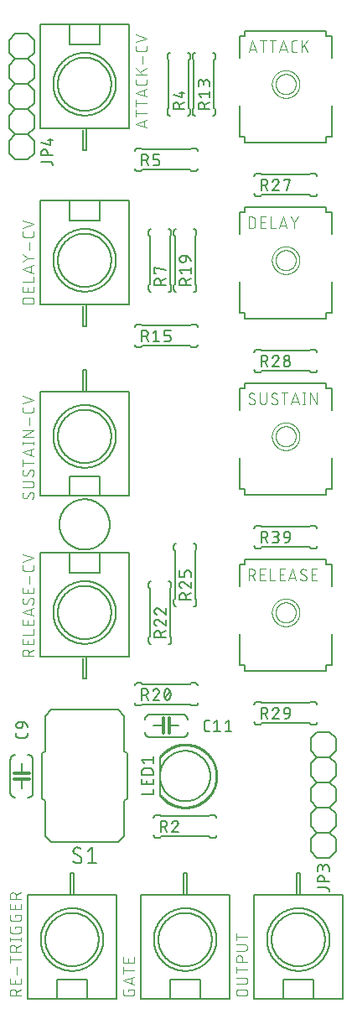
<source format=gbr>
G04 EAGLE Gerber RS-274X export*
G75*
%MOMM*%
%FSLAX34Y34*%
%LPD*%
%INSilkscreen Top*%
%IPPOS*%
%AMOC8*
5,1,8,0,0,1.08239X$1,22.5*%
G01*
%ADD10C,0.152400*%
%ADD11C,0.050800*%
%ADD12C,0.203200*%
%ADD13C,0.101600*%
%ADD14C,0.127000*%
%ADD15C,0.304800*%
%ADD16C,0.254000*%
%ADD17C,0.177800*%


D10*
X63500Y482600D02*
X63508Y483223D01*
X63531Y483846D01*
X63569Y484469D01*
X63622Y485090D01*
X63691Y485709D01*
X63775Y486327D01*
X63874Y486942D01*
X63988Y487555D01*
X64117Y488165D01*
X64261Y488772D01*
X64420Y489375D01*
X64594Y489973D01*
X64782Y490568D01*
X64985Y491157D01*
X65202Y491741D01*
X65433Y492320D01*
X65679Y492893D01*
X65939Y493460D01*
X66212Y494020D01*
X66499Y494573D01*
X66800Y495120D01*
X67114Y495658D01*
X67441Y496189D01*
X67781Y496711D01*
X68133Y497226D01*
X68499Y497731D01*
X68876Y498227D01*
X69266Y498714D01*
X69667Y499191D01*
X70080Y499658D01*
X70504Y500114D01*
X70939Y500561D01*
X71386Y500996D01*
X71842Y501420D01*
X72309Y501833D01*
X72786Y502234D01*
X73273Y502624D01*
X73769Y503001D01*
X74274Y503367D01*
X74789Y503719D01*
X75311Y504059D01*
X75842Y504386D01*
X76380Y504700D01*
X76927Y505001D01*
X77480Y505288D01*
X78040Y505561D01*
X78607Y505821D01*
X79180Y506067D01*
X79759Y506298D01*
X80343Y506515D01*
X80932Y506718D01*
X81527Y506906D01*
X82125Y507080D01*
X82728Y507239D01*
X83335Y507383D01*
X83945Y507512D01*
X84558Y507626D01*
X85173Y507725D01*
X85791Y507809D01*
X86410Y507878D01*
X87031Y507931D01*
X87654Y507969D01*
X88277Y507992D01*
X88900Y508000D01*
X89523Y507992D01*
X90146Y507969D01*
X90769Y507931D01*
X91390Y507878D01*
X92009Y507809D01*
X92627Y507725D01*
X93242Y507626D01*
X93855Y507512D01*
X94465Y507383D01*
X95072Y507239D01*
X95675Y507080D01*
X96273Y506906D01*
X96868Y506718D01*
X97457Y506515D01*
X98041Y506298D01*
X98620Y506067D01*
X99193Y505821D01*
X99760Y505561D01*
X100320Y505288D01*
X100873Y505001D01*
X101420Y504700D01*
X101958Y504386D01*
X102489Y504059D01*
X103011Y503719D01*
X103526Y503367D01*
X104031Y503001D01*
X104527Y502624D01*
X105014Y502234D01*
X105491Y501833D01*
X105958Y501420D01*
X106414Y500996D01*
X106861Y500561D01*
X107296Y500114D01*
X107720Y499658D01*
X108133Y499191D01*
X108534Y498714D01*
X108924Y498227D01*
X109301Y497731D01*
X109667Y497226D01*
X110019Y496711D01*
X110359Y496189D01*
X110686Y495658D01*
X111000Y495120D01*
X111301Y494573D01*
X111588Y494020D01*
X111861Y493460D01*
X112121Y492893D01*
X112367Y492320D01*
X112598Y491741D01*
X112815Y491157D01*
X113018Y490568D01*
X113206Y489973D01*
X113380Y489375D01*
X113539Y488772D01*
X113683Y488165D01*
X113812Y487555D01*
X113926Y486942D01*
X114025Y486327D01*
X114109Y485709D01*
X114178Y485090D01*
X114231Y484469D01*
X114269Y483846D01*
X114292Y483223D01*
X114300Y482600D01*
X114292Y481977D01*
X114269Y481354D01*
X114231Y480731D01*
X114178Y480110D01*
X114109Y479491D01*
X114025Y478873D01*
X113926Y478258D01*
X113812Y477645D01*
X113683Y477035D01*
X113539Y476428D01*
X113380Y475825D01*
X113206Y475227D01*
X113018Y474632D01*
X112815Y474043D01*
X112598Y473459D01*
X112367Y472880D01*
X112121Y472307D01*
X111861Y471740D01*
X111588Y471180D01*
X111301Y470627D01*
X111000Y470080D01*
X110686Y469542D01*
X110359Y469011D01*
X110019Y468489D01*
X109667Y467974D01*
X109301Y467469D01*
X108924Y466973D01*
X108534Y466486D01*
X108133Y466009D01*
X107720Y465542D01*
X107296Y465086D01*
X106861Y464639D01*
X106414Y464204D01*
X105958Y463780D01*
X105491Y463367D01*
X105014Y462966D01*
X104527Y462576D01*
X104031Y462199D01*
X103526Y461833D01*
X103011Y461481D01*
X102489Y461141D01*
X101958Y460814D01*
X101420Y460500D01*
X100873Y460199D01*
X100320Y459912D01*
X99760Y459639D01*
X99193Y459379D01*
X98620Y459133D01*
X98041Y458902D01*
X97457Y458685D01*
X96868Y458482D01*
X96273Y458294D01*
X95675Y458120D01*
X95072Y457961D01*
X94465Y457817D01*
X93855Y457688D01*
X93242Y457574D01*
X92627Y457475D01*
X92009Y457391D01*
X91390Y457322D01*
X90769Y457269D01*
X90146Y457231D01*
X89523Y457208D01*
X88900Y457200D01*
X88277Y457208D01*
X87654Y457231D01*
X87031Y457269D01*
X86410Y457322D01*
X85791Y457391D01*
X85173Y457475D01*
X84558Y457574D01*
X83945Y457688D01*
X83335Y457817D01*
X82728Y457961D01*
X82125Y458120D01*
X81527Y458294D01*
X80932Y458482D01*
X80343Y458685D01*
X79759Y458902D01*
X79180Y459133D01*
X78607Y459379D01*
X78040Y459639D01*
X77480Y459912D01*
X76927Y460199D01*
X76380Y460500D01*
X75842Y460814D01*
X75311Y461141D01*
X74789Y461481D01*
X74274Y461833D01*
X73769Y462199D01*
X73273Y462576D01*
X72786Y462966D01*
X72309Y463367D01*
X71842Y463780D01*
X71386Y464204D01*
X70939Y464639D01*
X70504Y465086D01*
X70080Y465542D01*
X69667Y466009D01*
X69266Y466486D01*
X68876Y466973D01*
X68499Y467469D01*
X68133Y467974D01*
X67781Y468489D01*
X67441Y469011D01*
X67114Y469542D01*
X66800Y470080D01*
X66499Y470627D01*
X66212Y471180D01*
X65939Y471740D01*
X65679Y472307D01*
X65433Y472880D01*
X65202Y473459D01*
X64985Y474043D01*
X64782Y474632D01*
X64594Y475227D01*
X64420Y475825D01*
X64261Y476428D01*
X64117Y477035D01*
X63988Y477645D01*
X63874Y478258D01*
X63775Y478873D01*
X63691Y479491D01*
X63622Y480110D01*
X63569Y480731D01*
X63531Y481354D01*
X63508Y481977D01*
X63500Y482600D01*
D11*
X278130Y927100D02*
X278134Y927443D01*
X278147Y927785D01*
X278168Y928128D01*
X278197Y928469D01*
X278235Y928810D01*
X278281Y929150D01*
X278336Y929488D01*
X278398Y929825D01*
X278469Y930161D01*
X278549Y930494D01*
X278636Y930826D01*
X278732Y931155D01*
X278835Y931482D01*
X278947Y931806D01*
X279066Y932128D01*
X279193Y932446D01*
X279328Y932761D01*
X279471Y933073D01*
X279622Y933381D01*
X279780Y933685D01*
X279945Y933986D01*
X280118Y934282D01*
X280297Y934574D01*
X280484Y934861D01*
X280678Y935144D01*
X280879Y935422D01*
X281087Y935695D01*
X281301Y935962D01*
X281522Y936225D01*
X281749Y936482D01*
X281982Y936733D01*
X282222Y936978D01*
X282467Y937218D01*
X282718Y937451D01*
X282975Y937678D01*
X283238Y937899D01*
X283505Y938113D01*
X283778Y938321D01*
X284056Y938522D01*
X284339Y938716D01*
X284626Y938903D01*
X284918Y939082D01*
X285214Y939255D01*
X285515Y939420D01*
X285819Y939578D01*
X286127Y939729D01*
X286439Y939872D01*
X286754Y940007D01*
X287072Y940134D01*
X287394Y940253D01*
X287718Y940365D01*
X288045Y940468D01*
X288374Y940564D01*
X288706Y940651D01*
X289039Y940731D01*
X289375Y940802D01*
X289712Y940864D01*
X290050Y940919D01*
X290390Y940965D01*
X290731Y941003D01*
X291072Y941032D01*
X291415Y941053D01*
X291757Y941066D01*
X292100Y941070D01*
X292443Y941066D01*
X292785Y941053D01*
X293128Y941032D01*
X293469Y941003D01*
X293810Y940965D01*
X294150Y940919D01*
X294488Y940864D01*
X294825Y940802D01*
X295161Y940731D01*
X295494Y940651D01*
X295826Y940564D01*
X296155Y940468D01*
X296482Y940365D01*
X296806Y940253D01*
X297128Y940134D01*
X297446Y940007D01*
X297761Y939872D01*
X298073Y939729D01*
X298381Y939578D01*
X298685Y939420D01*
X298986Y939255D01*
X299282Y939082D01*
X299574Y938903D01*
X299861Y938716D01*
X300144Y938522D01*
X300422Y938321D01*
X300695Y938113D01*
X300962Y937899D01*
X301225Y937678D01*
X301482Y937451D01*
X301733Y937218D01*
X301978Y936978D01*
X302218Y936733D01*
X302451Y936482D01*
X302678Y936225D01*
X302899Y935962D01*
X303113Y935695D01*
X303321Y935422D01*
X303522Y935144D01*
X303716Y934861D01*
X303903Y934574D01*
X304082Y934282D01*
X304255Y933986D01*
X304420Y933685D01*
X304578Y933381D01*
X304729Y933073D01*
X304872Y932761D01*
X305007Y932446D01*
X305134Y932128D01*
X305253Y931806D01*
X305365Y931482D01*
X305468Y931155D01*
X305564Y930826D01*
X305651Y930494D01*
X305731Y930161D01*
X305802Y929825D01*
X305864Y929488D01*
X305919Y929150D01*
X305965Y928810D01*
X306003Y928469D01*
X306032Y928128D01*
X306053Y927785D01*
X306066Y927443D01*
X306070Y927100D01*
X306066Y926757D01*
X306053Y926415D01*
X306032Y926072D01*
X306003Y925731D01*
X305965Y925390D01*
X305919Y925050D01*
X305864Y924712D01*
X305802Y924375D01*
X305731Y924039D01*
X305651Y923706D01*
X305564Y923374D01*
X305468Y923045D01*
X305365Y922718D01*
X305253Y922394D01*
X305134Y922072D01*
X305007Y921754D01*
X304872Y921439D01*
X304729Y921127D01*
X304578Y920819D01*
X304420Y920515D01*
X304255Y920214D01*
X304082Y919918D01*
X303903Y919626D01*
X303716Y919339D01*
X303522Y919056D01*
X303321Y918778D01*
X303113Y918505D01*
X302899Y918238D01*
X302678Y917975D01*
X302451Y917718D01*
X302218Y917467D01*
X301978Y917222D01*
X301733Y916982D01*
X301482Y916749D01*
X301225Y916522D01*
X300962Y916301D01*
X300695Y916087D01*
X300422Y915879D01*
X300144Y915678D01*
X299861Y915484D01*
X299574Y915297D01*
X299282Y915118D01*
X298986Y914945D01*
X298685Y914780D01*
X298381Y914622D01*
X298073Y914471D01*
X297761Y914328D01*
X297446Y914193D01*
X297128Y914066D01*
X296806Y913947D01*
X296482Y913835D01*
X296155Y913732D01*
X295826Y913636D01*
X295494Y913549D01*
X295161Y913469D01*
X294825Y913398D01*
X294488Y913336D01*
X294150Y913281D01*
X293810Y913235D01*
X293469Y913197D01*
X293128Y913168D01*
X292785Y913147D01*
X292443Y913134D01*
X292100Y913130D01*
X291757Y913134D01*
X291415Y913147D01*
X291072Y913168D01*
X290731Y913197D01*
X290390Y913235D01*
X290050Y913281D01*
X289712Y913336D01*
X289375Y913398D01*
X289039Y913469D01*
X288706Y913549D01*
X288374Y913636D01*
X288045Y913732D01*
X287718Y913835D01*
X287394Y913947D01*
X287072Y914066D01*
X286754Y914193D01*
X286439Y914328D01*
X286127Y914471D01*
X285819Y914622D01*
X285515Y914780D01*
X285214Y914945D01*
X284918Y915118D01*
X284626Y915297D01*
X284339Y915484D01*
X284056Y915678D01*
X283778Y915879D01*
X283505Y916087D01*
X283238Y916301D01*
X282975Y916522D01*
X282718Y916749D01*
X282467Y916982D01*
X282222Y917222D01*
X281982Y917467D01*
X281749Y917718D01*
X281522Y917975D01*
X281301Y918238D01*
X281087Y918505D01*
X280879Y918778D01*
X280678Y919056D01*
X280484Y919339D01*
X280297Y919626D01*
X280118Y919918D01*
X279945Y920214D01*
X279780Y920515D01*
X279622Y920819D01*
X279471Y921127D01*
X279328Y921439D01*
X279193Y921754D01*
X279066Y922072D01*
X278947Y922394D01*
X278835Y922718D01*
X278732Y923045D01*
X278636Y923374D01*
X278549Y923706D01*
X278469Y924039D01*
X278398Y924375D01*
X278336Y924712D01*
X278281Y925050D01*
X278235Y925390D01*
X278197Y925731D01*
X278168Y926072D01*
X278147Y926415D01*
X278134Y926757D01*
X278130Y927100D01*
X281940Y927100D02*
X281943Y927349D01*
X281952Y927599D01*
X281968Y927847D01*
X281989Y928096D01*
X282016Y928344D01*
X282050Y928591D01*
X282090Y928837D01*
X282135Y929082D01*
X282187Y929326D01*
X282244Y929569D01*
X282308Y929810D01*
X282377Y930049D01*
X282453Y930287D01*
X282534Y930523D01*
X282621Y930757D01*
X282713Y930988D01*
X282812Y931217D01*
X282915Y931444D01*
X283025Y931668D01*
X283140Y931889D01*
X283260Y932108D01*
X283385Y932323D01*
X283516Y932536D01*
X283652Y932745D01*
X283793Y932950D01*
X283939Y933152D01*
X284090Y933351D01*
X284246Y933545D01*
X284407Y933736D01*
X284572Y933923D01*
X284742Y934106D01*
X284916Y934284D01*
X285094Y934458D01*
X285277Y934628D01*
X285464Y934793D01*
X285655Y934954D01*
X285849Y935110D01*
X286048Y935261D01*
X286250Y935407D01*
X286455Y935548D01*
X286664Y935684D01*
X286877Y935815D01*
X287092Y935940D01*
X287311Y936060D01*
X287532Y936175D01*
X287756Y936285D01*
X287983Y936388D01*
X288212Y936487D01*
X288443Y936579D01*
X288677Y936666D01*
X288913Y936747D01*
X289151Y936823D01*
X289390Y936892D01*
X289631Y936956D01*
X289874Y937013D01*
X290118Y937065D01*
X290363Y937110D01*
X290609Y937150D01*
X290856Y937184D01*
X291104Y937211D01*
X291353Y937232D01*
X291601Y937248D01*
X291851Y937257D01*
X292100Y937260D01*
X292349Y937257D01*
X292599Y937248D01*
X292847Y937232D01*
X293096Y937211D01*
X293344Y937184D01*
X293591Y937150D01*
X293837Y937110D01*
X294082Y937065D01*
X294326Y937013D01*
X294569Y936956D01*
X294810Y936892D01*
X295049Y936823D01*
X295287Y936747D01*
X295523Y936666D01*
X295757Y936579D01*
X295988Y936487D01*
X296217Y936388D01*
X296444Y936285D01*
X296668Y936175D01*
X296889Y936060D01*
X297108Y935940D01*
X297323Y935815D01*
X297536Y935684D01*
X297745Y935548D01*
X297950Y935407D01*
X298152Y935261D01*
X298351Y935110D01*
X298545Y934954D01*
X298736Y934793D01*
X298923Y934628D01*
X299106Y934458D01*
X299284Y934284D01*
X299458Y934106D01*
X299628Y933923D01*
X299793Y933736D01*
X299954Y933545D01*
X300110Y933351D01*
X300261Y933152D01*
X300407Y932950D01*
X300548Y932745D01*
X300684Y932536D01*
X300815Y932323D01*
X300940Y932108D01*
X301060Y931889D01*
X301175Y931668D01*
X301285Y931444D01*
X301388Y931217D01*
X301487Y930988D01*
X301579Y930757D01*
X301666Y930523D01*
X301747Y930287D01*
X301823Y930049D01*
X301892Y929810D01*
X301956Y929569D01*
X302013Y929326D01*
X302065Y929082D01*
X302110Y928837D01*
X302150Y928591D01*
X302184Y928344D01*
X302211Y928096D01*
X302232Y927847D01*
X302248Y927599D01*
X302257Y927349D01*
X302260Y927100D01*
X302257Y926851D01*
X302248Y926601D01*
X302232Y926353D01*
X302211Y926104D01*
X302184Y925856D01*
X302150Y925609D01*
X302110Y925363D01*
X302065Y925118D01*
X302013Y924874D01*
X301956Y924631D01*
X301892Y924390D01*
X301823Y924151D01*
X301747Y923913D01*
X301666Y923677D01*
X301579Y923443D01*
X301487Y923212D01*
X301388Y922983D01*
X301285Y922756D01*
X301175Y922532D01*
X301060Y922311D01*
X300940Y922092D01*
X300815Y921877D01*
X300684Y921664D01*
X300548Y921455D01*
X300407Y921250D01*
X300261Y921048D01*
X300110Y920849D01*
X299954Y920655D01*
X299793Y920464D01*
X299628Y920277D01*
X299458Y920094D01*
X299284Y919916D01*
X299106Y919742D01*
X298923Y919572D01*
X298736Y919407D01*
X298545Y919246D01*
X298351Y919090D01*
X298152Y918939D01*
X297950Y918793D01*
X297745Y918652D01*
X297536Y918516D01*
X297323Y918385D01*
X297108Y918260D01*
X296889Y918140D01*
X296668Y918025D01*
X296444Y917915D01*
X296217Y917812D01*
X295988Y917713D01*
X295757Y917621D01*
X295523Y917534D01*
X295287Y917453D01*
X295049Y917377D01*
X294810Y917308D01*
X294569Y917244D01*
X294326Y917187D01*
X294082Y917135D01*
X293837Y917090D01*
X293591Y917050D01*
X293344Y917016D01*
X293096Y916989D01*
X292847Y916968D01*
X292599Y916952D01*
X292349Y916943D01*
X292100Y916940D01*
X291851Y916943D01*
X291601Y916952D01*
X291353Y916968D01*
X291104Y916989D01*
X290856Y917016D01*
X290609Y917050D01*
X290363Y917090D01*
X290118Y917135D01*
X289874Y917187D01*
X289631Y917244D01*
X289390Y917308D01*
X289151Y917377D01*
X288913Y917453D01*
X288677Y917534D01*
X288443Y917621D01*
X288212Y917713D01*
X287983Y917812D01*
X287756Y917915D01*
X287532Y918025D01*
X287311Y918140D01*
X287092Y918260D01*
X286877Y918385D01*
X286664Y918516D01*
X286455Y918652D01*
X286250Y918793D01*
X286048Y918939D01*
X285849Y919090D01*
X285655Y919246D01*
X285464Y919407D01*
X285277Y919572D01*
X285094Y919742D01*
X284916Y919916D01*
X284742Y920094D01*
X284572Y920277D01*
X284407Y920464D01*
X284246Y920655D01*
X284090Y920849D01*
X283939Y921048D01*
X283793Y921250D01*
X283652Y921455D01*
X283516Y921664D01*
X283385Y921877D01*
X283260Y922092D01*
X283140Y922311D01*
X283025Y922532D01*
X282915Y922756D01*
X282812Y922983D01*
X282713Y923212D01*
X282621Y923443D01*
X282534Y923677D01*
X282453Y923913D01*
X282377Y924151D01*
X282308Y924390D01*
X282244Y924631D01*
X282187Y924874D01*
X282135Y925118D01*
X282090Y925363D01*
X282050Y925609D01*
X282016Y925856D01*
X281989Y926104D01*
X281968Y926353D01*
X281952Y926601D01*
X281943Y926851D01*
X281940Y927100D01*
D12*
X251100Y981100D02*
X333100Y981100D01*
X333100Y868100D02*
X251100Y868100D01*
X251100Y975600D02*
X245600Y975600D01*
X251100Y975600D02*
X251100Y981100D01*
X251100Y873600D02*
X251100Y868100D01*
X251100Y873600D02*
X245600Y873600D01*
X333100Y873600D02*
X338600Y873600D01*
X333100Y873600D02*
X333100Y868100D01*
X333100Y975600D02*
X333100Y981100D01*
X333100Y975600D02*
X338600Y975600D01*
X245600Y975600D02*
X245600Y953600D01*
X245600Y905600D02*
X245600Y873600D01*
X338600Y953600D02*
X338600Y975600D01*
X338600Y905600D02*
X338600Y873600D01*
D13*
X254508Y959358D02*
X258403Y971042D01*
X262297Y959358D01*
X261324Y962279D02*
X255482Y962279D01*
X269071Y959358D02*
X269071Y971042D01*
X272316Y971042D02*
X265825Y971042D01*
X278977Y971042D02*
X278977Y959358D01*
X275731Y971042D02*
X282222Y971042D01*
X289645Y971042D02*
X285750Y959358D01*
X293539Y959358D02*
X289645Y971042D01*
X292566Y962279D02*
X286724Y962279D01*
X300392Y959358D02*
X302989Y959358D01*
X300392Y959358D02*
X300293Y959360D01*
X300193Y959366D01*
X300094Y959375D01*
X299996Y959388D01*
X299898Y959405D01*
X299800Y959426D01*
X299704Y959451D01*
X299609Y959479D01*
X299515Y959511D01*
X299422Y959546D01*
X299330Y959585D01*
X299240Y959628D01*
X299152Y959673D01*
X299065Y959723D01*
X298981Y959775D01*
X298898Y959831D01*
X298818Y959889D01*
X298740Y959951D01*
X298665Y960016D01*
X298592Y960084D01*
X298522Y960154D01*
X298454Y960227D01*
X298389Y960302D01*
X298327Y960380D01*
X298269Y960460D01*
X298213Y960543D01*
X298161Y960627D01*
X298111Y960714D01*
X298066Y960802D01*
X298023Y960892D01*
X297984Y960984D01*
X297949Y961077D01*
X297917Y961171D01*
X297889Y961266D01*
X297864Y961362D01*
X297843Y961460D01*
X297826Y961558D01*
X297813Y961656D01*
X297804Y961755D01*
X297798Y961855D01*
X297796Y961954D01*
X297796Y968446D01*
X297798Y968545D01*
X297804Y968645D01*
X297813Y968744D01*
X297826Y968842D01*
X297843Y968940D01*
X297864Y969038D01*
X297889Y969134D01*
X297917Y969229D01*
X297949Y969323D01*
X297984Y969416D01*
X298023Y969508D01*
X298066Y969598D01*
X298111Y969686D01*
X298161Y969773D01*
X298213Y969857D01*
X298269Y969940D01*
X298327Y970020D01*
X298389Y970098D01*
X298454Y970173D01*
X298522Y970246D01*
X298592Y970316D01*
X298665Y970384D01*
X298740Y970449D01*
X298818Y970511D01*
X298898Y970569D01*
X298981Y970625D01*
X299065Y970677D01*
X299152Y970727D01*
X299240Y970772D01*
X299330Y970815D01*
X299422Y970854D01*
X299514Y970889D01*
X299609Y970921D01*
X299704Y970949D01*
X299800Y970974D01*
X299898Y970995D01*
X299996Y971012D01*
X300094Y971025D01*
X300193Y971034D01*
X300293Y971040D01*
X300392Y971042D01*
X302989Y971042D01*
X307904Y971042D02*
X307904Y959358D01*
X307904Y963902D02*
X314395Y971042D01*
X310501Y966498D02*
X314395Y959358D01*
D14*
X73900Y987100D02*
X43900Y987100D01*
X73900Y987100D02*
X103900Y987100D01*
X133900Y987100D01*
X43900Y987100D02*
X43900Y882100D01*
X90900Y882100D01*
X133900Y882100D01*
X133900Y987100D01*
X57277Y927100D02*
X57287Y927876D01*
X57315Y928652D01*
X57363Y929426D01*
X57429Y930200D01*
X57515Y930971D01*
X57619Y931740D01*
X57743Y932506D01*
X57885Y933269D01*
X58045Y934029D01*
X58225Y934784D01*
X58423Y935534D01*
X58639Y936280D01*
X58873Y937020D01*
X59126Y937753D01*
X59396Y938481D01*
X59684Y939202D01*
X59990Y939915D01*
X60313Y940621D01*
X60654Y941318D01*
X61011Y942007D01*
X61385Y942687D01*
X61776Y943357D01*
X62183Y944018D01*
X62606Y944669D01*
X63046Y945309D01*
X63500Y945938D01*
X63970Y946555D01*
X64455Y947161D01*
X64955Y947755D01*
X65469Y948337D01*
X65997Y948905D01*
X66539Y949461D01*
X67095Y950003D01*
X67663Y950531D01*
X68245Y951045D01*
X68839Y951545D01*
X69445Y952030D01*
X70062Y952500D01*
X70691Y952954D01*
X71331Y953394D01*
X71982Y953817D01*
X72643Y954224D01*
X73313Y954615D01*
X73993Y954989D01*
X74682Y955346D01*
X75379Y955687D01*
X76085Y956010D01*
X76798Y956316D01*
X77519Y956604D01*
X78247Y956874D01*
X78980Y957127D01*
X79720Y957361D01*
X80466Y957577D01*
X81216Y957775D01*
X81971Y957955D01*
X82731Y958115D01*
X83494Y958257D01*
X84260Y958381D01*
X85029Y958485D01*
X85800Y958571D01*
X86574Y958637D01*
X87348Y958685D01*
X88124Y958713D01*
X88900Y958723D01*
X89676Y958713D01*
X90452Y958685D01*
X91226Y958637D01*
X92000Y958571D01*
X92771Y958485D01*
X93540Y958381D01*
X94306Y958257D01*
X95069Y958115D01*
X95829Y957955D01*
X96584Y957775D01*
X97334Y957577D01*
X98080Y957361D01*
X98820Y957127D01*
X99553Y956874D01*
X100281Y956604D01*
X101002Y956316D01*
X101715Y956010D01*
X102421Y955687D01*
X103118Y955346D01*
X103807Y954989D01*
X104487Y954615D01*
X105157Y954224D01*
X105818Y953817D01*
X106469Y953394D01*
X107109Y952954D01*
X107738Y952500D01*
X108355Y952030D01*
X108961Y951545D01*
X109555Y951045D01*
X110137Y950531D01*
X110705Y950003D01*
X111261Y949461D01*
X111803Y948905D01*
X112331Y948337D01*
X112845Y947755D01*
X113345Y947161D01*
X113830Y946555D01*
X114300Y945938D01*
X114754Y945309D01*
X115194Y944669D01*
X115617Y944018D01*
X116024Y943357D01*
X116415Y942687D01*
X116789Y942007D01*
X117146Y941318D01*
X117487Y940621D01*
X117810Y939915D01*
X118116Y939202D01*
X118404Y938481D01*
X118674Y937753D01*
X118927Y937020D01*
X119161Y936280D01*
X119377Y935534D01*
X119575Y934784D01*
X119755Y934029D01*
X119915Y933269D01*
X120057Y932506D01*
X120181Y931740D01*
X120285Y930971D01*
X120371Y930200D01*
X120437Y929426D01*
X120485Y928652D01*
X120513Y927876D01*
X120523Y927100D01*
X120513Y926324D01*
X120485Y925548D01*
X120437Y924774D01*
X120371Y924000D01*
X120285Y923229D01*
X120181Y922460D01*
X120057Y921694D01*
X119915Y920931D01*
X119755Y920171D01*
X119575Y919416D01*
X119377Y918666D01*
X119161Y917920D01*
X118927Y917180D01*
X118674Y916447D01*
X118404Y915719D01*
X118116Y914998D01*
X117810Y914285D01*
X117487Y913579D01*
X117146Y912882D01*
X116789Y912193D01*
X116415Y911513D01*
X116024Y910843D01*
X115617Y910182D01*
X115194Y909531D01*
X114754Y908891D01*
X114300Y908262D01*
X113830Y907645D01*
X113345Y907039D01*
X112845Y906445D01*
X112331Y905863D01*
X111803Y905295D01*
X111261Y904739D01*
X110705Y904197D01*
X110137Y903669D01*
X109555Y903155D01*
X108961Y902655D01*
X108355Y902170D01*
X107738Y901700D01*
X107109Y901246D01*
X106469Y900806D01*
X105818Y900383D01*
X105157Y899976D01*
X104487Y899585D01*
X103807Y899211D01*
X103118Y898854D01*
X102421Y898513D01*
X101715Y898190D01*
X101002Y897884D01*
X100281Y897596D01*
X99553Y897326D01*
X98820Y897073D01*
X98080Y896839D01*
X97334Y896623D01*
X96584Y896425D01*
X95829Y896245D01*
X95069Y896085D01*
X94306Y895943D01*
X93540Y895819D01*
X92771Y895715D01*
X92000Y895629D01*
X91226Y895563D01*
X90452Y895515D01*
X89676Y895487D01*
X88900Y895477D01*
X88124Y895487D01*
X87348Y895515D01*
X86574Y895563D01*
X85800Y895629D01*
X85029Y895715D01*
X84260Y895819D01*
X83494Y895943D01*
X82731Y896085D01*
X81971Y896245D01*
X81216Y896425D01*
X80466Y896623D01*
X79720Y896839D01*
X78980Y897073D01*
X78247Y897326D01*
X77519Y897596D01*
X76798Y897884D01*
X76085Y898190D01*
X75379Y898513D01*
X74682Y898854D01*
X73993Y899211D01*
X73313Y899585D01*
X72643Y899976D01*
X71982Y900383D01*
X71331Y900806D01*
X70691Y901246D01*
X70062Y901700D01*
X69445Y902170D01*
X68839Y902655D01*
X68245Y903155D01*
X67663Y903669D01*
X67095Y904197D01*
X66539Y904739D01*
X65997Y905295D01*
X65469Y905863D01*
X64955Y906445D01*
X64455Y907039D01*
X63970Y907645D01*
X63500Y908262D01*
X63046Y908891D01*
X62606Y909531D01*
X62183Y910182D01*
X61776Y910843D01*
X61385Y911513D01*
X61011Y912193D01*
X60654Y912882D01*
X60313Y913579D01*
X59990Y914285D01*
X59684Y914998D01*
X59396Y915719D01*
X59126Y916447D01*
X58873Y917180D01*
X58639Y917920D01*
X58423Y918666D01*
X58225Y919416D01*
X58045Y920171D01*
X57885Y920931D01*
X57743Y921694D01*
X57619Y922460D01*
X57515Y923229D01*
X57429Y924000D01*
X57363Y924774D01*
X57315Y925548D01*
X57287Y926324D01*
X57277Y927100D01*
X73900Y967100D02*
X73900Y987100D01*
X73900Y967100D02*
X103900Y967100D01*
X103900Y987100D01*
X61993Y927100D02*
X62001Y927760D01*
X62025Y928420D01*
X62066Y929079D01*
X62123Y929737D01*
X62195Y930394D01*
X62284Y931048D01*
X62389Y931700D01*
X62510Y932349D01*
X62647Y932995D01*
X62799Y933638D01*
X62968Y934276D01*
X63152Y934911D01*
X63351Y935540D01*
X63566Y936165D01*
X63796Y936784D01*
X64041Y937397D01*
X64301Y938004D01*
X64576Y938604D01*
X64866Y939198D01*
X65170Y939784D01*
X65489Y940362D01*
X65821Y940933D01*
X66168Y941495D01*
X66528Y942049D01*
X66901Y942593D01*
X67288Y943128D01*
X67688Y943654D01*
X68101Y944170D01*
X68526Y944675D01*
X68963Y945170D01*
X69413Y945653D01*
X69874Y946126D01*
X70347Y946587D01*
X70830Y947037D01*
X71325Y947474D01*
X71830Y947899D01*
X72346Y948312D01*
X72872Y948712D01*
X73407Y949099D01*
X73951Y949472D01*
X74505Y949832D01*
X75067Y950179D01*
X75638Y950511D01*
X76216Y950830D01*
X76802Y951134D01*
X77396Y951424D01*
X77996Y951699D01*
X78603Y951959D01*
X79216Y952204D01*
X79835Y952434D01*
X80460Y952649D01*
X81089Y952848D01*
X81724Y953032D01*
X82362Y953201D01*
X83005Y953353D01*
X83651Y953490D01*
X84300Y953611D01*
X84952Y953716D01*
X85606Y953805D01*
X86263Y953877D01*
X86921Y953934D01*
X87580Y953975D01*
X88240Y953999D01*
X88900Y954007D01*
X89560Y953999D01*
X90220Y953975D01*
X90879Y953934D01*
X91537Y953877D01*
X92194Y953805D01*
X92848Y953716D01*
X93500Y953611D01*
X94149Y953490D01*
X94795Y953353D01*
X95438Y953201D01*
X96076Y953032D01*
X96711Y952848D01*
X97340Y952649D01*
X97965Y952434D01*
X98584Y952204D01*
X99197Y951959D01*
X99804Y951699D01*
X100404Y951424D01*
X100998Y951134D01*
X101584Y950830D01*
X102162Y950511D01*
X102733Y950179D01*
X103295Y949832D01*
X103849Y949472D01*
X104393Y949099D01*
X104928Y948712D01*
X105454Y948312D01*
X105970Y947899D01*
X106475Y947474D01*
X106970Y947037D01*
X107453Y946587D01*
X107926Y946126D01*
X108387Y945653D01*
X108837Y945170D01*
X109274Y944675D01*
X109699Y944170D01*
X110112Y943654D01*
X110512Y943128D01*
X110899Y942593D01*
X111272Y942049D01*
X111632Y941495D01*
X111979Y940933D01*
X112311Y940362D01*
X112630Y939784D01*
X112934Y939198D01*
X113224Y938604D01*
X113499Y938004D01*
X113759Y937397D01*
X114004Y936784D01*
X114234Y936165D01*
X114449Y935540D01*
X114648Y934911D01*
X114832Y934276D01*
X115001Y933638D01*
X115153Y932995D01*
X115290Y932349D01*
X115411Y931700D01*
X115516Y931048D01*
X115605Y930394D01*
X115677Y929737D01*
X115734Y929079D01*
X115775Y928420D01*
X115799Y927760D01*
X115807Y927100D01*
X115799Y926440D01*
X115775Y925780D01*
X115734Y925121D01*
X115677Y924463D01*
X115605Y923806D01*
X115516Y923152D01*
X115411Y922500D01*
X115290Y921851D01*
X115153Y921205D01*
X115001Y920562D01*
X114832Y919924D01*
X114648Y919289D01*
X114449Y918660D01*
X114234Y918035D01*
X114004Y917416D01*
X113759Y916803D01*
X113499Y916196D01*
X113224Y915596D01*
X112934Y915002D01*
X112630Y914416D01*
X112311Y913838D01*
X111979Y913267D01*
X111632Y912705D01*
X111272Y912151D01*
X110899Y911607D01*
X110512Y911072D01*
X110112Y910546D01*
X109699Y910030D01*
X109274Y909525D01*
X108837Y909030D01*
X108387Y908547D01*
X107926Y908074D01*
X107453Y907613D01*
X106970Y907163D01*
X106475Y906726D01*
X105970Y906301D01*
X105454Y905888D01*
X104928Y905488D01*
X104393Y905101D01*
X103849Y904728D01*
X103295Y904368D01*
X102733Y904021D01*
X102162Y903689D01*
X101584Y903370D01*
X100998Y903066D01*
X100404Y902776D01*
X99804Y902501D01*
X99197Y902241D01*
X98584Y901996D01*
X97965Y901766D01*
X97340Y901551D01*
X96711Y901352D01*
X96076Y901168D01*
X95438Y900999D01*
X94795Y900847D01*
X94149Y900710D01*
X93500Y900589D01*
X92848Y900484D01*
X92194Y900395D01*
X91537Y900323D01*
X90879Y900266D01*
X90220Y900225D01*
X89560Y900201D01*
X88900Y900193D01*
X88240Y900201D01*
X87580Y900225D01*
X86921Y900266D01*
X86263Y900323D01*
X85606Y900395D01*
X84952Y900484D01*
X84300Y900589D01*
X83651Y900710D01*
X83005Y900847D01*
X82362Y900999D01*
X81724Y901168D01*
X81089Y901352D01*
X80460Y901551D01*
X79835Y901766D01*
X79216Y901996D01*
X78603Y902241D01*
X77996Y902501D01*
X77396Y902776D01*
X76802Y903066D01*
X76216Y903370D01*
X75638Y903689D01*
X75067Y904021D01*
X74505Y904368D01*
X73951Y904728D01*
X73407Y905101D01*
X72872Y905488D01*
X72346Y905888D01*
X71830Y906301D01*
X71325Y906726D01*
X70830Y907163D01*
X70347Y907613D01*
X69874Y908074D01*
X69413Y908547D01*
X68963Y909030D01*
X68526Y909525D01*
X68101Y910030D01*
X67688Y910546D01*
X67288Y911072D01*
X66901Y911607D01*
X66528Y912151D01*
X66168Y912705D01*
X65821Y913267D01*
X65489Y913838D01*
X65170Y914416D01*
X64866Y915002D01*
X64576Y915596D01*
X64301Y916196D01*
X64041Y916803D01*
X63796Y917416D01*
X63566Y918035D01*
X63351Y918660D01*
X63152Y919289D01*
X62968Y919924D01*
X62799Y920562D01*
X62647Y921205D01*
X62510Y921851D01*
X62389Y922500D01*
X62284Y923152D01*
X62195Y923806D01*
X62123Y924463D01*
X62066Y925121D01*
X62025Y925780D01*
X62001Y926440D01*
X61993Y927100D01*
X86900Y881100D02*
X86900Y860100D01*
X90900Y860100D01*
X90900Y882100D01*
D13*
X140208Y887053D02*
X151892Y883158D01*
X151892Y890947D02*
X140208Y887053D01*
X148971Y889974D02*
X148971Y884132D01*
X151892Y897721D02*
X140208Y897721D01*
X140208Y900966D02*
X140208Y894475D01*
X140208Y907627D02*
X151892Y907627D01*
X140208Y904381D02*
X140208Y910872D01*
X140208Y918295D02*
X151892Y914400D01*
X151892Y922189D02*
X140208Y918295D01*
X148971Y921216D02*
X148971Y915374D01*
X151892Y929042D02*
X151892Y931639D01*
X151892Y929042D02*
X151890Y928943D01*
X151884Y928843D01*
X151875Y928744D01*
X151862Y928646D01*
X151845Y928548D01*
X151824Y928450D01*
X151799Y928354D01*
X151771Y928259D01*
X151739Y928165D01*
X151704Y928072D01*
X151665Y927980D01*
X151622Y927890D01*
X151577Y927802D01*
X151527Y927715D01*
X151475Y927631D01*
X151419Y927548D01*
X151361Y927468D01*
X151299Y927390D01*
X151234Y927315D01*
X151166Y927242D01*
X151096Y927172D01*
X151023Y927104D01*
X150948Y927039D01*
X150870Y926977D01*
X150790Y926919D01*
X150707Y926863D01*
X150623Y926811D01*
X150536Y926761D01*
X150448Y926716D01*
X150358Y926673D01*
X150266Y926634D01*
X150173Y926599D01*
X150079Y926567D01*
X149984Y926539D01*
X149888Y926514D01*
X149790Y926493D01*
X149692Y926476D01*
X149594Y926463D01*
X149495Y926454D01*
X149395Y926448D01*
X149296Y926446D01*
X142804Y926446D01*
X142804Y926445D02*
X142705Y926447D01*
X142605Y926453D01*
X142506Y926462D01*
X142408Y926475D01*
X142310Y926493D01*
X142212Y926513D01*
X142116Y926538D01*
X142020Y926566D01*
X141926Y926598D01*
X141833Y926633D01*
X141742Y926672D01*
X141652Y926715D01*
X141563Y926760D01*
X141477Y926810D01*
X141392Y926862D01*
X141310Y926918D01*
X141230Y926977D01*
X141152Y927038D01*
X141076Y927103D01*
X141003Y927171D01*
X140933Y927241D01*
X140865Y927314D01*
X140800Y927390D01*
X140739Y927468D01*
X140680Y927548D01*
X140624Y927630D01*
X140572Y927715D01*
X140523Y927801D01*
X140477Y927890D01*
X140434Y927980D01*
X140395Y928071D01*
X140360Y928164D01*
X140328Y928258D01*
X140300Y928354D01*
X140275Y928450D01*
X140255Y928548D01*
X140237Y928646D01*
X140224Y928744D01*
X140215Y928843D01*
X140209Y928942D01*
X140207Y929042D01*
X140208Y929042D02*
X140208Y931639D01*
X140208Y936554D02*
X151892Y936554D01*
X147348Y936554D02*
X140208Y943045D01*
X144752Y939151D02*
X151892Y943045D01*
X147348Y947547D02*
X147348Y955336D01*
X151892Y962951D02*
X151892Y965548D01*
X151892Y962951D02*
X151890Y962852D01*
X151884Y962752D01*
X151875Y962653D01*
X151862Y962555D01*
X151845Y962457D01*
X151824Y962359D01*
X151799Y962263D01*
X151771Y962168D01*
X151739Y962074D01*
X151704Y961981D01*
X151665Y961889D01*
X151622Y961799D01*
X151577Y961711D01*
X151527Y961624D01*
X151475Y961540D01*
X151419Y961457D01*
X151361Y961377D01*
X151299Y961299D01*
X151234Y961224D01*
X151166Y961151D01*
X151096Y961081D01*
X151023Y961013D01*
X150948Y960948D01*
X150870Y960886D01*
X150790Y960828D01*
X150707Y960772D01*
X150623Y960720D01*
X150536Y960670D01*
X150448Y960625D01*
X150358Y960582D01*
X150266Y960543D01*
X150173Y960508D01*
X150079Y960476D01*
X149984Y960448D01*
X149888Y960423D01*
X149790Y960402D01*
X149692Y960385D01*
X149594Y960372D01*
X149495Y960363D01*
X149395Y960357D01*
X149296Y960355D01*
X142804Y960355D01*
X142804Y960354D02*
X142705Y960356D01*
X142605Y960362D01*
X142506Y960371D01*
X142408Y960384D01*
X142310Y960402D01*
X142212Y960422D01*
X142116Y960447D01*
X142020Y960475D01*
X141926Y960507D01*
X141833Y960542D01*
X141742Y960581D01*
X141652Y960624D01*
X141563Y960669D01*
X141477Y960719D01*
X141392Y960771D01*
X141310Y960827D01*
X141230Y960886D01*
X141152Y960947D01*
X141076Y961012D01*
X141003Y961080D01*
X140933Y961150D01*
X140865Y961223D01*
X140800Y961299D01*
X140739Y961377D01*
X140680Y961457D01*
X140624Y961539D01*
X140572Y961624D01*
X140523Y961710D01*
X140477Y961799D01*
X140434Y961889D01*
X140395Y961980D01*
X140360Y962073D01*
X140328Y962167D01*
X140300Y962263D01*
X140275Y962359D01*
X140255Y962457D01*
X140237Y962555D01*
X140224Y962653D01*
X140215Y962752D01*
X140209Y962851D01*
X140207Y962951D01*
X140208Y962951D02*
X140208Y965548D01*
X140208Y969264D02*
X151892Y973159D01*
X140208Y977053D01*
D10*
X193040Y273050D02*
X193038Y272910D01*
X193032Y272770D01*
X193023Y272630D01*
X193009Y272491D01*
X192992Y272352D01*
X192971Y272214D01*
X192946Y272076D01*
X192917Y271939D01*
X192885Y271803D01*
X192848Y271668D01*
X192808Y271534D01*
X192765Y271401D01*
X192717Y271269D01*
X192667Y271138D01*
X192612Y271009D01*
X192554Y270882D01*
X192493Y270756D01*
X192428Y270632D01*
X192359Y270510D01*
X192288Y270390D01*
X192213Y270272D01*
X192135Y270155D01*
X192053Y270041D01*
X191969Y269930D01*
X191881Y269821D01*
X191791Y269714D01*
X191697Y269609D01*
X191601Y269508D01*
X191502Y269409D01*
X191401Y269313D01*
X191296Y269219D01*
X191189Y269129D01*
X191080Y269041D01*
X190969Y268957D01*
X190855Y268875D01*
X190738Y268797D01*
X190620Y268722D01*
X190500Y268651D01*
X190378Y268582D01*
X190254Y268517D01*
X190128Y268456D01*
X190001Y268398D01*
X189872Y268343D01*
X189741Y268293D01*
X189609Y268245D01*
X189476Y268202D01*
X189342Y268162D01*
X189207Y268125D01*
X189071Y268093D01*
X188934Y268064D01*
X188796Y268039D01*
X188658Y268018D01*
X188519Y268001D01*
X188380Y267987D01*
X188240Y267978D01*
X188100Y267972D01*
X187960Y267970D01*
X193040Y285750D02*
X193038Y285890D01*
X193032Y286030D01*
X193023Y286170D01*
X193009Y286309D01*
X192992Y286448D01*
X192971Y286586D01*
X192946Y286724D01*
X192917Y286861D01*
X192885Y286997D01*
X192848Y287132D01*
X192808Y287266D01*
X192765Y287399D01*
X192717Y287531D01*
X192667Y287662D01*
X192612Y287791D01*
X192554Y287918D01*
X192493Y288044D01*
X192428Y288168D01*
X192359Y288290D01*
X192288Y288410D01*
X192213Y288528D01*
X192135Y288645D01*
X192053Y288759D01*
X191969Y288870D01*
X191881Y288979D01*
X191791Y289086D01*
X191697Y289191D01*
X191601Y289292D01*
X191502Y289391D01*
X191401Y289487D01*
X191296Y289581D01*
X191189Y289671D01*
X191080Y289759D01*
X190969Y289843D01*
X190855Y289925D01*
X190738Y290003D01*
X190620Y290078D01*
X190500Y290149D01*
X190378Y290218D01*
X190254Y290283D01*
X190128Y290344D01*
X190001Y290402D01*
X189872Y290457D01*
X189741Y290507D01*
X189609Y290555D01*
X189476Y290598D01*
X189342Y290638D01*
X189207Y290675D01*
X189071Y290707D01*
X188934Y290736D01*
X188796Y290761D01*
X188658Y290782D01*
X188519Y290799D01*
X188380Y290813D01*
X188240Y290822D01*
X188100Y290828D01*
X187960Y290830D01*
X187960Y267970D02*
X154940Y267970D01*
X154940Y290830D02*
X187960Y290830D01*
X154940Y267970D02*
X154800Y267972D01*
X154660Y267978D01*
X154520Y267987D01*
X154381Y268001D01*
X154242Y268018D01*
X154104Y268039D01*
X153966Y268064D01*
X153829Y268093D01*
X153693Y268125D01*
X153558Y268162D01*
X153424Y268202D01*
X153291Y268245D01*
X153159Y268293D01*
X153028Y268343D01*
X152899Y268398D01*
X152772Y268456D01*
X152646Y268517D01*
X152522Y268582D01*
X152400Y268651D01*
X152280Y268722D01*
X152162Y268797D01*
X152045Y268875D01*
X151931Y268957D01*
X151820Y269041D01*
X151711Y269129D01*
X151604Y269219D01*
X151499Y269313D01*
X151398Y269409D01*
X151299Y269508D01*
X151203Y269609D01*
X151109Y269714D01*
X151019Y269821D01*
X150931Y269930D01*
X150847Y270041D01*
X150765Y270155D01*
X150687Y270272D01*
X150612Y270390D01*
X150541Y270510D01*
X150472Y270632D01*
X150407Y270756D01*
X150346Y270882D01*
X150288Y271009D01*
X150233Y271138D01*
X150183Y271269D01*
X150135Y271401D01*
X150092Y271534D01*
X150052Y271668D01*
X150015Y271803D01*
X149983Y271939D01*
X149954Y272076D01*
X149929Y272214D01*
X149908Y272352D01*
X149891Y272491D01*
X149877Y272630D01*
X149868Y272770D01*
X149862Y272910D01*
X149860Y273050D01*
X149860Y285750D02*
X149862Y285890D01*
X149868Y286030D01*
X149877Y286170D01*
X149891Y286309D01*
X149908Y286448D01*
X149929Y286586D01*
X149954Y286724D01*
X149983Y286861D01*
X150015Y286997D01*
X150052Y287132D01*
X150092Y287266D01*
X150135Y287399D01*
X150183Y287531D01*
X150233Y287662D01*
X150288Y287791D01*
X150346Y287918D01*
X150407Y288044D01*
X150472Y288168D01*
X150541Y288290D01*
X150612Y288410D01*
X150687Y288528D01*
X150765Y288645D01*
X150847Y288759D01*
X150931Y288870D01*
X151019Y288979D01*
X151109Y289086D01*
X151203Y289191D01*
X151299Y289292D01*
X151398Y289391D01*
X151499Y289487D01*
X151604Y289581D01*
X151711Y289671D01*
X151820Y289759D01*
X151931Y289843D01*
X152045Y289925D01*
X152162Y290003D01*
X152280Y290078D01*
X152400Y290149D01*
X152522Y290218D01*
X152646Y290283D01*
X152772Y290344D01*
X152899Y290402D01*
X153028Y290457D01*
X153159Y290507D01*
X153291Y290555D01*
X153424Y290598D01*
X153558Y290638D01*
X153693Y290675D01*
X153829Y290707D01*
X153966Y290736D01*
X154104Y290761D01*
X154242Y290782D01*
X154381Y290799D01*
X154520Y290813D01*
X154660Y290822D01*
X154800Y290828D01*
X154940Y290830D01*
D15*
X174498Y279400D02*
X174498Y271780D01*
X174498Y279400D02*
X174498Y287020D01*
X168148Y279400D02*
X168148Y271780D01*
X168148Y279400D02*
X168148Y287020D01*
D10*
X168148Y279400D02*
X158750Y279400D01*
X174498Y279400D02*
X184150Y279400D01*
D14*
X212725Y273685D02*
X215265Y273685D01*
X212725Y273685D02*
X212625Y273687D01*
X212526Y273693D01*
X212426Y273703D01*
X212328Y273716D01*
X212229Y273734D01*
X212132Y273755D01*
X212036Y273780D01*
X211940Y273809D01*
X211846Y273842D01*
X211753Y273878D01*
X211662Y273918D01*
X211572Y273962D01*
X211484Y274009D01*
X211398Y274059D01*
X211314Y274113D01*
X211232Y274170D01*
X211153Y274230D01*
X211075Y274294D01*
X211001Y274360D01*
X210929Y274429D01*
X210860Y274501D01*
X210794Y274575D01*
X210730Y274653D01*
X210670Y274732D01*
X210613Y274814D01*
X210559Y274898D01*
X210509Y274984D01*
X210462Y275072D01*
X210418Y275162D01*
X210378Y275253D01*
X210342Y275346D01*
X210309Y275440D01*
X210280Y275536D01*
X210255Y275632D01*
X210234Y275729D01*
X210216Y275828D01*
X210203Y275926D01*
X210193Y276026D01*
X210187Y276125D01*
X210185Y276225D01*
X210185Y282575D01*
X210187Y282675D01*
X210193Y282774D01*
X210203Y282874D01*
X210216Y282972D01*
X210234Y283071D01*
X210255Y283168D01*
X210280Y283264D01*
X210309Y283360D01*
X210342Y283454D01*
X210378Y283547D01*
X210418Y283638D01*
X210462Y283728D01*
X210509Y283816D01*
X210559Y283902D01*
X210613Y283986D01*
X210670Y284068D01*
X210730Y284147D01*
X210794Y284225D01*
X210860Y284299D01*
X210929Y284371D01*
X211001Y284440D01*
X211075Y284506D01*
X211153Y284570D01*
X211232Y284630D01*
X211314Y284687D01*
X211398Y284741D01*
X211484Y284791D01*
X211572Y284838D01*
X211662Y284882D01*
X211753Y284922D01*
X211846Y284958D01*
X211940Y284991D01*
X212036Y285020D01*
X212132Y285045D01*
X212229Y285066D01*
X212328Y285084D01*
X212426Y285097D01*
X212526Y285107D01*
X212625Y285113D01*
X212725Y285115D01*
X215265Y285115D01*
X219747Y282575D02*
X222922Y285115D01*
X222922Y273685D01*
X219747Y273685D02*
X226097Y273685D01*
X231177Y282575D02*
X234352Y285115D01*
X234352Y273685D01*
X231177Y273685D02*
X237527Y273685D01*
D10*
X36830Y245110D02*
X36828Y245250D01*
X36822Y245390D01*
X36813Y245530D01*
X36799Y245669D01*
X36782Y245808D01*
X36761Y245946D01*
X36736Y246084D01*
X36707Y246221D01*
X36675Y246357D01*
X36638Y246492D01*
X36598Y246626D01*
X36555Y246759D01*
X36507Y246891D01*
X36457Y247022D01*
X36402Y247151D01*
X36344Y247278D01*
X36283Y247404D01*
X36218Y247528D01*
X36149Y247650D01*
X36078Y247770D01*
X36003Y247888D01*
X35925Y248005D01*
X35843Y248119D01*
X35759Y248230D01*
X35671Y248339D01*
X35581Y248446D01*
X35487Y248551D01*
X35391Y248652D01*
X35292Y248751D01*
X35191Y248847D01*
X35086Y248941D01*
X34979Y249031D01*
X34870Y249119D01*
X34759Y249203D01*
X34645Y249285D01*
X34528Y249363D01*
X34410Y249438D01*
X34290Y249509D01*
X34168Y249578D01*
X34044Y249643D01*
X33918Y249704D01*
X33791Y249762D01*
X33662Y249817D01*
X33531Y249867D01*
X33399Y249915D01*
X33266Y249958D01*
X33132Y249998D01*
X32997Y250035D01*
X32861Y250067D01*
X32724Y250096D01*
X32586Y250121D01*
X32448Y250142D01*
X32309Y250159D01*
X32170Y250173D01*
X32030Y250182D01*
X31890Y250188D01*
X31750Y250190D01*
X19050Y250190D02*
X18910Y250188D01*
X18770Y250182D01*
X18630Y250173D01*
X18491Y250159D01*
X18352Y250142D01*
X18214Y250121D01*
X18076Y250096D01*
X17939Y250067D01*
X17803Y250035D01*
X17668Y249998D01*
X17534Y249958D01*
X17401Y249915D01*
X17269Y249867D01*
X17138Y249817D01*
X17009Y249762D01*
X16882Y249704D01*
X16756Y249643D01*
X16632Y249578D01*
X16510Y249509D01*
X16390Y249438D01*
X16272Y249363D01*
X16155Y249285D01*
X16041Y249203D01*
X15930Y249119D01*
X15821Y249031D01*
X15714Y248941D01*
X15609Y248847D01*
X15508Y248751D01*
X15409Y248652D01*
X15313Y248551D01*
X15219Y248446D01*
X15129Y248339D01*
X15041Y248230D01*
X14957Y248119D01*
X14875Y248005D01*
X14797Y247888D01*
X14722Y247770D01*
X14651Y247650D01*
X14582Y247528D01*
X14517Y247404D01*
X14456Y247278D01*
X14398Y247151D01*
X14343Y247022D01*
X14293Y246891D01*
X14245Y246759D01*
X14202Y246626D01*
X14162Y246492D01*
X14125Y246357D01*
X14093Y246221D01*
X14064Y246084D01*
X14039Y245946D01*
X14018Y245808D01*
X14001Y245669D01*
X13987Y245530D01*
X13978Y245390D01*
X13972Y245250D01*
X13970Y245110D01*
X36830Y245110D02*
X36830Y212090D01*
X13970Y212090D02*
X13970Y245110D01*
X36830Y212090D02*
X36828Y211950D01*
X36822Y211810D01*
X36813Y211670D01*
X36799Y211531D01*
X36782Y211392D01*
X36761Y211254D01*
X36736Y211116D01*
X36707Y210979D01*
X36675Y210843D01*
X36638Y210708D01*
X36598Y210574D01*
X36555Y210441D01*
X36507Y210309D01*
X36457Y210178D01*
X36402Y210049D01*
X36344Y209922D01*
X36283Y209796D01*
X36218Y209672D01*
X36149Y209550D01*
X36078Y209430D01*
X36003Y209312D01*
X35925Y209195D01*
X35843Y209081D01*
X35759Y208970D01*
X35671Y208861D01*
X35581Y208754D01*
X35487Y208649D01*
X35391Y208548D01*
X35292Y208449D01*
X35191Y208353D01*
X35086Y208259D01*
X34979Y208169D01*
X34870Y208081D01*
X34759Y207997D01*
X34645Y207915D01*
X34528Y207837D01*
X34410Y207762D01*
X34290Y207691D01*
X34168Y207622D01*
X34044Y207557D01*
X33918Y207496D01*
X33791Y207438D01*
X33662Y207383D01*
X33531Y207333D01*
X33399Y207285D01*
X33266Y207242D01*
X33132Y207202D01*
X32997Y207165D01*
X32861Y207133D01*
X32724Y207104D01*
X32586Y207079D01*
X32448Y207058D01*
X32309Y207041D01*
X32170Y207027D01*
X32030Y207018D01*
X31890Y207012D01*
X31750Y207010D01*
X19050Y207010D02*
X18910Y207012D01*
X18770Y207018D01*
X18630Y207027D01*
X18491Y207041D01*
X18352Y207058D01*
X18214Y207079D01*
X18076Y207104D01*
X17939Y207133D01*
X17803Y207165D01*
X17668Y207202D01*
X17534Y207242D01*
X17401Y207285D01*
X17269Y207333D01*
X17138Y207383D01*
X17009Y207438D01*
X16882Y207496D01*
X16756Y207557D01*
X16632Y207622D01*
X16510Y207691D01*
X16390Y207762D01*
X16272Y207837D01*
X16155Y207915D01*
X16041Y207997D01*
X15930Y208081D01*
X15821Y208169D01*
X15714Y208259D01*
X15609Y208353D01*
X15508Y208449D01*
X15409Y208548D01*
X15313Y208649D01*
X15219Y208754D01*
X15129Y208861D01*
X15041Y208970D01*
X14957Y209081D01*
X14875Y209195D01*
X14797Y209312D01*
X14722Y209430D01*
X14651Y209550D01*
X14582Y209672D01*
X14517Y209796D01*
X14456Y209922D01*
X14398Y210049D01*
X14343Y210178D01*
X14293Y210309D01*
X14245Y210441D01*
X14202Y210574D01*
X14162Y210708D01*
X14125Y210843D01*
X14093Y210979D01*
X14064Y211116D01*
X14039Y211254D01*
X14018Y211392D01*
X14001Y211531D01*
X13987Y211670D01*
X13978Y211810D01*
X13972Y211950D01*
X13970Y212090D01*
D15*
X25400Y231648D02*
X33020Y231648D01*
X25400Y231648D02*
X17780Y231648D01*
X25400Y225298D02*
X33020Y225298D01*
X25400Y225298D02*
X17780Y225298D01*
D10*
X25400Y225298D02*
X25400Y215900D01*
X25400Y231648D02*
X25400Y241300D01*
D14*
X31115Y269875D02*
X31115Y272415D01*
X31115Y269875D02*
X31113Y269775D01*
X31107Y269676D01*
X31097Y269576D01*
X31084Y269478D01*
X31066Y269379D01*
X31045Y269282D01*
X31020Y269186D01*
X30991Y269090D01*
X30958Y268996D01*
X30922Y268903D01*
X30882Y268812D01*
X30838Y268722D01*
X30791Y268634D01*
X30741Y268548D01*
X30687Y268464D01*
X30630Y268382D01*
X30570Y268303D01*
X30506Y268225D01*
X30440Y268151D01*
X30371Y268079D01*
X30299Y268010D01*
X30225Y267944D01*
X30147Y267880D01*
X30068Y267820D01*
X29986Y267763D01*
X29902Y267709D01*
X29816Y267659D01*
X29728Y267612D01*
X29638Y267568D01*
X29547Y267528D01*
X29454Y267492D01*
X29360Y267459D01*
X29264Y267430D01*
X29168Y267405D01*
X29071Y267384D01*
X28972Y267366D01*
X28874Y267353D01*
X28774Y267343D01*
X28675Y267337D01*
X28575Y267335D01*
X22225Y267335D01*
X22125Y267337D01*
X22026Y267343D01*
X21926Y267353D01*
X21828Y267366D01*
X21729Y267384D01*
X21632Y267405D01*
X21536Y267430D01*
X21440Y267459D01*
X21346Y267492D01*
X21253Y267528D01*
X21162Y267568D01*
X21072Y267612D01*
X20984Y267659D01*
X20898Y267709D01*
X20814Y267763D01*
X20732Y267820D01*
X20653Y267880D01*
X20575Y267944D01*
X20501Y268010D01*
X20429Y268079D01*
X20360Y268151D01*
X20294Y268225D01*
X20230Y268303D01*
X20170Y268382D01*
X20113Y268464D01*
X20059Y268548D01*
X20009Y268634D01*
X19962Y268722D01*
X19918Y268812D01*
X19878Y268903D01*
X19842Y268996D01*
X19809Y269090D01*
X19780Y269186D01*
X19755Y269282D01*
X19734Y269379D01*
X19716Y269478D01*
X19703Y269576D01*
X19693Y269676D01*
X19687Y269775D01*
X19685Y269875D01*
X19685Y272415D01*
X26035Y279437D02*
X26035Y283247D01*
X26035Y279437D02*
X26033Y279337D01*
X26027Y279238D01*
X26017Y279138D01*
X26004Y279040D01*
X25986Y278941D01*
X25965Y278844D01*
X25940Y278748D01*
X25911Y278652D01*
X25878Y278558D01*
X25842Y278465D01*
X25802Y278374D01*
X25758Y278284D01*
X25711Y278196D01*
X25661Y278110D01*
X25607Y278026D01*
X25550Y277944D01*
X25490Y277865D01*
X25426Y277787D01*
X25360Y277713D01*
X25291Y277641D01*
X25219Y277572D01*
X25145Y277506D01*
X25067Y277442D01*
X24988Y277382D01*
X24906Y277325D01*
X24822Y277271D01*
X24736Y277221D01*
X24648Y277174D01*
X24558Y277130D01*
X24467Y277090D01*
X24374Y277054D01*
X24280Y277021D01*
X24184Y276992D01*
X24088Y276967D01*
X23991Y276946D01*
X23892Y276928D01*
X23794Y276915D01*
X23694Y276905D01*
X23595Y276899D01*
X23495Y276897D01*
X22860Y276897D01*
X22749Y276899D01*
X22639Y276905D01*
X22528Y276914D01*
X22418Y276928D01*
X22309Y276945D01*
X22200Y276966D01*
X22092Y276991D01*
X21985Y277020D01*
X21879Y277052D01*
X21774Y277088D01*
X21671Y277128D01*
X21569Y277171D01*
X21468Y277218D01*
X21369Y277269D01*
X21273Y277322D01*
X21178Y277379D01*
X21085Y277440D01*
X20994Y277503D01*
X20905Y277570D01*
X20819Y277640D01*
X20736Y277713D01*
X20654Y277788D01*
X20576Y277866D01*
X20501Y277948D01*
X20428Y278031D01*
X20358Y278117D01*
X20291Y278206D01*
X20228Y278297D01*
X20167Y278390D01*
X20110Y278485D01*
X20057Y278581D01*
X20006Y278680D01*
X19959Y278781D01*
X19916Y278883D01*
X19876Y278986D01*
X19840Y279091D01*
X19808Y279197D01*
X19779Y279304D01*
X19754Y279412D01*
X19733Y279521D01*
X19716Y279630D01*
X19702Y279740D01*
X19693Y279851D01*
X19687Y279961D01*
X19685Y280072D01*
X19687Y280183D01*
X19693Y280293D01*
X19702Y280404D01*
X19716Y280514D01*
X19733Y280623D01*
X19754Y280732D01*
X19779Y280840D01*
X19808Y280947D01*
X19840Y281053D01*
X19876Y281158D01*
X19916Y281261D01*
X19959Y281363D01*
X20006Y281464D01*
X20057Y281563D01*
X20110Y281660D01*
X20167Y281754D01*
X20228Y281847D01*
X20291Y281938D01*
X20358Y282027D01*
X20428Y282113D01*
X20501Y282196D01*
X20576Y282278D01*
X20654Y282356D01*
X20736Y282431D01*
X20819Y282504D01*
X20905Y282574D01*
X20994Y282641D01*
X21085Y282704D01*
X21178Y282765D01*
X21273Y282822D01*
X21369Y282875D01*
X21468Y282926D01*
X21569Y282973D01*
X21671Y283016D01*
X21774Y283056D01*
X21879Y283092D01*
X21985Y283124D01*
X22092Y283153D01*
X22200Y283178D01*
X22309Y283199D01*
X22418Y283216D01*
X22528Y283230D01*
X22639Y283239D01*
X22749Y283245D01*
X22860Y283247D01*
X26035Y283247D01*
X26175Y283245D01*
X26315Y283239D01*
X26455Y283230D01*
X26594Y283216D01*
X26733Y283199D01*
X26871Y283178D01*
X27009Y283153D01*
X27146Y283124D01*
X27282Y283092D01*
X27417Y283055D01*
X27551Y283015D01*
X27684Y282972D01*
X27816Y282924D01*
X27947Y282874D01*
X28076Y282819D01*
X28203Y282761D01*
X28329Y282700D01*
X28453Y282635D01*
X28575Y282566D01*
X28695Y282495D01*
X28813Y282420D01*
X28930Y282342D01*
X29044Y282260D01*
X29155Y282176D01*
X29264Y282088D01*
X29371Y281998D01*
X29476Y281904D01*
X29577Y281808D01*
X29676Y281709D01*
X29772Y281608D01*
X29866Y281503D01*
X29956Y281396D01*
X30044Y281287D01*
X30128Y281176D01*
X30210Y281062D01*
X30288Y280945D01*
X30363Y280827D01*
X30434Y280707D01*
X30503Y280585D01*
X30568Y280461D01*
X30629Y280335D01*
X30687Y280208D01*
X30742Y280079D01*
X30792Y279948D01*
X30840Y279816D01*
X30883Y279683D01*
X30923Y279549D01*
X30960Y279414D01*
X30992Y279278D01*
X31021Y279141D01*
X31046Y279003D01*
X31067Y278865D01*
X31084Y278726D01*
X31098Y278587D01*
X31107Y278447D01*
X31113Y278307D01*
X31115Y278167D01*
D11*
X278130Y749300D02*
X278134Y749643D01*
X278147Y749985D01*
X278168Y750328D01*
X278197Y750669D01*
X278235Y751010D01*
X278281Y751350D01*
X278336Y751688D01*
X278398Y752025D01*
X278469Y752361D01*
X278549Y752694D01*
X278636Y753026D01*
X278732Y753355D01*
X278835Y753682D01*
X278947Y754006D01*
X279066Y754328D01*
X279193Y754646D01*
X279328Y754961D01*
X279471Y755273D01*
X279622Y755581D01*
X279780Y755885D01*
X279945Y756186D01*
X280118Y756482D01*
X280297Y756774D01*
X280484Y757061D01*
X280678Y757344D01*
X280879Y757622D01*
X281087Y757895D01*
X281301Y758162D01*
X281522Y758425D01*
X281749Y758682D01*
X281982Y758933D01*
X282222Y759178D01*
X282467Y759418D01*
X282718Y759651D01*
X282975Y759878D01*
X283238Y760099D01*
X283505Y760313D01*
X283778Y760521D01*
X284056Y760722D01*
X284339Y760916D01*
X284626Y761103D01*
X284918Y761282D01*
X285214Y761455D01*
X285515Y761620D01*
X285819Y761778D01*
X286127Y761929D01*
X286439Y762072D01*
X286754Y762207D01*
X287072Y762334D01*
X287394Y762453D01*
X287718Y762565D01*
X288045Y762668D01*
X288374Y762764D01*
X288706Y762851D01*
X289039Y762931D01*
X289375Y763002D01*
X289712Y763064D01*
X290050Y763119D01*
X290390Y763165D01*
X290731Y763203D01*
X291072Y763232D01*
X291415Y763253D01*
X291757Y763266D01*
X292100Y763270D01*
X292443Y763266D01*
X292785Y763253D01*
X293128Y763232D01*
X293469Y763203D01*
X293810Y763165D01*
X294150Y763119D01*
X294488Y763064D01*
X294825Y763002D01*
X295161Y762931D01*
X295494Y762851D01*
X295826Y762764D01*
X296155Y762668D01*
X296482Y762565D01*
X296806Y762453D01*
X297128Y762334D01*
X297446Y762207D01*
X297761Y762072D01*
X298073Y761929D01*
X298381Y761778D01*
X298685Y761620D01*
X298986Y761455D01*
X299282Y761282D01*
X299574Y761103D01*
X299861Y760916D01*
X300144Y760722D01*
X300422Y760521D01*
X300695Y760313D01*
X300962Y760099D01*
X301225Y759878D01*
X301482Y759651D01*
X301733Y759418D01*
X301978Y759178D01*
X302218Y758933D01*
X302451Y758682D01*
X302678Y758425D01*
X302899Y758162D01*
X303113Y757895D01*
X303321Y757622D01*
X303522Y757344D01*
X303716Y757061D01*
X303903Y756774D01*
X304082Y756482D01*
X304255Y756186D01*
X304420Y755885D01*
X304578Y755581D01*
X304729Y755273D01*
X304872Y754961D01*
X305007Y754646D01*
X305134Y754328D01*
X305253Y754006D01*
X305365Y753682D01*
X305468Y753355D01*
X305564Y753026D01*
X305651Y752694D01*
X305731Y752361D01*
X305802Y752025D01*
X305864Y751688D01*
X305919Y751350D01*
X305965Y751010D01*
X306003Y750669D01*
X306032Y750328D01*
X306053Y749985D01*
X306066Y749643D01*
X306070Y749300D01*
X306066Y748957D01*
X306053Y748615D01*
X306032Y748272D01*
X306003Y747931D01*
X305965Y747590D01*
X305919Y747250D01*
X305864Y746912D01*
X305802Y746575D01*
X305731Y746239D01*
X305651Y745906D01*
X305564Y745574D01*
X305468Y745245D01*
X305365Y744918D01*
X305253Y744594D01*
X305134Y744272D01*
X305007Y743954D01*
X304872Y743639D01*
X304729Y743327D01*
X304578Y743019D01*
X304420Y742715D01*
X304255Y742414D01*
X304082Y742118D01*
X303903Y741826D01*
X303716Y741539D01*
X303522Y741256D01*
X303321Y740978D01*
X303113Y740705D01*
X302899Y740438D01*
X302678Y740175D01*
X302451Y739918D01*
X302218Y739667D01*
X301978Y739422D01*
X301733Y739182D01*
X301482Y738949D01*
X301225Y738722D01*
X300962Y738501D01*
X300695Y738287D01*
X300422Y738079D01*
X300144Y737878D01*
X299861Y737684D01*
X299574Y737497D01*
X299282Y737318D01*
X298986Y737145D01*
X298685Y736980D01*
X298381Y736822D01*
X298073Y736671D01*
X297761Y736528D01*
X297446Y736393D01*
X297128Y736266D01*
X296806Y736147D01*
X296482Y736035D01*
X296155Y735932D01*
X295826Y735836D01*
X295494Y735749D01*
X295161Y735669D01*
X294825Y735598D01*
X294488Y735536D01*
X294150Y735481D01*
X293810Y735435D01*
X293469Y735397D01*
X293128Y735368D01*
X292785Y735347D01*
X292443Y735334D01*
X292100Y735330D01*
X291757Y735334D01*
X291415Y735347D01*
X291072Y735368D01*
X290731Y735397D01*
X290390Y735435D01*
X290050Y735481D01*
X289712Y735536D01*
X289375Y735598D01*
X289039Y735669D01*
X288706Y735749D01*
X288374Y735836D01*
X288045Y735932D01*
X287718Y736035D01*
X287394Y736147D01*
X287072Y736266D01*
X286754Y736393D01*
X286439Y736528D01*
X286127Y736671D01*
X285819Y736822D01*
X285515Y736980D01*
X285214Y737145D01*
X284918Y737318D01*
X284626Y737497D01*
X284339Y737684D01*
X284056Y737878D01*
X283778Y738079D01*
X283505Y738287D01*
X283238Y738501D01*
X282975Y738722D01*
X282718Y738949D01*
X282467Y739182D01*
X282222Y739422D01*
X281982Y739667D01*
X281749Y739918D01*
X281522Y740175D01*
X281301Y740438D01*
X281087Y740705D01*
X280879Y740978D01*
X280678Y741256D01*
X280484Y741539D01*
X280297Y741826D01*
X280118Y742118D01*
X279945Y742414D01*
X279780Y742715D01*
X279622Y743019D01*
X279471Y743327D01*
X279328Y743639D01*
X279193Y743954D01*
X279066Y744272D01*
X278947Y744594D01*
X278835Y744918D01*
X278732Y745245D01*
X278636Y745574D01*
X278549Y745906D01*
X278469Y746239D01*
X278398Y746575D01*
X278336Y746912D01*
X278281Y747250D01*
X278235Y747590D01*
X278197Y747931D01*
X278168Y748272D01*
X278147Y748615D01*
X278134Y748957D01*
X278130Y749300D01*
X281940Y749300D02*
X281943Y749549D01*
X281952Y749799D01*
X281968Y750047D01*
X281989Y750296D01*
X282016Y750544D01*
X282050Y750791D01*
X282090Y751037D01*
X282135Y751282D01*
X282187Y751526D01*
X282244Y751769D01*
X282308Y752010D01*
X282377Y752249D01*
X282453Y752487D01*
X282534Y752723D01*
X282621Y752957D01*
X282713Y753188D01*
X282812Y753417D01*
X282915Y753644D01*
X283025Y753868D01*
X283140Y754089D01*
X283260Y754308D01*
X283385Y754523D01*
X283516Y754736D01*
X283652Y754945D01*
X283793Y755150D01*
X283939Y755352D01*
X284090Y755551D01*
X284246Y755745D01*
X284407Y755936D01*
X284572Y756123D01*
X284742Y756306D01*
X284916Y756484D01*
X285094Y756658D01*
X285277Y756828D01*
X285464Y756993D01*
X285655Y757154D01*
X285849Y757310D01*
X286048Y757461D01*
X286250Y757607D01*
X286455Y757748D01*
X286664Y757884D01*
X286877Y758015D01*
X287092Y758140D01*
X287311Y758260D01*
X287532Y758375D01*
X287756Y758485D01*
X287983Y758588D01*
X288212Y758687D01*
X288443Y758779D01*
X288677Y758866D01*
X288913Y758947D01*
X289151Y759023D01*
X289390Y759092D01*
X289631Y759156D01*
X289874Y759213D01*
X290118Y759265D01*
X290363Y759310D01*
X290609Y759350D01*
X290856Y759384D01*
X291104Y759411D01*
X291353Y759432D01*
X291601Y759448D01*
X291851Y759457D01*
X292100Y759460D01*
X292349Y759457D01*
X292599Y759448D01*
X292847Y759432D01*
X293096Y759411D01*
X293344Y759384D01*
X293591Y759350D01*
X293837Y759310D01*
X294082Y759265D01*
X294326Y759213D01*
X294569Y759156D01*
X294810Y759092D01*
X295049Y759023D01*
X295287Y758947D01*
X295523Y758866D01*
X295757Y758779D01*
X295988Y758687D01*
X296217Y758588D01*
X296444Y758485D01*
X296668Y758375D01*
X296889Y758260D01*
X297108Y758140D01*
X297323Y758015D01*
X297536Y757884D01*
X297745Y757748D01*
X297950Y757607D01*
X298152Y757461D01*
X298351Y757310D01*
X298545Y757154D01*
X298736Y756993D01*
X298923Y756828D01*
X299106Y756658D01*
X299284Y756484D01*
X299458Y756306D01*
X299628Y756123D01*
X299793Y755936D01*
X299954Y755745D01*
X300110Y755551D01*
X300261Y755352D01*
X300407Y755150D01*
X300548Y754945D01*
X300684Y754736D01*
X300815Y754523D01*
X300940Y754308D01*
X301060Y754089D01*
X301175Y753868D01*
X301285Y753644D01*
X301388Y753417D01*
X301487Y753188D01*
X301579Y752957D01*
X301666Y752723D01*
X301747Y752487D01*
X301823Y752249D01*
X301892Y752010D01*
X301956Y751769D01*
X302013Y751526D01*
X302065Y751282D01*
X302110Y751037D01*
X302150Y750791D01*
X302184Y750544D01*
X302211Y750296D01*
X302232Y750047D01*
X302248Y749799D01*
X302257Y749549D01*
X302260Y749300D01*
X302257Y749051D01*
X302248Y748801D01*
X302232Y748553D01*
X302211Y748304D01*
X302184Y748056D01*
X302150Y747809D01*
X302110Y747563D01*
X302065Y747318D01*
X302013Y747074D01*
X301956Y746831D01*
X301892Y746590D01*
X301823Y746351D01*
X301747Y746113D01*
X301666Y745877D01*
X301579Y745643D01*
X301487Y745412D01*
X301388Y745183D01*
X301285Y744956D01*
X301175Y744732D01*
X301060Y744511D01*
X300940Y744292D01*
X300815Y744077D01*
X300684Y743864D01*
X300548Y743655D01*
X300407Y743450D01*
X300261Y743248D01*
X300110Y743049D01*
X299954Y742855D01*
X299793Y742664D01*
X299628Y742477D01*
X299458Y742294D01*
X299284Y742116D01*
X299106Y741942D01*
X298923Y741772D01*
X298736Y741607D01*
X298545Y741446D01*
X298351Y741290D01*
X298152Y741139D01*
X297950Y740993D01*
X297745Y740852D01*
X297536Y740716D01*
X297323Y740585D01*
X297108Y740460D01*
X296889Y740340D01*
X296668Y740225D01*
X296444Y740115D01*
X296217Y740012D01*
X295988Y739913D01*
X295757Y739821D01*
X295523Y739734D01*
X295287Y739653D01*
X295049Y739577D01*
X294810Y739508D01*
X294569Y739444D01*
X294326Y739387D01*
X294082Y739335D01*
X293837Y739290D01*
X293591Y739250D01*
X293344Y739216D01*
X293096Y739189D01*
X292847Y739168D01*
X292599Y739152D01*
X292349Y739143D01*
X292100Y739140D01*
X291851Y739143D01*
X291601Y739152D01*
X291353Y739168D01*
X291104Y739189D01*
X290856Y739216D01*
X290609Y739250D01*
X290363Y739290D01*
X290118Y739335D01*
X289874Y739387D01*
X289631Y739444D01*
X289390Y739508D01*
X289151Y739577D01*
X288913Y739653D01*
X288677Y739734D01*
X288443Y739821D01*
X288212Y739913D01*
X287983Y740012D01*
X287756Y740115D01*
X287532Y740225D01*
X287311Y740340D01*
X287092Y740460D01*
X286877Y740585D01*
X286664Y740716D01*
X286455Y740852D01*
X286250Y740993D01*
X286048Y741139D01*
X285849Y741290D01*
X285655Y741446D01*
X285464Y741607D01*
X285277Y741772D01*
X285094Y741942D01*
X284916Y742116D01*
X284742Y742294D01*
X284572Y742477D01*
X284407Y742664D01*
X284246Y742855D01*
X284090Y743049D01*
X283939Y743248D01*
X283793Y743450D01*
X283652Y743655D01*
X283516Y743864D01*
X283385Y744077D01*
X283260Y744292D01*
X283140Y744511D01*
X283025Y744732D01*
X282915Y744956D01*
X282812Y745183D01*
X282713Y745412D01*
X282621Y745643D01*
X282534Y745877D01*
X282453Y746113D01*
X282377Y746351D01*
X282308Y746590D01*
X282244Y746831D01*
X282187Y747074D01*
X282135Y747318D01*
X282090Y747563D01*
X282050Y747809D01*
X282016Y748056D01*
X281989Y748304D01*
X281968Y748553D01*
X281952Y748801D01*
X281943Y749051D01*
X281940Y749300D01*
D12*
X251100Y803300D02*
X333100Y803300D01*
X333100Y690300D02*
X251100Y690300D01*
X251100Y797800D02*
X245600Y797800D01*
X251100Y797800D02*
X251100Y803300D01*
X251100Y695800D02*
X251100Y690300D01*
X251100Y695800D02*
X245600Y695800D01*
X333100Y695800D02*
X338600Y695800D01*
X333100Y695800D02*
X333100Y690300D01*
X333100Y797800D02*
X333100Y803300D01*
X333100Y797800D02*
X338600Y797800D01*
X245600Y797800D02*
X245600Y775800D01*
X245600Y727800D02*
X245600Y695800D01*
X338600Y775800D02*
X338600Y797800D01*
X338600Y727800D02*
X338600Y695800D01*
D13*
X254508Y781558D02*
X254508Y793242D01*
X257754Y793242D01*
X257867Y793240D01*
X257980Y793234D01*
X258093Y793224D01*
X258206Y793210D01*
X258318Y793193D01*
X258429Y793171D01*
X258539Y793146D01*
X258649Y793116D01*
X258757Y793083D01*
X258864Y793046D01*
X258970Y793006D01*
X259074Y792961D01*
X259177Y792913D01*
X259278Y792862D01*
X259377Y792807D01*
X259474Y792749D01*
X259569Y792687D01*
X259662Y792622D01*
X259752Y792554D01*
X259840Y792483D01*
X259926Y792408D01*
X260009Y792331D01*
X260089Y792251D01*
X260166Y792168D01*
X260241Y792082D01*
X260312Y791994D01*
X260380Y791904D01*
X260445Y791811D01*
X260507Y791716D01*
X260565Y791619D01*
X260620Y791520D01*
X260671Y791419D01*
X260719Y791316D01*
X260764Y791212D01*
X260804Y791106D01*
X260841Y790999D01*
X260874Y790891D01*
X260904Y790781D01*
X260929Y790671D01*
X260951Y790560D01*
X260968Y790448D01*
X260982Y790335D01*
X260992Y790222D01*
X260998Y790109D01*
X261000Y789996D01*
X260999Y789996D02*
X260999Y784804D01*
X261000Y784804D02*
X260998Y784691D01*
X260992Y784578D01*
X260982Y784465D01*
X260968Y784352D01*
X260951Y784240D01*
X260929Y784129D01*
X260904Y784019D01*
X260874Y783909D01*
X260841Y783801D01*
X260804Y783694D01*
X260764Y783588D01*
X260719Y783484D01*
X260671Y783381D01*
X260620Y783280D01*
X260565Y783181D01*
X260507Y783084D01*
X260445Y782989D01*
X260380Y782896D01*
X260312Y782806D01*
X260241Y782718D01*
X260166Y782632D01*
X260089Y782549D01*
X260009Y782469D01*
X259926Y782392D01*
X259840Y782317D01*
X259752Y782246D01*
X259662Y782178D01*
X259569Y782113D01*
X259474Y782051D01*
X259377Y781993D01*
X259278Y781938D01*
X259177Y781887D01*
X259074Y781839D01*
X258970Y781794D01*
X258864Y781754D01*
X258757Y781717D01*
X258649Y781684D01*
X258539Y781654D01*
X258429Y781629D01*
X258318Y781607D01*
X258206Y781590D01*
X258093Y781576D01*
X257980Y781566D01*
X257867Y781560D01*
X257754Y781558D01*
X254508Y781558D01*
X266723Y781558D02*
X271915Y781558D01*
X266723Y781558D02*
X266723Y793242D01*
X271915Y793242D01*
X270617Y788049D02*
X266723Y788049D01*
X276629Y793242D02*
X276629Y781558D01*
X281821Y781558D01*
X285482Y781558D02*
X289377Y793242D01*
X293271Y781558D01*
X292298Y784479D02*
X286456Y784479D01*
X296912Y793242D02*
X300807Y787725D01*
X304701Y793242D01*
X300807Y787725D02*
X300807Y781558D01*
D14*
X73900Y809300D02*
X43900Y809300D01*
X73900Y809300D02*
X103900Y809300D01*
X133900Y809300D01*
X43900Y809300D02*
X43900Y704300D01*
X90900Y704300D01*
X133900Y704300D01*
X133900Y809300D01*
X57277Y749300D02*
X57287Y750076D01*
X57315Y750852D01*
X57363Y751626D01*
X57429Y752400D01*
X57515Y753171D01*
X57619Y753940D01*
X57743Y754706D01*
X57885Y755469D01*
X58045Y756229D01*
X58225Y756984D01*
X58423Y757734D01*
X58639Y758480D01*
X58873Y759220D01*
X59126Y759953D01*
X59396Y760681D01*
X59684Y761402D01*
X59990Y762115D01*
X60313Y762821D01*
X60654Y763518D01*
X61011Y764207D01*
X61385Y764887D01*
X61776Y765557D01*
X62183Y766218D01*
X62606Y766869D01*
X63046Y767509D01*
X63500Y768138D01*
X63970Y768755D01*
X64455Y769361D01*
X64955Y769955D01*
X65469Y770537D01*
X65997Y771105D01*
X66539Y771661D01*
X67095Y772203D01*
X67663Y772731D01*
X68245Y773245D01*
X68839Y773745D01*
X69445Y774230D01*
X70062Y774700D01*
X70691Y775154D01*
X71331Y775594D01*
X71982Y776017D01*
X72643Y776424D01*
X73313Y776815D01*
X73993Y777189D01*
X74682Y777546D01*
X75379Y777887D01*
X76085Y778210D01*
X76798Y778516D01*
X77519Y778804D01*
X78247Y779074D01*
X78980Y779327D01*
X79720Y779561D01*
X80466Y779777D01*
X81216Y779975D01*
X81971Y780155D01*
X82731Y780315D01*
X83494Y780457D01*
X84260Y780581D01*
X85029Y780685D01*
X85800Y780771D01*
X86574Y780837D01*
X87348Y780885D01*
X88124Y780913D01*
X88900Y780923D01*
X89676Y780913D01*
X90452Y780885D01*
X91226Y780837D01*
X92000Y780771D01*
X92771Y780685D01*
X93540Y780581D01*
X94306Y780457D01*
X95069Y780315D01*
X95829Y780155D01*
X96584Y779975D01*
X97334Y779777D01*
X98080Y779561D01*
X98820Y779327D01*
X99553Y779074D01*
X100281Y778804D01*
X101002Y778516D01*
X101715Y778210D01*
X102421Y777887D01*
X103118Y777546D01*
X103807Y777189D01*
X104487Y776815D01*
X105157Y776424D01*
X105818Y776017D01*
X106469Y775594D01*
X107109Y775154D01*
X107738Y774700D01*
X108355Y774230D01*
X108961Y773745D01*
X109555Y773245D01*
X110137Y772731D01*
X110705Y772203D01*
X111261Y771661D01*
X111803Y771105D01*
X112331Y770537D01*
X112845Y769955D01*
X113345Y769361D01*
X113830Y768755D01*
X114300Y768138D01*
X114754Y767509D01*
X115194Y766869D01*
X115617Y766218D01*
X116024Y765557D01*
X116415Y764887D01*
X116789Y764207D01*
X117146Y763518D01*
X117487Y762821D01*
X117810Y762115D01*
X118116Y761402D01*
X118404Y760681D01*
X118674Y759953D01*
X118927Y759220D01*
X119161Y758480D01*
X119377Y757734D01*
X119575Y756984D01*
X119755Y756229D01*
X119915Y755469D01*
X120057Y754706D01*
X120181Y753940D01*
X120285Y753171D01*
X120371Y752400D01*
X120437Y751626D01*
X120485Y750852D01*
X120513Y750076D01*
X120523Y749300D01*
X120513Y748524D01*
X120485Y747748D01*
X120437Y746974D01*
X120371Y746200D01*
X120285Y745429D01*
X120181Y744660D01*
X120057Y743894D01*
X119915Y743131D01*
X119755Y742371D01*
X119575Y741616D01*
X119377Y740866D01*
X119161Y740120D01*
X118927Y739380D01*
X118674Y738647D01*
X118404Y737919D01*
X118116Y737198D01*
X117810Y736485D01*
X117487Y735779D01*
X117146Y735082D01*
X116789Y734393D01*
X116415Y733713D01*
X116024Y733043D01*
X115617Y732382D01*
X115194Y731731D01*
X114754Y731091D01*
X114300Y730462D01*
X113830Y729845D01*
X113345Y729239D01*
X112845Y728645D01*
X112331Y728063D01*
X111803Y727495D01*
X111261Y726939D01*
X110705Y726397D01*
X110137Y725869D01*
X109555Y725355D01*
X108961Y724855D01*
X108355Y724370D01*
X107738Y723900D01*
X107109Y723446D01*
X106469Y723006D01*
X105818Y722583D01*
X105157Y722176D01*
X104487Y721785D01*
X103807Y721411D01*
X103118Y721054D01*
X102421Y720713D01*
X101715Y720390D01*
X101002Y720084D01*
X100281Y719796D01*
X99553Y719526D01*
X98820Y719273D01*
X98080Y719039D01*
X97334Y718823D01*
X96584Y718625D01*
X95829Y718445D01*
X95069Y718285D01*
X94306Y718143D01*
X93540Y718019D01*
X92771Y717915D01*
X92000Y717829D01*
X91226Y717763D01*
X90452Y717715D01*
X89676Y717687D01*
X88900Y717677D01*
X88124Y717687D01*
X87348Y717715D01*
X86574Y717763D01*
X85800Y717829D01*
X85029Y717915D01*
X84260Y718019D01*
X83494Y718143D01*
X82731Y718285D01*
X81971Y718445D01*
X81216Y718625D01*
X80466Y718823D01*
X79720Y719039D01*
X78980Y719273D01*
X78247Y719526D01*
X77519Y719796D01*
X76798Y720084D01*
X76085Y720390D01*
X75379Y720713D01*
X74682Y721054D01*
X73993Y721411D01*
X73313Y721785D01*
X72643Y722176D01*
X71982Y722583D01*
X71331Y723006D01*
X70691Y723446D01*
X70062Y723900D01*
X69445Y724370D01*
X68839Y724855D01*
X68245Y725355D01*
X67663Y725869D01*
X67095Y726397D01*
X66539Y726939D01*
X65997Y727495D01*
X65469Y728063D01*
X64955Y728645D01*
X64455Y729239D01*
X63970Y729845D01*
X63500Y730462D01*
X63046Y731091D01*
X62606Y731731D01*
X62183Y732382D01*
X61776Y733043D01*
X61385Y733713D01*
X61011Y734393D01*
X60654Y735082D01*
X60313Y735779D01*
X59990Y736485D01*
X59684Y737198D01*
X59396Y737919D01*
X59126Y738647D01*
X58873Y739380D01*
X58639Y740120D01*
X58423Y740866D01*
X58225Y741616D01*
X58045Y742371D01*
X57885Y743131D01*
X57743Y743894D01*
X57619Y744660D01*
X57515Y745429D01*
X57429Y746200D01*
X57363Y746974D01*
X57315Y747748D01*
X57287Y748524D01*
X57277Y749300D01*
X73900Y789300D02*
X73900Y809300D01*
X73900Y789300D02*
X103900Y789300D01*
X103900Y809300D01*
X61993Y749300D02*
X62001Y749960D01*
X62025Y750620D01*
X62066Y751279D01*
X62123Y751937D01*
X62195Y752594D01*
X62284Y753248D01*
X62389Y753900D01*
X62510Y754549D01*
X62647Y755195D01*
X62799Y755838D01*
X62968Y756476D01*
X63152Y757111D01*
X63351Y757740D01*
X63566Y758365D01*
X63796Y758984D01*
X64041Y759597D01*
X64301Y760204D01*
X64576Y760804D01*
X64866Y761398D01*
X65170Y761984D01*
X65489Y762562D01*
X65821Y763133D01*
X66168Y763695D01*
X66528Y764249D01*
X66901Y764793D01*
X67288Y765328D01*
X67688Y765854D01*
X68101Y766370D01*
X68526Y766875D01*
X68963Y767370D01*
X69413Y767853D01*
X69874Y768326D01*
X70347Y768787D01*
X70830Y769237D01*
X71325Y769674D01*
X71830Y770099D01*
X72346Y770512D01*
X72872Y770912D01*
X73407Y771299D01*
X73951Y771672D01*
X74505Y772032D01*
X75067Y772379D01*
X75638Y772711D01*
X76216Y773030D01*
X76802Y773334D01*
X77396Y773624D01*
X77996Y773899D01*
X78603Y774159D01*
X79216Y774404D01*
X79835Y774634D01*
X80460Y774849D01*
X81089Y775048D01*
X81724Y775232D01*
X82362Y775401D01*
X83005Y775553D01*
X83651Y775690D01*
X84300Y775811D01*
X84952Y775916D01*
X85606Y776005D01*
X86263Y776077D01*
X86921Y776134D01*
X87580Y776175D01*
X88240Y776199D01*
X88900Y776207D01*
X89560Y776199D01*
X90220Y776175D01*
X90879Y776134D01*
X91537Y776077D01*
X92194Y776005D01*
X92848Y775916D01*
X93500Y775811D01*
X94149Y775690D01*
X94795Y775553D01*
X95438Y775401D01*
X96076Y775232D01*
X96711Y775048D01*
X97340Y774849D01*
X97965Y774634D01*
X98584Y774404D01*
X99197Y774159D01*
X99804Y773899D01*
X100404Y773624D01*
X100998Y773334D01*
X101584Y773030D01*
X102162Y772711D01*
X102733Y772379D01*
X103295Y772032D01*
X103849Y771672D01*
X104393Y771299D01*
X104928Y770912D01*
X105454Y770512D01*
X105970Y770099D01*
X106475Y769674D01*
X106970Y769237D01*
X107453Y768787D01*
X107926Y768326D01*
X108387Y767853D01*
X108837Y767370D01*
X109274Y766875D01*
X109699Y766370D01*
X110112Y765854D01*
X110512Y765328D01*
X110899Y764793D01*
X111272Y764249D01*
X111632Y763695D01*
X111979Y763133D01*
X112311Y762562D01*
X112630Y761984D01*
X112934Y761398D01*
X113224Y760804D01*
X113499Y760204D01*
X113759Y759597D01*
X114004Y758984D01*
X114234Y758365D01*
X114449Y757740D01*
X114648Y757111D01*
X114832Y756476D01*
X115001Y755838D01*
X115153Y755195D01*
X115290Y754549D01*
X115411Y753900D01*
X115516Y753248D01*
X115605Y752594D01*
X115677Y751937D01*
X115734Y751279D01*
X115775Y750620D01*
X115799Y749960D01*
X115807Y749300D01*
X115799Y748640D01*
X115775Y747980D01*
X115734Y747321D01*
X115677Y746663D01*
X115605Y746006D01*
X115516Y745352D01*
X115411Y744700D01*
X115290Y744051D01*
X115153Y743405D01*
X115001Y742762D01*
X114832Y742124D01*
X114648Y741489D01*
X114449Y740860D01*
X114234Y740235D01*
X114004Y739616D01*
X113759Y739003D01*
X113499Y738396D01*
X113224Y737796D01*
X112934Y737202D01*
X112630Y736616D01*
X112311Y736038D01*
X111979Y735467D01*
X111632Y734905D01*
X111272Y734351D01*
X110899Y733807D01*
X110512Y733272D01*
X110112Y732746D01*
X109699Y732230D01*
X109274Y731725D01*
X108837Y731230D01*
X108387Y730747D01*
X107926Y730274D01*
X107453Y729813D01*
X106970Y729363D01*
X106475Y728926D01*
X105970Y728501D01*
X105454Y728088D01*
X104928Y727688D01*
X104393Y727301D01*
X103849Y726928D01*
X103295Y726568D01*
X102733Y726221D01*
X102162Y725889D01*
X101584Y725570D01*
X100998Y725266D01*
X100404Y724976D01*
X99804Y724701D01*
X99197Y724441D01*
X98584Y724196D01*
X97965Y723966D01*
X97340Y723751D01*
X96711Y723552D01*
X96076Y723368D01*
X95438Y723199D01*
X94795Y723047D01*
X94149Y722910D01*
X93500Y722789D01*
X92848Y722684D01*
X92194Y722595D01*
X91537Y722523D01*
X90879Y722466D01*
X90220Y722425D01*
X89560Y722401D01*
X88900Y722393D01*
X88240Y722401D01*
X87580Y722425D01*
X86921Y722466D01*
X86263Y722523D01*
X85606Y722595D01*
X84952Y722684D01*
X84300Y722789D01*
X83651Y722910D01*
X83005Y723047D01*
X82362Y723199D01*
X81724Y723368D01*
X81089Y723552D01*
X80460Y723751D01*
X79835Y723966D01*
X79216Y724196D01*
X78603Y724441D01*
X77996Y724701D01*
X77396Y724976D01*
X76802Y725266D01*
X76216Y725570D01*
X75638Y725889D01*
X75067Y726221D01*
X74505Y726568D01*
X73951Y726928D01*
X73407Y727301D01*
X72872Y727688D01*
X72346Y728088D01*
X71830Y728501D01*
X71325Y728926D01*
X70830Y729363D01*
X70347Y729813D01*
X69874Y730274D01*
X69413Y730747D01*
X68963Y731230D01*
X68526Y731725D01*
X68101Y732230D01*
X67688Y732746D01*
X67288Y733272D01*
X66901Y733807D01*
X66528Y734351D01*
X66168Y734905D01*
X65821Y735467D01*
X65489Y736038D01*
X65170Y736616D01*
X64866Y737202D01*
X64576Y737796D01*
X64301Y738396D01*
X64041Y739003D01*
X63796Y739616D01*
X63566Y740235D01*
X63351Y740860D01*
X63152Y741489D01*
X62968Y742124D01*
X62799Y742762D01*
X62647Y743405D01*
X62510Y744051D01*
X62389Y744700D01*
X62284Y745352D01*
X62195Y746006D01*
X62123Y746663D01*
X62066Y747321D01*
X62025Y747980D01*
X62001Y748640D01*
X61993Y749300D01*
X86900Y703300D02*
X86900Y682300D01*
X90900Y682300D01*
X90900Y704300D01*
D13*
X37592Y705358D02*
X25908Y705358D01*
X25908Y708604D01*
X25910Y708717D01*
X25916Y708830D01*
X25926Y708943D01*
X25940Y709056D01*
X25957Y709168D01*
X25979Y709279D01*
X26004Y709389D01*
X26034Y709499D01*
X26067Y709607D01*
X26104Y709714D01*
X26144Y709820D01*
X26189Y709924D01*
X26237Y710027D01*
X26288Y710128D01*
X26343Y710227D01*
X26401Y710324D01*
X26463Y710419D01*
X26528Y710512D01*
X26596Y710602D01*
X26667Y710690D01*
X26742Y710776D01*
X26819Y710859D01*
X26899Y710939D01*
X26982Y711016D01*
X27068Y711091D01*
X27156Y711162D01*
X27246Y711230D01*
X27339Y711295D01*
X27434Y711357D01*
X27531Y711415D01*
X27630Y711470D01*
X27731Y711521D01*
X27834Y711569D01*
X27938Y711614D01*
X28044Y711654D01*
X28151Y711691D01*
X28259Y711724D01*
X28369Y711754D01*
X28479Y711779D01*
X28590Y711801D01*
X28702Y711818D01*
X28815Y711832D01*
X28928Y711842D01*
X29041Y711848D01*
X29154Y711850D01*
X29154Y711849D02*
X34346Y711849D01*
X34346Y711850D02*
X34459Y711848D01*
X34572Y711842D01*
X34685Y711832D01*
X34798Y711818D01*
X34910Y711801D01*
X35021Y711779D01*
X35131Y711754D01*
X35241Y711724D01*
X35349Y711691D01*
X35456Y711654D01*
X35562Y711614D01*
X35666Y711569D01*
X35769Y711521D01*
X35870Y711470D01*
X35969Y711415D01*
X36066Y711357D01*
X36161Y711295D01*
X36254Y711230D01*
X36344Y711162D01*
X36432Y711091D01*
X36518Y711016D01*
X36601Y710939D01*
X36681Y710859D01*
X36758Y710776D01*
X36833Y710690D01*
X36904Y710602D01*
X36972Y710512D01*
X37037Y710419D01*
X37099Y710324D01*
X37157Y710227D01*
X37212Y710128D01*
X37263Y710027D01*
X37311Y709924D01*
X37356Y709820D01*
X37396Y709714D01*
X37433Y709607D01*
X37466Y709499D01*
X37496Y709389D01*
X37521Y709279D01*
X37543Y709168D01*
X37560Y709056D01*
X37574Y708943D01*
X37584Y708830D01*
X37590Y708717D01*
X37592Y708604D01*
X37592Y705358D01*
X37592Y717573D02*
X37592Y722765D01*
X37592Y717573D02*
X25908Y717573D01*
X25908Y722765D01*
X31101Y721467D02*
X31101Y717573D01*
X25908Y727479D02*
X37592Y727479D01*
X37592Y732671D01*
X37592Y736332D02*
X25908Y740227D01*
X37592Y744121D01*
X34671Y743148D02*
X34671Y737306D01*
X25908Y747762D02*
X31425Y751657D01*
X25908Y755551D01*
X31425Y751657D02*
X37592Y751657D01*
X33048Y759954D02*
X33048Y767743D01*
X37592Y775358D02*
X37592Y777955D01*
X37592Y775358D02*
X37590Y775259D01*
X37584Y775159D01*
X37575Y775060D01*
X37562Y774962D01*
X37545Y774864D01*
X37524Y774766D01*
X37499Y774670D01*
X37471Y774575D01*
X37439Y774481D01*
X37404Y774388D01*
X37365Y774296D01*
X37322Y774206D01*
X37277Y774118D01*
X37227Y774031D01*
X37175Y773947D01*
X37119Y773864D01*
X37061Y773784D01*
X36999Y773706D01*
X36934Y773631D01*
X36866Y773558D01*
X36796Y773488D01*
X36723Y773420D01*
X36648Y773355D01*
X36570Y773293D01*
X36490Y773235D01*
X36407Y773179D01*
X36323Y773127D01*
X36236Y773077D01*
X36148Y773032D01*
X36058Y772989D01*
X35966Y772950D01*
X35873Y772915D01*
X35779Y772883D01*
X35684Y772855D01*
X35588Y772830D01*
X35490Y772809D01*
X35392Y772792D01*
X35294Y772779D01*
X35195Y772770D01*
X35095Y772764D01*
X34996Y772762D01*
X28504Y772762D01*
X28504Y772761D02*
X28405Y772763D01*
X28305Y772769D01*
X28206Y772778D01*
X28108Y772791D01*
X28010Y772809D01*
X27912Y772829D01*
X27816Y772854D01*
X27720Y772882D01*
X27626Y772914D01*
X27533Y772949D01*
X27442Y772988D01*
X27352Y773031D01*
X27263Y773076D01*
X27177Y773126D01*
X27092Y773178D01*
X27010Y773234D01*
X26930Y773293D01*
X26852Y773354D01*
X26776Y773419D01*
X26703Y773487D01*
X26633Y773557D01*
X26565Y773630D01*
X26500Y773706D01*
X26439Y773784D01*
X26380Y773864D01*
X26324Y773946D01*
X26272Y774031D01*
X26223Y774117D01*
X26177Y774206D01*
X26134Y774296D01*
X26095Y774387D01*
X26060Y774480D01*
X26028Y774574D01*
X26000Y774670D01*
X25975Y774766D01*
X25955Y774864D01*
X25937Y774962D01*
X25924Y775060D01*
X25915Y775159D01*
X25909Y775258D01*
X25907Y775358D01*
X25908Y775358D02*
X25908Y777955D01*
X25908Y781671D02*
X37592Y785566D01*
X25908Y789460D01*
D14*
X205500Y3500D02*
X235500Y3500D01*
X205500Y3500D02*
X175500Y3500D01*
X145500Y3500D01*
X235500Y3500D02*
X235500Y108500D01*
X188500Y108500D01*
X145500Y108500D01*
X145500Y3500D01*
X158877Y63500D02*
X158887Y64276D01*
X158915Y65052D01*
X158963Y65826D01*
X159029Y66600D01*
X159115Y67371D01*
X159219Y68140D01*
X159343Y68906D01*
X159485Y69669D01*
X159645Y70429D01*
X159825Y71184D01*
X160023Y71934D01*
X160239Y72680D01*
X160473Y73420D01*
X160726Y74153D01*
X160996Y74881D01*
X161284Y75602D01*
X161590Y76315D01*
X161913Y77021D01*
X162254Y77718D01*
X162611Y78407D01*
X162985Y79087D01*
X163376Y79757D01*
X163783Y80418D01*
X164206Y81069D01*
X164646Y81709D01*
X165100Y82338D01*
X165570Y82955D01*
X166055Y83561D01*
X166555Y84155D01*
X167069Y84737D01*
X167597Y85305D01*
X168139Y85861D01*
X168695Y86403D01*
X169263Y86931D01*
X169845Y87445D01*
X170439Y87945D01*
X171045Y88430D01*
X171662Y88900D01*
X172291Y89354D01*
X172931Y89794D01*
X173582Y90217D01*
X174243Y90624D01*
X174913Y91015D01*
X175593Y91389D01*
X176282Y91746D01*
X176979Y92087D01*
X177685Y92410D01*
X178398Y92716D01*
X179119Y93004D01*
X179847Y93274D01*
X180580Y93527D01*
X181320Y93761D01*
X182066Y93977D01*
X182816Y94175D01*
X183571Y94355D01*
X184331Y94515D01*
X185094Y94657D01*
X185860Y94781D01*
X186629Y94885D01*
X187400Y94971D01*
X188174Y95037D01*
X188948Y95085D01*
X189724Y95113D01*
X190500Y95123D01*
X191276Y95113D01*
X192052Y95085D01*
X192826Y95037D01*
X193600Y94971D01*
X194371Y94885D01*
X195140Y94781D01*
X195906Y94657D01*
X196669Y94515D01*
X197429Y94355D01*
X198184Y94175D01*
X198934Y93977D01*
X199680Y93761D01*
X200420Y93527D01*
X201153Y93274D01*
X201881Y93004D01*
X202602Y92716D01*
X203315Y92410D01*
X204021Y92087D01*
X204718Y91746D01*
X205407Y91389D01*
X206087Y91015D01*
X206757Y90624D01*
X207418Y90217D01*
X208069Y89794D01*
X208709Y89354D01*
X209338Y88900D01*
X209955Y88430D01*
X210561Y87945D01*
X211155Y87445D01*
X211737Y86931D01*
X212305Y86403D01*
X212861Y85861D01*
X213403Y85305D01*
X213931Y84737D01*
X214445Y84155D01*
X214945Y83561D01*
X215430Y82955D01*
X215900Y82338D01*
X216354Y81709D01*
X216794Y81069D01*
X217217Y80418D01*
X217624Y79757D01*
X218015Y79087D01*
X218389Y78407D01*
X218746Y77718D01*
X219087Y77021D01*
X219410Y76315D01*
X219716Y75602D01*
X220004Y74881D01*
X220274Y74153D01*
X220527Y73420D01*
X220761Y72680D01*
X220977Y71934D01*
X221175Y71184D01*
X221355Y70429D01*
X221515Y69669D01*
X221657Y68906D01*
X221781Y68140D01*
X221885Y67371D01*
X221971Y66600D01*
X222037Y65826D01*
X222085Y65052D01*
X222113Y64276D01*
X222123Y63500D01*
X222113Y62724D01*
X222085Y61948D01*
X222037Y61174D01*
X221971Y60400D01*
X221885Y59629D01*
X221781Y58860D01*
X221657Y58094D01*
X221515Y57331D01*
X221355Y56571D01*
X221175Y55816D01*
X220977Y55066D01*
X220761Y54320D01*
X220527Y53580D01*
X220274Y52847D01*
X220004Y52119D01*
X219716Y51398D01*
X219410Y50685D01*
X219087Y49979D01*
X218746Y49282D01*
X218389Y48593D01*
X218015Y47913D01*
X217624Y47243D01*
X217217Y46582D01*
X216794Y45931D01*
X216354Y45291D01*
X215900Y44662D01*
X215430Y44045D01*
X214945Y43439D01*
X214445Y42845D01*
X213931Y42263D01*
X213403Y41695D01*
X212861Y41139D01*
X212305Y40597D01*
X211737Y40069D01*
X211155Y39555D01*
X210561Y39055D01*
X209955Y38570D01*
X209338Y38100D01*
X208709Y37646D01*
X208069Y37206D01*
X207418Y36783D01*
X206757Y36376D01*
X206087Y35985D01*
X205407Y35611D01*
X204718Y35254D01*
X204021Y34913D01*
X203315Y34590D01*
X202602Y34284D01*
X201881Y33996D01*
X201153Y33726D01*
X200420Y33473D01*
X199680Y33239D01*
X198934Y33023D01*
X198184Y32825D01*
X197429Y32645D01*
X196669Y32485D01*
X195906Y32343D01*
X195140Y32219D01*
X194371Y32115D01*
X193600Y32029D01*
X192826Y31963D01*
X192052Y31915D01*
X191276Y31887D01*
X190500Y31877D01*
X189724Y31887D01*
X188948Y31915D01*
X188174Y31963D01*
X187400Y32029D01*
X186629Y32115D01*
X185860Y32219D01*
X185094Y32343D01*
X184331Y32485D01*
X183571Y32645D01*
X182816Y32825D01*
X182066Y33023D01*
X181320Y33239D01*
X180580Y33473D01*
X179847Y33726D01*
X179119Y33996D01*
X178398Y34284D01*
X177685Y34590D01*
X176979Y34913D01*
X176282Y35254D01*
X175593Y35611D01*
X174913Y35985D01*
X174243Y36376D01*
X173582Y36783D01*
X172931Y37206D01*
X172291Y37646D01*
X171662Y38100D01*
X171045Y38570D01*
X170439Y39055D01*
X169845Y39555D01*
X169263Y40069D01*
X168695Y40597D01*
X168139Y41139D01*
X167597Y41695D01*
X167069Y42263D01*
X166555Y42845D01*
X166055Y43439D01*
X165570Y44045D01*
X165100Y44662D01*
X164646Y45291D01*
X164206Y45931D01*
X163783Y46582D01*
X163376Y47243D01*
X162985Y47913D01*
X162611Y48593D01*
X162254Y49282D01*
X161913Y49979D01*
X161590Y50685D01*
X161284Y51398D01*
X160996Y52119D01*
X160726Y52847D01*
X160473Y53580D01*
X160239Y54320D01*
X160023Y55066D01*
X159825Y55816D01*
X159645Y56571D01*
X159485Y57331D01*
X159343Y58094D01*
X159219Y58860D01*
X159115Y59629D01*
X159029Y60400D01*
X158963Y61174D01*
X158915Y61948D01*
X158887Y62724D01*
X158877Y63500D01*
X205500Y23500D02*
X205500Y3500D01*
X205500Y23500D02*
X175500Y23500D01*
X175500Y3500D01*
X163593Y63500D02*
X163601Y64160D01*
X163625Y64820D01*
X163666Y65479D01*
X163723Y66137D01*
X163795Y66794D01*
X163884Y67448D01*
X163989Y68100D01*
X164110Y68749D01*
X164247Y69395D01*
X164399Y70038D01*
X164568Y70676D01*
X164752Y71311D01*
X164951Y71940D01*
X165166Y72565D01*
X165396Y73184D01*
X165641Y73797D01*
X165901Y74404D01*
X166176Y75004D01*
X166466Y75598D01*
X166770Y76184D01*
X167089Y76762D01*
X167421Y77333D01*
X167768Y77895D01*
X168128Y78449D01*
X168501Y78993D01*
X168888Y79528D01*
X169288Y80054D01*
X169701Y80570D01*
X170126Y81075D01*
X170563Y81570D01*
X171013Y82053D01*
X171474Y82526D01*
X171947Y82987D01*
X172430Y83437D01*
X172925Y83874D01*
X173430Y84299D01*
X173946Y84712D01*
X174472Y85112D01*
X175007Y85499D01*
X175551Y85872D01*
X176105Y86232D01*
X176667Y86579D01*
X177238Y86911D01*
X177816Y87230D01*
X178402Y87534D01*
X178996Y87824D01*
X179596Y88099D01*
X180203Y88359D01*
X180816Y88604D01*
X181435Y88834D01*
X182060Y89049D01*
X182689Y89248D01*
X183324Y89432D01*
X183962Y89601D01*
X184605Y89753D01*
X185251Y89890D01*
X185900Y90011D01*
X186552Y90116D01*
X187206Y90205D01*
X187863Y90277D01*
X188521Y90334D01*
X189180Y90375D01*
X189840Y90399D01*
X190500Y90407D01*
X191160Y90399D01*
X191820Y90375D01*
X192479Y90334D01*
X193137Y90277D01*
X193794Y90205D01*
X194448Y90116D01*
X195100Y90011D01*
X195749Y89890D01*
X196395Y89753D01*
X197038Y89601D01*
X197676Y89432D01*
X198311Y89248D01*
X198940Y89049D01*
X199565Y88834D01*
X200184Y88604D01*
X200797Y88359D01*
X201404Y88099D01*
X202004Y87824D01*
X202598Y87534D01*
X203184Y87230D01*
X203762Y86911D01*
X204333Y86579D01*
X204895Y86232D01*
X205449Y85872D01*
X205993Y85499D01*
X206528Y85112D01*
X207054Y84712D01*
X207570Y84299D01*
X208075Y83874D01*
X208570Y83437D01*
X209053Y82987D01*
X209526Y82526D01*
X209987Y82053D01*
X210437Y81570D01*
X210874Y81075D01*
X211299Y80570D01*
X211712Y80054D01*
X212112Y79528D01*
X212499Y78993D01*
X212872Y78449D01*
X213232Y77895D01*
X213579Y77333D01*
X213911Y76762D01*
X214230Y76184D01*
X214534Y75598D01*
X214824Y75004D01*
X215099Y74404D01*
X215359Y73797D01*
X215604Y73184D01*
X215834Y72565D01*
X216049Y71940D01*
X216248Y71311D01*
X216432Y70676D01*
X216601Y70038D01*
X216753Y69395D01*
X216890Y68749D01*
X217011Y68100D01*
X217116Y67448D01*
X217205Y66794D01*
X217277Y66137D01*
X217334Y65479D01*
X217375Y64820D01*
X217399Y64160D01*
X217407Y63500D01*
X217399Y62840D01*
X217375Y62180D01*
X217334Y61521D01*
X217277Y60863D01*
X217205Y60206D01*
X217116Y59552D01*
X217011Y58900D01*
X216890Y58251D01*
X216753Y57605D01*
X216601Y56962D01*
X216432Y56324D01*
X216248Y55689D01*
X216049Y55060D01*
X215834Y54435D01*
X215604Y53816D01*
X215359Y53203D01*
X215099Y52596D01*
X214824Y51996D01*
X214534Y51402D01*
X214230Y50816D01*
X213911Y50238D01*
X213579Y49667D01*
X213232Y49105D01*
X212872Y48551D01*
X212499Y48007D01*
X212112Y47472D01*
X211712Y46946D01*
X211299Y46430D01*
X210874Y45925D01*
X210437Y45430D01*
X209987Y44947D01*
X209526Y44474D01*
X209053Y44013D01*
X208570Y43563D01*
X208075Y43126D01*
X207570Y42701D01*
X207054Y42288D01*
X206528Y41888D01*
X205993Y41501D01*
X205449Y41128D01*
X204895Y40768D01*
X204333Y40421D01*
X203762Y40089D01*
X203184Y39770D01*
X202598Y39466D01*
X202004Y39176D01*
X201404Y38901D01*
X200797Y38641D01*
X200184Y38396D01*
X199565Y38166D01*
X198940Y37951D01*
X198311Y37752D01*
X197676Y37568D01*
X197038Y37399D01*
X196395Y37247D01*
X195749Y37110D01*
X195100Y36989D01*
X194448Y36884D01*
X193794Y36795D01*
X193137Y36723D01*
X192479Y36666D01*
X191820Y36625D01*
X191160Y36601D01*
X190500Y36593D01*
X189840Y36601D01*
X189180Y36625D01*
X188521Y36666D01*
X187863Y36723D01*
X187206Y36795D01*
X186552Y36884D01*
X185900Y36989D01*
X185251Y37110D01*
X184605Y37247D01*
X183962Y37399D01*
X183324Y37568D01*
X182689Y37752D01*
X182060Y37951D01*
X181435Y38166D01*
X180816Y38396D01*
X180203Y38641D01*
X179596Y38901D01*
X178996Y39176D01*
X178402Y39466D01*
X177816Y39770D01*
X177238Y40089D01*
X176667Y40421D01*
X176105Y40768D01*
X175551Y41128D01*
X175007Y41501D01*
X174472Y41888D01*
X173946Y42288D01*
X173430Y42701D01*
X172925Y43126D01*
X172430Y43563D01*
X171947Y44013D01*
X171474Y44474D01*
X171013Y44947D01*
X170563Y45430D01*
X170126Y45925D01*
X169701Y46430D01*
X169288Y46946D01*
X168888Y47472D01*
X168501Y48007D01*
X168128Y48551D01*
X167768Y49105D01*
X167421Y49667D01*
X167089Y50238D01*
X166770Y50816D01*
X166466Y51402D01*
X166176Y51996D01*
X165901Y52596D01*
X165641Y53203D01*
X165396Y53816D01*
X165166Y54435D01*
X164951Y55060D01*
X164752Y55689D01*
X164568Y56324D01*
X164399Y56962D01*
X164247Y57605D01*
X164110Y58251D01*
X163989Y58900D01*
X163884Y59552D01*
X163795Y60206D01*
X163723Y60863D01*
X163666Y61521D01*
X163625Y62180D01*
X163601Y62840D01*
X163593Y63500D01*
X192500Y109500D02*
X192500Y130500D01*
X188500Y130500D01*
X188500Y108500D01*
D13*
X132701Y13349D02*
X132701Y11402D01*
X132701Y13349D02*
X139192Y13349D01*
X139192Y9454D01*
X139190Y9355D01*
X139184Y9255D01*
X139175Y9156D01*
X139162Y9058D01*
X139145Y8960D01*
X139124Y8862D01*
X139099Y8766D01*
X139071Y8671D01*
X139039Y8577D01*
X139004Y8484D01*
X138965Y8392D01*
X138922Y8302D01*
X138877Y8214D01*
X138827Y8127D01*
X138775Y8043D01*
X138719Y7960D01*
X138661Y7880D01*
X138599Y7802D01*
X138534Y7727D01*
X138466Y7654D01*
X138396Y7584D01*
X138323Y7516D01*
X138248Y7451D01*
X138170Y7389D01*
X138090Y7331D01*
X138007Y7275D01*
X137923Y7223D01*
X137836Y7173D01*
X137748Y7128D01*
X137658Y7085D01*
X137566Y7046D01*
X137473Y7011D01*
X137379Y6979D01*
X137284Y6951D01*
X137188Y6926D01*
X137090Y6905D01*
X136992Y6888D01*
X136894Y6875D01*
X136795Y6866D01*
X136695Y6860D01*
X136596Y6858D01*
X130104Y6858D01*
X130005Y6860D01*
X129905Y6866D01*
X129806Y6875D01*
X129708Y6888D01*
X129610Y6906D01*
X129512Y6926D01*
X129416Y6951D01*
X129320Y6979D01*
X129226Y7011D01*
X129133Y7046D01*
X129042Y7085D01*
X128952Y7128D01*
X128863Y7173D01*
X128777Y7223D01*
X128692Y7275D01*
X128610Y7331D01*
X128530Y7390D01*
X128452Y7451D01*
X128376Y7516D01*
X128303Y7584D01*
X128233Y7654D01*
X128165Y7727D01*
X128100Y7803D01*
X128039Y7881D01*
X127980Y7961D01*
X127924Y8043D01*
X127872Y8128D01*
X127823Y8214D01*
X127777Y8303D01*
X127734Y8393D01*
X127695Y8484D01*
X127660Y8577D01*
X127628Y8671D01*
X127600Y8767D01*
X127575Y8863D01*
X127555Y8961D01*
X127537Y9059D01*
X127524Y9157D01*
X127515Y9256D01*
X127509Y9355D01*
X127507Y9455D01*
X127508Y9454D02*
X127508Y13349D01*
X127508Y21915D02*
X139192Y18020D01*
X139192Y25809D02*
X127508Y21915D01*
X136271Y24836D02*
X136271Y18994D01*
X139192Y32583D02*
X127508Y32583D01*
X127508Y35828D02*
X127508Y29337D01*
X139192Y40409D02*
X139192Y45601D01*
X139192Y40409D02*
X127508Y40409D01*
X127508Y45601D01*
X132701Y44303D02*
X132701Y40409D01*
D12*
X165100Y209550D02*
X165100Y247650D01*
D16*
X165574Y248266D01*
X166063Y248871D01*
X166567Y249463D01*
X167085Y250043D01*
X167617Y250610D01*
X168163Y251164D01*
X168722Y251704D01*
X169295Y252230D01*
X169880Y252743D01*
X170477Y253240D01*
X171086Y253723D01*
X171707Y254191D01*
X172340Y254644D01*
X172983Y255081D01*
X173637Y255502D01*
X174301Y255906D01*
X174974Y256295D01*
X175657Y256667D01*
X176349Y257022D01*
X177049Y257360D01*
X177757Y257681D01*
X178473Y257984D01*
X179197Y258270D01*
X179926Y258538D01*
X180663Y258788D01*
X181405Y259019D01*
X182153Y259233D01*
X182905Y259428D01*
X183663Y259605D01*
X184424Y259763D01*
X185189Y259903D01*
X185957Y260023D01*
X186728Y260125D01*
X187501Y260208D01*
X188276Y260272D01*
X189052Y260317D01*
X189829Y260343D01*
X190607Y260350D01*
X191384Y260338D01*
X192161Y260307D01*
X192937Y260256D01*
X193712Y260187D01*
X194484Y260099D01*
X195254Y259992D01*
X196022Y259866D01*
X196786Y259722D01*
X197546Y259558D01*
X198302Y259376D01*
X199053Y259176D01*
X199800Y258958D01*
X200540Y258721D01*
X201275Y258466D01*
X202003Y258193D01*
X202724Y257902D01*
X203438Y257594D01*
X204144Y257269D01*
X204842Y256926D01*
X205532Y256566D01*
X206212Y256190D01*
X206883Y255797D01*
X207544Y255387D01*
X208195Y254962D01*
X208835Y254521D01*
X209464Y254064D01*
X210082Y253592D01*
X210688Y253105D01*
X211282Y252603D01*
X211864Y252087D01*
X212433Y251557D01*
X212988Y251013D01*
X213531Y250455D01*
X214059Y249885D01*
X214573Y249302D01*
X215073Y248706D01*
X215558Y248098D01*
X216028Y247479D01*
X216482Y246848D01*
X216921Y246206D01*
X217345Y245554D01*
X217752Y244891D01*
X218143Y244219D01*
X218517Y243537D01*
X218874Y242847D01*
X219214Y242148D01*
X219538Y241440D01*
X219843Y240726D01*
X220132Y240003D01*
X220402Y239274D01*
X220654Y238539D01*
X220889Y237797D01*
X221105Y237050D01*
X221303Y236298D01*
X221482Y235542D01*
X221643Y234781D01*
X221785Y234017D01*
X221908Y233249D01*
X222012Y232478D01*
X222098Y231705D01*
X222164Y230931D01*
X222212Y230155D01*
X222240Y229378D01*
X222250Y228600D01*
X222240Y227822D01*
X222212Y227045D01*
X222164Y226269D01*
X222098Y225495D01*
X222012Y224722D01*
X221908Y223951D01*
X221785Y223183D01*
X221643Y222419D01*
X221482Y221658D01*
X221303Y220902D01*
X221105Y220150D01*
X220889Y219403D01*
X220654Y218661D01*
X220402Y217926D01*
X220132Y217197D01*
X219843Y216474D01*
X219538Y215760D01*
X219214Y215052D01*
X218874Y214353D01*
X218517Y213663D01*
X218143Y212981D01*
X217752Y212309D01*
X217345Y211646D01*
X216921Y210994D01*
X216482Y210352D01*
X216028Y209721D01*
X215558Y209102D01*
X215073Y208494D01*
X214573Y207898D01*
X214059Y207315D01*
X213531Y206745D01*
X212988Y206187D01*
X212433Y205643D01*
X211864Y205113D01*
X211282Y204597D01*
X210688Y204095D01*
X210082Y203608D01*
X209464Y203136D01*
X208835Y202679D01*
X208195Y202238D01*
X207544Y201813D01*
X206883Y201403D01*
X206212Y201010D01*
X205532Y200634D01*
X204842Y200274D01*
X204144Y199931D01*
X203438Y199606D01*
X202724Y199298D01*
X202003Y199007D01*
X201275Y198734D01*
X200540Y198479D01*
X199800Y198242D01*
X199053Y198024D01*
X198302Y197824D01*
X197546Y197642D01*
X196786Y197478D01*
X196022Y197334D01*
X195254Y197208D01*
X194484Y197101D01*
X193712Y197013D01*
X192937Y196944D01*
X192161Y196893D01*
X191384Y196862D01*
X190607Y196850D01*
X189829Y196857D01*
X189052Y196883D01*
X188276Y196928D01*
X187501Y196992D01*
X186728Y197075D01*
X185957Y197177D01*
X185189Y197297D01*
X184424Y197437D01*
X183663Y197595D01*
X182905Y197772D01*
X182153Y197967D01*
X181405Y198181D01*
X180663Y198412D01*
X179926Y198662D01*
X179197Y198930D01*
X178473Y199216D01*
X177757Y199519D01*
X177049Y199840D01*
X176349Y200178D01*
X175657Y200533D01*
X174974Y200905D01*
X174301Y201294D01*
X173637Y201698D01*
X172983Y202119D01*
X172340Y202556D01*
X171707Y203009D01*
X171086Y203477D01*
X170477Y203960D01*
X169880Y204457D01*
X169295Y204970D01*
X168722Y205496D01*
X168163Y206036D01*
X167617Y206590D01*
X167085Y207157D01*
X166567Y207737D01*
X166063Y208329D01*
X165574Y208934D01*
X165100Y209550D01*
D10*
X165100Y228600D02*
X165108Y229223D01*
X165131Y229846D01*
X165169Y230469D01*
X165222Y231090D01*
X165291Y231709D01*
X165375Y232327D01*
X165474Y232942D01*
X165588Y233555D01*
X165717Y234165D01*
X165861Y234772D01*
X166020Y235375D01*
X166194Y235973D01*
X166382Y236568D01*
X166585Y237157D01*
X166802Y237741D01*
X167033Y238320D01*
X167279Y238893D01*
X167539Y239460D01*
X167812Y240020D01*
X168099Y240573D01*
X168400Y241120D01*
X168714Y241658D01*
X169041Y242189D01*
X169381Y242711D01*
X169733Y243226D01*
X170099Y243731D01*
X170476Y244227D01*
X170866Y244714D01*
X171267Y245191D01*
X171680Y245658D01*
X172104Y246114D01*
X172539Y246561D01*
X172986Y246996D01*
X173442Y247420D01*
X173909Y247833D01*
X174386Y248234D01*
X174873Y248624D01*
X175369Y249001D01*
X175874Y249367D01*
X176389Y249719D01*
X176911Y250059D01*
X177442Y250386D01*
X177980Y250700D01*
X178527Y251001D01*
X179080Y251288D01*
X179640Y251561D01*
X180207Y251821D01*
X180780Y252067D01*
X181359Y252298D01*
X181943Y252515D01*
X182532Y252718D01*
X183127Y252906D01*
X183725Y253080D01*
X184328Y253239D01*
X184935Y253383D01*
X185545Y253512D01*
X186158Y253626D01*
X186773Y253725D01*
X187391Y253809D01*
X188010Y253878D01*
X188631Y253931D01*
X189254Y253969D01*
X189877Y253992D01*
X190500Y254000D01*
X191123Y253992D01*
X191746Y253969D01*
X192369Y253931D01*
X192990Y253878D01*
X193609Y253809D01*
X194227Y253725D01*
X194842Y253626D01*
X195455Y253512D01*
X196065Y253383D01*
X196672Y253239D01*
X197275Y253080D01*
X197873Y252906D01*
X198468Y252718D01*
X199057Y252515D01*
X199641Y252298D01*
X200220Y252067D01*
X200793Y251821D01*
X201360Y251561D01*
X201920Y251288D01*
X202473Y251001D01*
X203020Y250700D01*
X203558Y250386D01*
X204089Y250059D01*
X204611Y249719D01*
X205126Y249367D01*
X205631Y249001D01*
X206127Y248624D01*
X206614Y248234D01*
X207091Y247833D01*
X207558Y247420D01*
X208014Y246996D01*
X208461Y246561D01*
X208896Y246114D01*
X209320Y245658D01*
X209733Y245191D01*
X210134Y244714D01*
X210524Y244227D01*
X210901Y243731D01*
X211267Y243226D01*
X211619Y242711D01*
X211959Y242189D01*
X212286Y241658D01*
X212600Y241120D01*
X212901Y240573D01*
X213188Y240020D01*
X213461Y239460D01*
X213721Y238893D01*
X213967Y238320D01*
X214198Y237741D01*
X214415Y237157D01*
X214618Y236568D01*
X214806Y235973D01*
X214980Y235375D01*
X215139Y234772D01*
X215283Y234165D01*
X215412Y233555D01*
X215526Y232942D01*
X215625Y232327D01*
X215709Y231709D01*
X215778Y231090D01*
X215831Y230469D01*
X215869Y229846D01*
X215892Y229223D01*
X215900Y228600D01*
X215892Y227977D01*
X215869Y227354D01*
X215831Y226731D01*
X215778Y226110D01*
X215709Y225491D01*
X215625Y224873D01*
X215526Y224258D01*
X215412Y223645D01*
X215283Y223035D01*
X215139Y222428D01*
X214980Y221825D01*
X214806Y221227D01*
X214618Y220632D01*
X214415Y220043D01*
X214198Y219459D01*
X213967Y218880D01*
X213721Y218307D01*
X213461Y217740D01*
X213188Y217180D01*
X212901Y216627D01*
X212600Y216080D01*
X212286Y215542D01*
X211959Y215011D01*
X211619Y214489D01*
X211267Y213974D01*
X210901Y213469D01*
X210524Y212973D01*
X210134Y212486D01*
X209733Y212009D01*
X209320Y211542D01*
X208896Y211086D01*
X208461Y210639D01*
X208014Y210204D01*
X207558Y209780D01*
X207091Y209367D01*
X206614Y208966D01*
X206127Y208576D01*
X205631Y208199D01*
X205126Y207833D01*
X204611Y207481D01*
X204089Y207141D01*
X203558Y206814D01*
X203020Y206500D01*
X202473Y206199D01*
X201920Y205912D01*
X201360Y205639D01*
X200793Y205379D01*
X200220Y205133D01*
X199641Y204902D01*
X199057Y204685D01*
X198468Y204482D01*
X197873Y204294D01*
X197275Y204120D01*
X196672Y203961D01*
X196065Y203817D01*
X195455Y203688D01*
X194842Y203574D01*
X194227Y203475D01*
X193609Y203391D01*
X192990Y203322D01*
X192369Y203269D01*
X191746Y203231D01*
X191123Y203208D01*
X190500Y203200D01*
X189877Y203208D01*
X189254Y203231D01*
X188631Y203269D01*
X188010Y203322D01*
X187391Y203391D01*
X186773Y203475D01*
X186158Y203574D01*
X185545Y203688D01*
X184935Y203817D01*
X184328Y203961D01*
X183725Y204120D01*
X183127Y204294D01*
X182532Y204482D01*
X181943Y204685D01*
X181359Y204902D01*
X180780Y205133D01*
X180207Y205379D01*
X179640Y205639D01*
X179080Y205912D01*
X178527Y206199D01*
X177980Y206500D01*
X177442Y206814D01*
X176911Y207141D01*
X176389Y207481D01*
X175874Y207833D01*
X175369Y208199D01*
X174873Y208576D01*
X174386Y208966D01*
X173909Y209367D01*
X173442Y209780D01*
X172986Y210204D01*
X172539Y210639D01*
X172104Y211086D01*
X171680Y211542D01*
X171267Y212009D01*
X170866Y212486D01*
X170476Y212973D01*
X170099Y213469D01*
X169733Y213974D01*
X169381Y214489D01*
X169041Y215011D01*
X168714Y215542D01*
X168400Y216080D01*
X168099Y216627D01*
X167812Y217180D01*
X167539Y217740D01*
X167279Y218307D01*
X167033Y218880D01*
X166802Y219459D01*
X166585Y220043D01*
X166382Y220632D01*
X166194Y221227D01*
X166020Y221825D01*
X165861Y222428D01*
X165717Y223035D01*
X165588Y223645D01*
X165474Y224258D01*
X165375Y224873D01*
X165291Y225491D01*
X165222Y226110D01*
X165169Y226731D01*
X165131Y227354D01*
X165108Y227977D01*
X165100Y228600D01*
D14*
X158115Y210185D02*
X146685Y210185D01*
X158115Y210185D02*
X158115Y215265D01*
X158115Y220091D02*
X158115Y225171D01*
X158115Y220091D02*
X146685Y220091D01*
X146685Y225171D01*
X151765Y223901D02*
X151765Y220091D01*
X146685Y229972D02*
X158115Y229972D01*
X146685Y229972D02*
X146685Y233147D01*
X146687Y233258D01*
X146693Y233368D01*
X146702Y233479D01*
X146716Y233589D01*
X146733Y233698D01*
X146754Y233807D01*
X146779Y233915D01*
X146808Y234022D01*
X146840Y234128D01*
X146876Y234233D01*
X146916Y234336D01*
X146959Y234438D01*
X147006Y234539D01*
X147057Y234638D01*
X147110Y234735D01*
X147167Y234829D01*
X147228Y234922D01*
X147291Y235013D01*
X147358Y235102D01*
X147428Y235188D01*
X147501Y235271D01*
X147576Y235353D01*
X147654Y235431D01*
X147736Y235506D01*
X147819Y235579D01*
X147905Y235649D01*
X147994Y235716D01*
X148085Y235779D01*
X148178Y235840D01*
X148273Y235897D01*
X148369Y235950D01*
X148468Y236001D01*
X148569Y236048D01*
X148671Y236091D01*
X148774Y236131D01*
X148879Y236167D01*
X148985Y236199D01*
X149092Y236228D01*
X149200Y236253D01*
X149309Y236274D01*
X149418Y236291D01*
X149528Y236305D01*
X149639Y236314D01*
X149749Y236320D01*
X149860Y236322D01*
X154940Y236322D01*
X155051Y236320D01*
X155161Y236314D01*
X155272Y236305D01*
X155382Y236291D01*
X155491Y236274D01*
X155600Y236253D01*
X155708Y236228D01*
X155815Y236199D01*
X155921Y236167D01*
X156026Y236131D01*
X156129Y236091D01*
X156231Y236048D01*
X156332Y236001D01*
X156431Y235950D01*
X156528Y235897D01*
X156622Y235840D01*
X156715Y235779D01*
X156806Y235716D01*
X156895Y235649D01*
X156981Y235579D01*
X157064Y235506D01*
X157146Y235431D01*
X157224Y235353D01*
X157299Y235271D01*
X157372Y235188D01*
X157442Y235102D01*
X157509Y235013D01*
X157572Y234922D01*
X157633Y234829D01*
X157690Y234735D01*
X157743Y234638D01*
X157794Y234539D01*
X157841Y234438D01*
X157884Y234336D01*
X157924Y234233D01*
X157960Y234128D01*
X157992Y234022D01*
X158021Y233915D01*
X158046Y233807D01*
X158067Y233698D01*
X158084Y233589D01*
X158098Y233479D01*
X158107Y233368D01*
X158113Y233258D01*
X158115Y233147D01*
X158115Y229972D01*
X149225Y241783D02*
X146685Y244958D01*
X158115Y244958D01*
X158115Y241783D02*
X158115Y248133D01*
X319800Y3500D02*
X349800Y3500D01*
X319800Y3500D02*
X289800Y3500D01*
X259800Y3500D01*
X349800Y3500D02*
X349800Y108500D01*
X302800Y108500D01*
X259800Y108500D01*
X259800Y3500D01*
X273177Y63500D02*
X273187Y64276D01*
X273215Y65052D01*
X273263Y65826D01*
X273329Y66600D01*
X273415Y67371D01*
X273519Y68140D01*
X273643Y68906D01*
X273785Y69669D01*
X273945Y70429D01*
X274125Y71184D01*
X274323Y71934D01*
X274539Y72680D01*
X274773Y73420D01*
X275026Y74153D01*
X275296Y74881D01*
X275584Y75602D01*
X275890Y76315D01*
X276213Y77021D01*
X276554Y77718D01*
X276911Y78407D01*
X277285Y79087D01*
X277676Y79757D01*
X278083Y80418D01*
X278506Y81069D01*
X278946Y81709D01*
X279400Y82338D01*
X279870Y82955D01*
X280355Y83561D01*
X280855Y84155D01*
X281369Y84737D01*
X281897Y85305D01*
X282439Y85861D01*
X282995Y86403D01*
X283563Y86931D01*
X284145Y87445D01*
X284739Y87945D01*
X285345Y88430D01*
X285962Y88900D01*
X286591Y89354D01*
X287231Y89794D01*
X287882Y90217D01*
X288543Y90624D01*
X289213Y91015D01*
X289893Y91389D01*
X290582Y91746D01*
X291279Y92087D01*
X291985Y92410D01*
X292698Y92716D01*
X293419Y93004D01*
X294147Y93274D01*
X294880Y93527D01*
X295620Y93761D01*
X296366Y93977D01*
X297116Y94175D01*
X297871Y94355D01*
X298631Y94515D01*
X299394Y94657D01*
X300160Y94781D01*
X300929Y94885D01*
X301700Y94971D01*
X302474Y95037D01*
X303248Y95085D01*
X304024Y95113D01*
X304800Y95123D01*
X305576Y95113D01*
X306352Y95085D01*
X307126Y95037D01*
X307900Y94971D01*
X308671Y94885D01*
X309440Y94781D01*
X310206Y94657D01*
X310969Y94515D01*
X311729Y94355D01*
X312484Y94175D01*
X313234Y93977D01*
X313980Y93761D01*
X314720Y93527D01*
X315453Y93274D01*
X316181Y93004D01*
X316902Y92716D01*
X317615Y92410D01*
X318321Y92087D01*
X319018Y91746D01*
X319707Y91389D01*
X320387Y91015D01*
X321057Y90624D01*
X321718Y90217D01*
X322369Y89794D01*
X323009Y89354D01*
X323638Y88900D01*
X324255Y88430D01*
X324861Y87945D01*
X325455Y87445D01*
X326037Y86931D01*
X326605Y86403D01*
X327161Y85861D01*
X327703Y85305D01*
X328231Y84737D01*
X328745Y84155D01*
X329245Y83561D01*
X329730Y82955D01*
X330200Y82338D01*
X330654Y81709D01*
X331094Y81069D01*
X331517Y80418D01*
X331924Y79757D01*
X332315Y79087D01*
X332689Y78407D01*
X333046Y77718D01*
X333387Y77021D01*
X333710Y76315D01*
X334016Y75602D01*
X334304Y74881D01*
X334574Y74153D01*
X334827Y73420D01*
X335061Y72680D01*
X335277Y71934D01*
X335475Y71184D01*
X335655Y70429D01*
X335815Y69669D01*
X335957Y68906D01*
X336081Y68140D01*
X336185Y67371D01*
X336271Y66600D01*
X336337Y65826D01*
X336385Y65052D01*
X336413Y64276D01*
X336423Y63500D01*
X336413Y62724D01*
X336385Y61948D01*
X336337Y61174D01*
X336271Y60400D01*
X336185Y59629D01*
X336081Y58860D01*
X335957Y58094D01*
X335815Y57331D01*
X335655Y56571D01*
X335475Y55816D01*
X335277Y55066D01*
X335061Y54320D01*
X334827Y53580D01*
X334574Y52847D01*
X334304Y52119D01*
X334016Y51398D01*
X333710Y50685D01*
X333387Y49979D01*
X333046Y49282D01*
X332689Y48593D01*
X332315Y47913D01*
X331924Y47243D01*
X331517Y46582D01*
X331094Y45931D01*
X330654Y45291D01*
X330200Y44662D01*
X329730Y44045D01*
X329245Y43439D01*
X328745Y42845D01*
X328231Y42263D01*
X327703Y41695D01*
X327161Y41139D01*
X326605Y40597D01*
X326037Y40069D01*
X325455Y39555D01*
X324861Y39055D01*
X324255Y38570D01*
X323638Y38100D01*
X323009Y37646D01*
X322369Y37206D01*
X321718Y36783D01*
X321057Y36376D01*
X320387Y35985D01*
X319707Y35611D01*
X319018Y35254D01*
X318321Y34913D01*
X317615Y34590D01*
X316902Y34284D01*
X316181Y33996D01*
X315453Y33726D01*
X314720Y33473D01*
X313980Y33239D01*
X313234Y33023D01*
X312484Y32825D01*
X311729Y32645D01*
X310969Y32485D01*
X310206Y32343D01*
X309440Y32219D01*
X308671Y32115D01*
X307900Y32029D01*
X307126Y31963D01*
X306352Y31915D01*
X305576Y31887D01*
X304800Y31877D01*
X304024Y31887D01*
X303248Y31915D01*
X302474Y31963D01*
X301700Y32029D01*
X300929Y32115D01*
X300160Y32219D01*
X299394Y32343D01*
X298631Y32485D01*
X297871Y32645D01*
X297116Y32825D01*
X296366Y33023D01*
X295620Y33239D01*
X294880Y33473D01*
X294147Y33726D01*
X293419Y33996D01*
X292698Y34284D01*
X291985Y34590D01*
X291279Y34913D01*
X290582Y35254D01*
X289893Y35611D01*
X289213Y35985D01*
X288543Y36376D01*
X287882Y36783D01*
X287231Y37206D01*
X286591Y37646D01*
X285962Y38100D01*
X285345Y38570D01*
X284739Y39055D01*
X284145Y39555D01*
X283563Y40069D01*
X282995Y40597D01*
X282439Y41139D01*
X281897Y41695D01*
X281369Y42263D01*
X280855Y42845D01*
X280355Y43439D01*
X279870Y44045D01*
X279400Y44662D01*
X278946Y45291D01*
X278506Y45931D01*
X278083Y46582D01*
X277676Y47243D01*
X277285Y47913D01*
X276911Y48593D01*
X276554Y49282D01*
X276213Y49979D01*
X275890Y50685D01*
X275584Y51398D01*
X275296Y52119D01*
X275026Y52847D01*
X274773Y53580D01*
X274539Y54320D01*
X274323Y55066D01*
X274125Y55816D01*
X273945Y56571D01*
X273785Y57331D01*
X273643Y58094D01*
X273519Y58860D01*
X273415Y59629D01*
X273329Y60400D01*
X273263Y61174D01*
X273215Y61948D01*
X273187Y62724D01*
X273177Y63500D01*
X319800Y23500D02*
X319800Y3500D01*
X319800Y23500D02*
X289800Y23500D01*
X289800Y3500D01*
X277893Y63500D02*
X277901Y64160D01*
X277925Y64820D01*
X277966Y65479D01*
X278023Y66137D01*
X278095Y66794D01*
X278184Y67448D01*
X278289Y68100D01*
X278410Y68749D01*
X278547Y69395D01*
X278699Y70038D01*
X278868Y70676D01*
X279052Y71311D01*
X279251Y71940D01*
X279466Y72565D01*
X279696Y73184D01*
X279941Y73797D01*
X280201Y74404D01*
X280476Y75004D01*
X280766Y75598D01*
X281070Y76184D01*
X281389Y76762D01*
X281721Y77333D01*
X282068Y77895D01*
X282428Y78449D01*
X282801Y78993D01*
X283188Y79528D01*
X283588Y80054D01*
X284001Y80570D01*
X284426Y81075D01*
X284863Y81570D01*
X285313Y82053D01*
X285774Y82526D01*
X286247Y82987D01*
X286730Y83437D01*
X287225Y83874D01*
X287730Y84299D01*
X288246Y84712D01*
X288772Y85112D01*
X289307Y85499D01*
X289851Y85872D01*
X290405Y86232D01*
X290967Y86579D01*
X291538Y86911D01*
X292116Y87230D01*
X292702Y87534D01*
X293296Y87824D01*
X293896Y88099D01*
X294503Y88359D01*
X295116Y88604D01*
X295735Y88834D01*
X296360Y89049D01*
X296989Y89248D01*
X297624Y89432D01*
X298262Y89601D01*
X298905Y89753D01*
X299551Y89890D01*
X300200Y90011D01*
X300852Y90116D01*
X301506Y90205D01*
X302163Y90277D01*
X302821Y90334D01*
X303480Y90375D01*
X304140Y90399D01*
X304800Y90407D01*
X305460Y90399D01*
X306120Y90375D01*
X306779Y90334D01*
X307437Y90277D01*
X308094Y90205D01*
X308748Y90116D01*
X309400Y90011D01*
X310049Y89890D01*
X310695Y89753D01*
X311338Y89601D01*
X311976Y89432D01*
X312611Y89248D01*
X313240Y89049D01*
X313865Y88834D01*
X314484Y88604D01*
X315097Y88359D01*
X315704Y88099D01*
X316304Y87824D01*
X316898Y87534D01*
X317484Y87230D01*
X318062Y86911D01*
X318633Y86579D01*
X319195Y86232D01*
X319749Y85872D01*
X320293Y85499D01*
X320828Y85112D01*
X321354Y84712D01*
X321870Y84299D01*
X322375Y83874D01*
X322870Y83437D01*
X323353Y82987D01*
X323826Y82526D01*
X324287Y82053D01*
X324737Y81570D01*
X325174Y81075D01*
X325599Y80570D01*
X326012Y80054D01*
X326412Y79528D01*
X326799Y78993D01*
X327172Y78449D01*
X327532Y77895D01*
X327879Y77333D01*
X328211Y76762D01*
X328530Y76184D01*
X328834Y75598D01*
X329124Y75004D01*
X329399Y74404D01*
X329659Y73797D01*
X329904Y73184D01*
X330134Y72565D01*
X330349Y71940D01*
X330548Y71311D01*
X330732Y70676D01*
X330901Y70038D01*
X331053Y69395D01*
X331190Y68749D01*
X331311Y68100D01*
X331416Y67448D01*
X331505Y66794D01*
X331577Y66137D01*
X331634Y65479D01*
X331675Y64820D01*
X331699Y64160D01*
X331707Y63500D01*
X331699Y62840D01*
X331675Y62180D01*
X331634Y61521D01*
X331577Y60863D01*
X331505Y60206D01*
X331416Y59552D01*
X331311Y58900D01*
X331190Y58251D01*
X331053Y57605D01*
X330901Y56962D01*
X330732Y56324D01*
X330548Y55689D01*
X330349Y55060D01*
X330134Y54435D01*
X329904Y53816D01*
X329659Y53203D01*
X329399Y52596D01*
X329124Y51996D01*
X328834Y51402D01*
X328530Y50816D01*
X328211Y50238D01*
X327879Y49667D01*
X327532Y49105D01*
X327172Y48551D01*
X326799Y48007D01*
X326412Y47472D01*
X326012Y46946D01*
X325599Y46430D01*
X325174Y45925D01*
X324737Y45430D01*
X324287Y44947D01*
X323826Y44474D01*
X323353Y44013D01*
X322870Y43563D01*
X322375Y43126D01*
X321870Y42701D01*
X321354Y42288D01*
X320828Y41888D01*
X320293Y41501D01*
X319749Y41128D01*
X319195Y40768D01*
X318633Y40421D01*
X318062Y40089D01*
X317484Y39770D01*
X316898Y39466D01*
X316304Y39176D01*
X315704Y38901D01*
X315097Y38641D01*
X314484Y38396D01*
X313865Y38166D01*
X313240Y37951D01*
X312611Y37752D01*
X311976Y37568D01*
X311338Y37399D01*
X310695Y37247D01*
X310049Y37110D01*
X309400Y36989D01*
X308748Y36884D01*
X308094Y36795D01*
X307437Y36723D01*
X306779Y36666D01*
X306120Y36625D01*
X305460Y36601D01*
X304800Y36593D01*
X304140Y36601D01*
X303480Y36625D01*
X302821Y36666D01*
X302163Y36723D01*
X301506Y36795D01*
X300852Y36884D01*
X300200Y36989D01*
X299551Y37110D01*
X298905Y37247D01*
X298262Y37399D01*
X297624Y37568D01*
X296989Y37752D01*
X296360Y37951D01*
X295735Y38166D01*
X295116Y38396D01*
X294503Y38641D01*
X293896Y38901D01*
X293296Y39176D01*
X292702Y39466D01*
X292116Y39770D01*
X291538Y40089D01*
X290967Y40421D01*
X290405Y40768D01*
X289851Y41128D01*
X289307Y41501D01*
X288772Y41888D01*
X288246Y42288D01*
X287730Y42701D01*
X287225Y43126D01*
X286730Y43563D01*
X286247Y44013D01*
X285774Y44474D01*
X285313Y44947D01*
X284863Y45430D01*
X284426Y45925D01*
X284001Y46430D01*
X283588Y46946D01*
X283188Y47472D01*
X282801Y48007D01*
X282428Y48551D01*
X282068Y49105D01*
X281721Y49667D01*
X281389Y50238D01*
X281070Y50816D01*
X280766Y51402D01*
X280476Y51996D01*
X280201Y52596D01*
X279941Y53203D01*
X279696Y53816D01*
X279466Y54435D01*
X279251Y55060D01*
X279052Y55689D01*
X278868Y56324D01*
X278699Y56962D01*
X278547Y57605D01*
X278410Y58251D01*
X278289Y58900D01*
X278184Y59552D01*
X278095Y60206D01*
X278023Y60863D01*
X277966Y61521D01*
X277925Y62180D01*
X277901Y62840D01*
X277893Y63500D01*
X306800Y109500D02*
X306800Y130500D01*
X302800Y130500D01*
X302800Y108500D01*
D13*
X250246Y6858D02*
X245054Y6858D01*
X244941Y6860D01*
X244828Y6866D01*
X244715Y6876D01*
X244602Y6890D01*
X244490Y6907D01*
X244379Y6929D01*
X244269Y6954D01*
X244159Y6984D01*
X244051Y7017D01*
X243944Y7054D01*
X243838Y7094D01*
X243734Y7139D01*
X243631Y7187D01*
X243530Y7238D01*
X243431Y7293D01*
X243334Y7351D01*
X243239Y7413D01*
X243146Y7478D01*
X243056Y7546D01*
X242968Y7617D01*
X242882Y7692D01*
X242799Y7769D01*
X242719Y7849D01*
X242642Y7932D01*
X242567Y8018D01*
X242496Y8106D01*
X242428Y8196D01*
X242363Y8289D01*
X242301Y8384D01*
X242243Y8481D01*
X242188Y8580D01*
X242137Y8681D01*
X242089Y8784D01*
X242044Y8888D01*
X242004Y8994D01*
X241967Y9101D01*
X241934Y9209D01*
X241904Y9319D01*
X241879Y9429D01*
X241857Y9540D01*
X241840Y9652D01*
X241826Y9765D01*
X241816Y9878D01*
X241810Y9991D01*
X241808Y10104D01*
X241810Y10217D01*
X241816Y10330D01*
X241826Y10443D01*
X241840Y10556D01*
X241857Y10668D01*
X241879Y10779D01*
X241904Y10889D01*
X241934Y10999D01*
X241967Y11107D01*
X242004Y11214D01*
X242044Y11320D01*
X242089Y11424D01*
X242137Y11527D01*
X242188Y11628D01*
X242243Y11727D01*
X242301Y11824D01*
X242363Y11919D01*
X242428Y12012D01*
X242496Y12102D01*
X242567Y12190D01*
X242642Y12276D01*
X242719Y12359D01*
X242799Y12439D01*
X242882Y12516D01*
X242968Y12591D01*
X243056Y12662D01*
X243146Y12730D01*
X243239Y12795D01*
X243334Y12857D01*
X243431Y12915D01*
X243530Y12970D01*
X243631Y13021D01*
X243734Y13069D01*
X243838Y13114D01*
X243944Y13154D01*
X244051Y13191D01*
X244159Y13224D01*
X244269Y13254D01*
X244379Y13279D01*
X244490Y13301D01*
X244602Y13318D01*
X244715Y13332D01*
X244828Y13342D01*
X244941Y13348D01*
X245054Y13350D01*
X245054Y13349D02*
X250246Y13349D01*
X250246Y13350D02*
X250359Y13348D01*
X250472Y13342D01*
X250585Y13332D01*
X250698Y13318D01*
X250810Y13301D01*
X250921Y13279D01*
X251031Y13254D01*
X251141Y13224D01*
X251249Y13191D01*
X251356Y13154D01*
X251462Y13114D01*
X251566Y13069D01*
X251669Y13021D01*
X251770Y12970D01*
X251869Y12915D01*
X251966Y12857D01*
X252061Y12795D01*
X252154Y12730D01*
X252244Y12662D01*
X252332Y12591D01*
X252418Y12516D01*
X252501Y12439D01*
X252581Y12359D01*
X252658Y12276D01*
X252733Y12190D01*
X252804Y12102D01*
X252872Y12012D01*
X252937Y11919D01*
X252999Y11824D01*
X253057Y11727D01*
X253112Y11628D01*
X253163Y11527D01*
X253211Y11424D01*
X253256Y11320D01*
X253296Y11214D01*
X253333Y11107D01*
X253366Y10999D01*
X253396Y10889D01*
X253421Y10779D01*
X253443Y10668D01*
X253460Y10556D01*
X253474Y10443D01*
X253484Y10330D01*
X253490Y10217D01*
X253492Y10104D01*
X253490Y9991D01*
X253484Y9878D01*
X253474Y9765D01*
X253460Y9652D01*
X253443Y9540D01*
X253421Y9429D01*
X253396Y9319D01*
X253366Y9209D01*
X253333Y9101D01*
X253296Y8994D01*
X253256Y8888D01*
X253211Y8784D01*
X253163Y8681D01*
X253112Y8580D01*
X253057Y8481D01*
X252999Y8384D01*
X252937Y8289D01*
X252872Y8196D01*
X252804Y8106D01*
X252733Y8018D01*
X252658Y7932D01*
X252581Y7849D01*
X252501Y7769D01*
X252418Y7692D01*
X252332Y7617D01*
X252244Y7546D01*
X252154Y7478D01*
X252061Y7413D01*
X251966Y7351D01*
X251869Y7293D01*
X251770Y7238D01*
X251669Y7187D01*
X251566Y7139D01*
X251462Y7094D01*
X251356Y7054D01*
X251249Y7017D01*
X251141Y6984D01*
X251031Y6954D01*
X250921Y6929D01*
X250810Y6907D01*
X250698Y6890D01*
X250585Y6876D01*
X250472Y6866D01*
X250359Y6860D01*
X250246Y6858D01*
X250246Y18669D02*
X241808Y18669D01*
X250246Y18669D02*
X250359Y18671D01*
X250472Y18677D01*
X250585Y18687D01*
X250698Y18701D01*
X250810Y18718D01*
X250921Y18740D01*
X251031Y18765D01*
X251141Y18795D01*
X251249Y18828D01*
X251356Y18865D01*
X251462Y18905D01*
X251566Y18950D01*
X251669Y18998D01*
X251770Y19049D01*
X251869Y19104D01*
X251966Y19162D01*
X252061Y19224D01*
X252154Y19289D01*
X252244Y19357D01*
X252332Y19428D01*
X252418Y19503D01*
X252501Y19580D01*
X252581Y19660D01*
X252658Y19743D01*
X252733Y19829D01*
X252804Y19917D01*
X252872Y20007D01*
X252937Y20100D01*
X252999Y20195D01*
X253057Y20292D01*
X253112Y20391D01*
X253163Y20492D01*
X253211Y20595D01*
X253256Y20699D01*
X253296Y20805D01*
X253333Y20912D01*
X253366Y21020D01*
X253396Y21130D01*
X253421Y21240D01*
X253443Y21351D01*
X253460Y21463D01*
X253474Y21576D01*
X253484Y21689D01*
X253490Y21802D01*
X253492Y21915D01*
X253490Y22028D01*
X253484Y22141D01*
X253474Y22254D01*
X253460Y22367D01*
X253443Y22479D01*
X253421Y22590D01*
X253396Y22700D01*
X253366Y22810D01*
X253333Y22918D01*
X253296Y23025D01*
X253256Y23131D01*
X253211Y23235D01*
X253163Y23338D01*
X253112Y23439D01*
X253057Y23538D01*
X252999Y23635D01*
X252937Y23730D01*
X252872Y23823D01*
X252804Y23913D01*
X252733Y24001D01*
X252658Y24087D01*
X252581Y24170D01*
X252501Y24250D01*
X252418Y24327D01*
X252332Y24402D01*
X252244Y24473D01*
X252154Y24541D01*
X252061Y24606D01*
X251966Y24668D01*
X251869Y24726D01*
X251770Y24781D01*
X251669Y24832D01*
X251566Y24880D01*
X251462Y24925D01*
X251356Y24965D01*
X251249Y25002D01*
X251141Y25035D01*
X251031Y25065D01*
X250921Y25090D01*
X250810Y25112D01*
X250698Y25129D01*
X250585Y25143D01*
X250472Y25153D01*
X250359Y25159D01*
X250246Y25161D01*
X250246Y25160D02*
X241808Y25160D01*
X241808Y32963D02*
X253492Y32963D01*
X241808Y29718D02*
X241808Y36209D01*
X241808Y40936D02*
X253492Y40936D01*
X241808Y40936D02*
X241808Y44182D01*
X241810Y44295D01*
X241816Y44408D01*
X241826Y44521D01*
X241840Y44634D01*
X241857Y44746D01*
X241879Y44857D01*
X241904Y44967D01*
X241934Y45077D01*
X241967Y45185D01*
X242004Y45292D01*
X242044Y45398D01*
X242089Y45502D01*
X242137Y45605D01*
X242188Y45706D01*
X242243Y45805D01*
X242301Y45902D01*
X242363Y45997D01*
X242428Y46090D01*
X242496Y46180D01*
X242567Y46268D01*
X242642Y46354D01*
X242719Y46437D01*
X242799Y46517D01*
X242882Y46594D01*
X242968Y46669D01*
X243056Y46740D01*
X243146Y46808D01*
X243239Y46873D01*
X243334Y46935D01*
X243431Y46993D01*
X243530Y47048D01*
X243631Y47099D01*
X243734Y47147D01*
X243838Y47192D01*
X243944Y47232D01*
X244051Y47269D01*
X244159Y47302D01*
X244269Y47332D01*
X244379Y47357D01*
X244490Y47379D01*
X244602Y47396D01*
X244715Y47410D01*
X244828Y47420D01*
X244941Y47426D01*
X245054Y47428D01*
X245167Y47426D01*
X245280Y47420D01*
X245393Y47410D01*
X245506Y47396D01*
X245618Y47379D01*
X245729Y47357D01*
X245839Y47332D01*
X245949Y47302D01*
X246057Y47269D01*
X246164Y47232D01*
X246270Y47192D01*
X246374Y47147D01*
X246477Y47099D01*
X246578Y47048D01*
X246677Y46993D01*
X246774Y46935D01*
X246869Y46873D01*
X246962Y46808D01*
X247052Y46740D01*
X247140Y46669D01*
X247226Y46594D01*
X247309Y46517D01*
X247389Y46437D01*
X247466Y46354D01*
X247541Y46268D01*
X247612Y46180D01*
X247680Y46090D01*
X247745Y45997D01*
X247807Y45902D01*
X247865Y45805D01*
X247920Y45706D01*
X247971Y45605D01*
X248019Y45502D01*
X248064Y45398D01*
X248104Y45292D01*
X248141Y45185D01*
X248174Y45077D01*
X248204Y44967D01*
X248229Y44857D01*
X248251Y44746D01*
X248268Y44634D01*
X248282Y44521D01*
X248292Y44408D01*
X248298Y44295D01*
X248300Y44182D01*
X248299Y44182D02*
X248299Y40936D01*
X250246Y52197D02*
X241808Y52197D01*
X250246Y52196D02*
X250359Y52198D01*
X250472Y52204D01*
X250585Y52214D01*
X250698Y52228D01*
X250810Y52245D01*
X250921Y52267D01*
X251031Y52292D01*
X251141Y52322D01*
X251249Y52355D01*
X251356Y52392D01*
X251462Y52432D01*
X251566Y52477D01*
X251669Y52525D01*
X251770Y52576D01*
X251869Y52631D01*
X251966Y52689D01*
X252061Y52751D01*
X252154Y52816D01*
X252244Y52884D01*
X252332Y52955D01*
X252418Y53030D01*
X252501Y53107D01*
X252581Y53187D01*
X252658Y53270D01*
X252733Y53356D01*
X252804Y53444D01*
X252872Y53534D01*
X252937Y53627D01*
X252999Y53722D01*
X253057Y53819D01*
X253112Y53918D01*
X253163Y54019D01*
X253211Y54122D01*
X253256Y54226D01*
X253296Y54332D01*
X253333Y54439D01*
X253366Y54547D01*
X253396Y54657D01*
X253421Y54767D01*
X253443Y54878D01*
X253460Y54990D01*
X253474Y55103D01*
X253484Y55216D01*
X253490Y55329D01*
X253492Y55442D01*
X253490Y55555D01*
X253484Y55668D01*
X253474Y55781D01*
X253460Y55894D01*
X253443Y56006D01*
X253421Y56117D01*
X253396Y56227D01*
X253366Y56337D01*
X253333Y56445D01*
X253296Y56552D01*
X253256Y56658D01*
X253211Y56762D01*
X253163Y56865D01*
X253112Y56966D01*
X253057Y57065D01*
X252999Y57162D01*
X252937Y57257D01*
X252872Y57350D01*
X252804Y57440D01*
X252733Y57528D01*
X252658Y57614D01*
X252581Y57697D01*
X252501Y57777D01*
X252418Y57854D01*
X252332Y57929D01*
X252244Y58000D01*
X252154Y58068D01*
X252061Y58133D01*
X251966Y58195D01*
X251869Y58253D01*
X251770Y58308D01*
X251669Y58359D01*
X251566Y58407D01*
X251462Y58452D01*
X251356Y58492D01*
X251249Y58529D01*
X251141Y58562D01*
X251031Y58592D01*
X250921Y58617D01*
X250810Y58639D01*
X250698Y58656D01*
X250585Y58670D01*
X250472Y58680D01*
X250359Y58686D01*
X250246Y58688D01*
X241808Y58688D01*
X241808Y66491D02*
X253492Y66491D01*
X241808Y63246D02*
X241808Y69737D01*
D10*
X200660Y895350D02*
X200560Y895352D01*
X200461Y895358D01*
X200361Y895368D01*
X200263Y895381D01*
X200164Y895399D01*
X200067Y895420D01*
X199971Y895445D01*
X199875Y895474D01*
X199781Y895507D01*
X199688Y895543D01*
X199597Y895583D01*
X199507Y895627D01*
X199419Y895674D01*
X199333Y895724D01*
X199249Y895778D01*
X199167Y895835D01*
X199088Y895895D01*
X199010Y895959D01*
X198936Y896025D01*
X198864Y896094D01*
X198795Y896166D01*
X198729Y896240D01*
X198665Y896318D01*
X198605Y896397D01*
X198548Y896479D01*
X198494Y896563D01*
X198444Y896649D01*
X198397Y896737D01*
X198353Y896827D01*
X198313Y896918D01*
X198277Y897011D01*
X198244Y897105D01*
X198215Y897201D01*
X198190Y897297D01*
X198169Y897394D01*
X198151Y897493D01*
X198138Y897591D01*
X198128Y897691D01*
X198122Y897790D01*
X198120Y897890D01*
X218440Y895350D02*
X218540Y895352D01*
X218639Y895358D01*
X218739Y895368D01*
X218837Y895381D01*
X218936Y895399D01*
X219033Y895420D01*
X219129Y895445D01*
X219225Y895474D01*
X219319Y895507D01*
X219412Y895543D01*
X219503Y895583D01*
X219593Y895627D01*
X219681Y895674D01*
X219767Y895724D01*
X219851Y895778D01*
X219933Y895835D01*
X220012Y895895D01*
X220090Y895959D01*
X220164Y896025D01*
X220236Y896094D01*
X220305Y896166D01*
X220371Y896240D01*
X220435Y896318D01*
X220495Y896397D01*
X220552Y896479D01*
X220606Y896563D01*
X220656Y896649D01*
X220703Y896737D01*
X220747Y896827D01*
X220787Y896918D01*
X220823Y897011D01*
X220856Y897105D01*
X220885Y897201D01*
X220910Y897297D01*
X220931Y897394D01*
X220949Y897493D01*
X220962Y897591D01*
X220972Y897691D01*
X220978Y897790D01*
X220980Y897890D01*
X220980Y956310D02*
X220978Y956410D01*
X220972Y956509D01*
X220962Y956609D01*
X220949Y956707D01*
X220931Y956806D01*
X220910Y956903D01*
X220885Y956999D01*
X220856Y957095D01*
X220823Y957189D01*
X220787Y957282D01*
X220747Y957373D01*
X220703Y957463D01*
X220656Y957551D01*
X220606Y957637D01*
X220552Y957721D01*
X220495Y957803D01*
X220435Y957882D01*
X220371Y957960D01*
X220305Y958034D01*
X220236Y958106D01*
X220164Y958175D01*
X220090Y958241D01*
X220012Y958305D01*
X219933Y958365D01*
X219851Y958422D01*
X219767Y958476D01*
X219681Y958526D01*
X219593Y958573D01*
X219503Y958617D01*
X219412Y958657D01*
X219319Y958693D01*
X219225Y958726D01*
X219129Y958755D01*
X219033Y958780D01*
X218936Y958801D01*
X218837Y958819D01*
X218739Y958832D01*
X218639Y958842D01*
X218540Y958848D01*
X218440Y958850D01*
X200660Y958850D02*
X200560Y958848D01*
X200461Y958842D01*
X200361Y958832D01*
X200263Y958819D01*
X200164Y958801D01*
X200067Y958780D01*
X199971Y958755D01*
X199875Y958726D01*
X199781Y958693D01*
X199688Y958657D01*
X199597Y958617D01*
X199507Y958573D01*
X199419Y958526D01*
X199333Y958476D01*
X199249Y958422D01*
X199167Y958365D01*
X199088Y958305D01*
X199010Y958241D01*
X198936Y958175D01*
X198864Y958106D01*
X198795Y958034D01*
X198729Y957960D01*
X198665Y957882D01*
X198605Y957803D01*
X198548Y957721D01*
X198494Y957637D01*
X198444Y957551D01*
X198397Y957463D01*
X198353Y957373D01*
X198313Y957282D01*
X198277Y957189D01*
X198244Y957095D01*
X198215Y956999D01*
X198190Y956903D01*
X198169Y956806D01*
X198151Y956707D01*
X198138Y956609D01*
X198128Y956509D01*
X198122Y956410D01*
X198120Y956310D01*
X198120Y901700D02*
X198120Y897890D01*
X198120Y901700D02*
X199390Y902970D01*
X220980Y901700D02*
X220980Y897890D01*
X220980Y901700D02*
X219710Y902970D01*
X199390Y951230D02*
X198120Y952500D01*
X199390Y951230D02*
X199390Y902970D01*
X219710Y951230D02*
X220980Y952500D01*
X219710Y951230D02*
X219710Y902970D01*
X198120Y952500D02*
X198120Y956310D01*
X220980Y956310D02*
X220980Y952500D01*
D14*
X215265Y902335D02*
X203835Y902335D01*
X203835Y905510D01*
X203837Y905621D01*
X203843Y905731D01*
X203852Y905842D01*
X203866Y905952D01*
X203883Y906061D01*
X203904Y906170D01*
X203929Y906278D01*
X203958Y906385D01*
X203990Y906491D01*
X204026Y906596D01*
X204066Y906699D01*
X204109Y906801D01*
X204156Y906902D01*
X204207Y907001D01*
X204260Y907098D01*
X204317Y907192D01*
X204378Y907285D01*
X204441Y907376D01*
X204508Y907465D01*
X204578Y907551D01*
X204651Y907634D01*
X204726Y907716D01*
X204804Y907794D01*
X204886Y907869D01*
X204969Y907942D01*
X205055Y908012D01*
X205144Y908079D01*
X205235Y908142D01*
X205328Y908203D01*
X205423Y908260D01*
X205519Y908313D01*
X205618Y908364D01*
X205719Y908411D01*
X205821Y908454D01*
X205924Y908494D01*
X206029Y908530D01*
X206135Y908562D01*
X206242Y908591D01*
X206350Y908616D01*
X206459Y908637D01*
X206568Y908654D01*
X206678Y908668D01*
X206789Y908677D01*
X206899Y908683D01*
X207010Y908685D01*
X207121Y908683D01*
X207231Y908677D01*
X207342Y908668D01*
X207452Y908654D01*
X207561Y908637D01*
X207670Y908616D01*
X207778Y908591D01*
X207885Y908562D01*
X207991Y908530D01*
X208096Y908494D01*
X208199Y908454D01*
X208301Y908411D01*
X208402Y908364D01*
X208501Y908313D01*
X208598Y908260D01*
X208692Y908203D01*
X208785Y908142D01*
X208876Y908079D01*
X208965Y908012D01*
X209051Y907942D01*
X209134Y907869D01*
X209216Y907794D01*
X209294Y907716D01*
X209369Y907634D01*
X209442Y907551D01*
X209512Y907465D01*
X209579Y907376D01*
X209642Y907285D01*
X209703Y907192D01*
X209760Y907098D01*
X209813Y907001D01*
X209864Y906902D01*
X209911Y906801D01*
X209954Y906699D01*
X209994Y906596D01*
X210030Y906491D01*
X210062Y906385D01*
X210091Y906278D01*
X210116Y906170D01*
X210137Y906061D01*
X210154Y905952D01*
X210168Y905842D01*
X210177Y905731D01*
X210183Y905621D01*
X210185Y905510D01*
X210185Y902335D01*
X210185Y906145D02*
X215265Y908685D01*
X206375Y913682D02*
X203835Y916857D01*
X215265Y916857D01*
X215265Y913682D02*
X215265Y920032D01*
X215265Y925112D02*
X215265Y928287D01*
X215263Y928398D01*
X215257Y928508D01*
X215248Y928619D01*
X215234Y928729D01*
X215217Y928838D01*
X215196Y928947D01*
X215171Y929055D01*
X215142Y929162D01*
X215110Y929268D01*
X215074Y929373D01*
X215034Y929476D01*
X214991Y929578D01*
X214944Y929679D01*
X214893Y929778D01*
X214840Y929875D01*
X214783Y929969D01*
X214722Y930062D01*
X214659Y930153D01*
X214592Y930242D01*
X214522Y930328D01*
X214449Y930411D01*
X214374Y930493D01*
X214296Y930571D01*
X214214Y930646D01*
X214131Y930719D01*
X214045Y930789D01*
X213956Y930856D01*
X213865Y930919D01*
X213772Y930980D01*
X213678Y931037D01*
X213581Y931090D01*
X213482Y931141D01*
X213381Y931188D01*
X213279Y931231D01*
X213176Y931271D01*
X213071Y931307D01*
X212965Y931339D01*
X212858Y931368D01*
X212750Y931393D01*
X212641Y931414D01*
X212532Y931431D01*
X212422Y931445D01*
X212311Y931454D01*
X212201Y931460D01*
X212090Y931462D01*
X211979Y931460D01*
X211869Y931454D01*
X211758Y931445D01*
X211648Y931431D01*
X211539Y931414D01*
X211430Y931393D01*
X211322Y931368D01*
X211215Y931339D01*
X211109Y931307D01*
X211004Y931271D01*
X210901Y931231D01*
X210799Y931188D01*
X210698Y931141D01*
X210599Y931090D01*
X210503Y931037D01*
X210408Y930980D01*
X210315Y930919D01*
X210224Y930856D01*
X210135Y930789D01*
X210049Y930719D01*
X209966Y930646D01*
X209884Y930571D01*
X209806Y930493D01*
X209731Y930411D01*
X209658Y930328D01*
X209588Y930242D01*
X209521Y930153D01*
X209458Y930062D01*
X209397Y929969D01*
X209340Y929875D01*
X209287Y929778D01*
X209236Y929679D01*
X209189Y929578D01*
X209146Y929476D01*
X209106Y929373D01*
X209070Y929268D01*
X209038Y929162D01*
X209009Y929055D01*
X208984Y928947D01*
X208963Y928838D01*
X208946Y928729D01*
X208932Y928619D01*
X208923Y928508D01*
X208917Y928398D01*
X208915Y928287D01*
X203835Y928922D02*
X203835Y925112D01*
X203835Y928922D02*
X203837Y929022D01*
X203843Y929121D01*
X203853Y929221D01*
X203866Y929319D01*
X203884Y929418D01*
X203905Y929515D01*
X203930Y929611D01*
X203959Y929707D01*
X203992Y929801D01*
X204028Y929894D01*
X204068Y929985D01*
X204112Y930075D01*
X204159Y930163D01*
X204209Y930249D01*
X204263Y930333D01*
X204320Y930415D01*
X204380Y930494D01*
X204444Y930572D01*
X204510Y930646D01*
X204579Y930718D01*
X204651Y930787D01*
X204725Y930853D01*
X204803Y930917D01*
X204882Y930977D01*
X204964Y931034D01*
X205048Y931088D01*
X205134Y931138D01*
X205222Y931185D01*
X205312Y931229D01*
X205403Y931269D01*
X205496Y931305D01*
X205590Y931338D01*
X205686Y931367D01*
X205782Y931392D01*
X205879Y931413D01*
X205978Y931431D01*
X206076Y931444D01*
X206176Y931454D01*
X206275Y931460D01*
X206375Y931462D01*
X206475Y931460D01*
X206574Y931454D01*
X206674Y931444D01*
X206772Y931431D01*
X206871Y931413D01*
X206968Y931392D01*
X207064Y931367D01*
X207160Y931338D01*
X207254Y931305D01*
X207347Y931269D01*
X207438Y931229D01*
X207528Y931185D01*
X207616Y931138D01*
X207702Y931088D01*
X207786Y931034D01*
X207868Y930977D01*
X207947Y930917D01*
X208025Y930853D01*
X208099Y930787D01*
X208171Y930718D01*
X208240Y930646D01*
X208306Y930572D01*
X208370Y930494D01*
X208430Y930415D01*
X208487Y930333D01*
X208541Y930249D01*
X208591Y930163D01*
X208638Y930075D01*
X208682Y929985D01*
X208722Y929894D01*
X208758Y929801D01*
X208791Y929707D01*
X208820Y929611D01*
X208845Y929515D01*
X208866Y929418D01*
X208884Y929319D01*
X208897Y929221D01*
X208907Y929121D01*
X208913Y929022D01*
X208915Y928922D01*
X208915Y926382D01*
D10*
X142240Y684530D02*
X142140Y684528D01*
X142041Y684522D01*
X141941Y684512D01*
X141843Y684499D01*
X141744Y684481D01*
X141647Y684460D01*
X141551Y684435D01*
X141455Y684406D01*
X141361Y684373D01*
X141268Y684337D01*
X141177Y684297D01*
X141087Y684253D01*
X140999Y684206D01*
X140913Y684156D01*
X140829Y684102D01*
X140747Y684045D01*
X140668Y683985D01*
X140590Y683921D01*
X140516Y683855D01*
X140444Y683786D01*
X140375Y683714D01*
X140309Y683640D01*
X140245Y683562D01*
X140185Y683483D01*
X140128Y683401D01*
X140074Y683317D01*
X140024Y683231D01*
X139977Y683143D01*
X139933Y683053D01*
X139893Y682962D01*
X139857Y682869D01*
X139824Y682775D01*
X139795Y682679D01*
X139770Y682583D01*
X139749Y682486D01*
X139731Y682387D01*
X139718Y682289D01*
X139708Y682189D01*
X139702Y682090D01*
X139700Y681990D01*
X139700Y664210D02*
X139702Y664110D01*
X139708Y664011D01*
X139718Y663911D01*
X139731Y663813D01*
X139749Y663714D01*
X139770Y663617D01*
X139795Y663521D01*
X139824Y663425D01*
X139857Y663331D01*
X139893Y663238D01*
X139933Y663147D01*
X139977Y663057D01*
X140024Y662969D01*
X140074Y662883D01*
X140128Y662799D01*
X140185Y662717D01*
X140245Y662638D01*
X140309Y662560D01*
X140375Y662486D01*
X140444Y662414D01*
X140516Y662345D01*
X140590Y662279D01*
X140668Y662215D01*
X140747Y662155D01*
X140829Y662098D01*
X140913Y662044D01*
X140999Y661994D01*
X141087Y661947D01*
X141177Y661903D01*
X141268Y661863D01*
X141361Y661827D01*
X141455Y661794D01*
X141551Y661765D01*
X141647Y661740D01*
X141744Y661719D01*
X141843Y661701D01*
X141941Y661688D01*
X142041Y661678D01*
X142140Y661672D01*
X142240Y661670D01*
X200660Y661670D02*
X200760Y661672D01*
X200859Y661678D01*
X200959Y661688D01*
X201057Y661701D01*
X201156Y661719D01*
X201253Y661740D01*
X201349Y661765D01*
X201445Y661794D01*
X201539Y661827D01*
X201632Y661863D01*
X201723Y661903D01*
X201813Y661947D01*
X201901Y661994D01*
X201987Y662044D01*
X202071Y662098D01*
X202153Y662155D01*
X202232Y662215D01*
X202310Y662279D01*
X202384Y662345D01*
X202456Y662414D01*
X202525Y662486D01*
X202591Y662560D01*
X202655Y662638D01*
X202715Y662717D01*
X202772Y662799D01*
X202826Y662883D01*
X202876Y662969D01*
X202923Y663057D01*
X202967Y663147D01*
X203007Y663238D01*
X203043Y663331D01*
X203076Y663425D01*
X203105Y663521D01*
X203130Y663617D01*
X203151Y663714D01*
X203169Y663813D01*
X203182Y663911D01*
X203192Y664011D01*
X203198Y664110D01*
X203200Y664210D01*
X203200Y681990D02*
X203198Y682090D01*
X203192Y682189D01*
X203182Y682289D01*
X203169Y682387D01*
X203151Y682486D01*
X203130Y682583D01*
X203105Y682679D01*
X203076Y682775D01*
X203043Y682869D01*
X203007Y682962D01*
X202967Y683053D01*
X202923Y683143D01*
X202876Y683231D01*
X202826Y683317D01*
X202772Y683401D01*
X202715Y683483D01*
X202655Y683562D01*
X202591Y683640D01*
X202525Y683714D01*
X202456Y683786D01*
X202384Y683855D01*
X202310Y683921D01*
X202232Y683985D01*
X202153Y684045D01*
X202071Y684102D01*
X201987Y684156D01*
X201901Y684206D01*
X201813Y684253D01*
X201723Y684297D01*
X201632Y684337D01*
X201539Y684373D01*
X201445Y684406D01*
X201349Y684435D01*
X201253Y684460D01*
X201156Y684481D01*
X201057Y684499D01*
X200959Y684512D01*
X200859Y684522D01*
X200760Y684528D01*
X200660Y684530D01*
X146050Y684530D02*
X142240Y684530D01*
X146050Y684530D02*
X147320Y683260D01*
X146050Y661670D02*
X142240Y661670D01*
X146050Y661670D02*
X147320Y662940D01*
X195580Y683260D02*
X196850Y684530D01*
X195580Y683260D02*
X147320Y683260D01*
X195580Y662940D02*
X196850Y661670D01*
X195580Y662940D02*
X147320Y662940D01*
X196850Y684530D02*
X200660Y684530D01*
X200660Y661670D02*
X196850Y661670D01*
D14*
X146685Y667385D02*
X146685Y678815D01*
X149860Y678815D01*
X149971Y678813D01*
X150081Y678807D01*
X150192Y678798D01*
X150302Y678784D01*
X150411Y678767D01*
X150520Y678746D01*
X150628Y678721D01*
X150735Y678692D01*
X150841Y678660D01*
X150946Y678624D01*
X151049Y678584D01*
X151151Y678541D01*
X151252Y678494D01*
X151351Y678443D01*
X151448Y678390D01*
X151542Y678333D01*
X151635Y678272D01*
X151726Y678209D01*
X151815Y678142D01*
X151901Y678072D01*
X151984Y677999D01*
X152066Y677924D01*
X152144Y677846D01*
X152219Y677764D01*
X152292Y677681D01*
X152362Y677595D01*
X152429Y677506D01*
X152492Y677415D01*
X152553Y677322D01*
X152610Y677227D01*
X152663Y677131D01*
X152714Y677032D01*
X152761Y676931D01*
X152804Y676829D01*
X152844Y676726D01*
X152880Y676621D01*
X152912Y676515D01*
X152941Y676408D01*
X152966Y676300D01*
X152987Y676191D01*
X153004Y676082D01*
X153018Y675972D01*
X153027Y675861D01*
X153033Y675751D01*
X153035Y675640D01*
X153033Y675529D01*
X153027Y675419D01*
X153018Y675308D01*
X153004Y675198D01*
X152987Y675089D01*
X152966Y674980D01*
X152941Y674872D01*
X152912Y674765D01*
X152880Y674659D01*
X152844Y674554D01*
X152804Y674451D01*
X152761Y674349D01*
X152714Y674248D01*
X152663Y674149D01*
X152610Y674053D01*
X152553Y673958D01*
X152492Y673865D01*
X152429Y673774D01*
X152362Y673685D01*
X152292Y673599D01*
X152219Y673516D01*
X152144Y673434D01*
X152066Y673356D01*
X151984Y673281D01*
X151901Y673208D01*
X151815Y673138D01*
X151726Y673071D01*
X151635Y673008D01*
X151542Y672947D01*
X151447Y672890D01*
X151351Y672837D01*
X151252Y672786D01*
X151151Y672739D01*
X151049Y672696D01*
X150946Y672656D01*
X150841Y672620D01*
X150735Y672588D01*
X150628Y672559D01*
X150520Y672534D01*
X150411Y672513D01*
X150302Y672496D01*
X150192Y672482D01*
X150081Y672473D01*
X149971Y672467D01*
X149860Y672465D01*
X146685Y672465D01*
X150495Y672465D02*
X153035Y667385D01*
X158032Y676275D02*
X161207Y678815D01*
X161207Y667385D01*
X158032Y667385D02*
X164382Y667385D01*
X169462Y667385D02*
X173272Y667385D01*
X173372Y667387D01*
X173471Y667393D01*
X173571Y667403D01*
X173669Y667416D01*
X173768Y667434D01*
X173865Y667455D01*
X173961Y667480D01*
X174057Y667509D01*
X174151Y667542D01*
X174244Y667578D01*
X174335Y667618D01*
X174425Y667662D01*
X174513Y667709D01*
X174599Y667759D01*
X174683Y667813D01*
X174765Y667870D01*
X174844Y667930D01*
X174922Y667994D01*
X174996Y668060D01*
X175068Y668129D01*
X175137Y668201D01*
X175203Y668275D01*
X175267Y668353D01*
X175327Y668432D01*
X175384Y668514D01*
X175438Y668598D01*
X175488Y668684D01*
X175535Y668772D01*
X175579Y668862D01*
X175619Y668953D01*
X175655Y669046D01*
X175688Y669140D01*
X175717Y669236D01*
X175742Y669332D01*
X175763Y669429D01*
X175781Y669528D01*
X175794Y669626D01*
X175804Y669726D01*
X175810Y669825D01*
X175812Y669925D01*
X175812Y671195D01*
X175810Y671295D01*
X175804Y671394D01*
X175794Y671494D01*
X175781Y671592D01*
X175763Y671691D01*
X175742Y671788D01*
X175717Y671884D01*
X175688Y671980D01*
X175655Y672074D01*
X175619Y672167D01*
X175579Y672258D01*
X175535Y672348D01*
X175488Y672436D01*
X175438Y672522D01*
X175384Y672606D01*
X175327Y672688D01*
X175267Y672767D01*
X175203Y672845D01*
X175137Y672919D01*
X175068Y672991D01*
X174996Y673060D01*
X174922Y673126D01*
X174844Y673190D01*
X174765Y673250D01*
X174683Y673307D01*
X174599Y673361D01*
X174513Y673411D01*
X174425Y673458D01*
X174335Y673502D01*
X174244Y673542D01*
X174151Y673578D01*
X174057Y673611D01*
X173961Y673640D01*
X173865Y673665D01*
X173768Y673686D01*
X173669Y673704D01*
X173571Y673717D01*
X173471Y673727D01*
X173372Y673733D01*
X173272Y673735D01*
X169462Y673735D01*
X169462Y678815D01*
X175812Y678815D01*
D10*
X181610Y717550D02*
X181510Y717552D01*
X181411Y717558D01*
X181311Y717568D01*
X181213Y717581D01*
X181114Y717599D01*
X181017Y717620D01*
X180921Y717645D01*
X180825Y717674D01*
X180731Y717707D01*
X180638Y717743D01*
X180547Y717783D01*
X180457Y717827D01*
X180369Y717874D01*
X180283Y717924D01*
X180199Y717978D01*
X180117Y718035D01*
X180038Y718095D01*
X179960Y718159D01*
X179886Y718225D01*
X179814Y718294D01*
X179745Y718366D01*
X179679Y718440D01*
X179615Y718518D01*
X179555Y718597D01*
X179498Y718679D01*
X179444Y718763D01*
X179394Y718849D01*
X179347Y718937D01*
X179303Y719027D01*
X179263Y719118D01*
X179227Y719211D01*
X179194Y719305D01*
X179165Y719401D01*
X179140Y719497D01*
X179119Y719594D01*
X179101Y719693D01*
X179088Y719791D01*
X179078Y719891D01*
X179072Y719990D01*
X179070Y720090D01*
X199390Y717550D02*
X199490Y717552D01*
X199589Y717558D01*
X199689Y717568D01*
X199787Y717581D01*
X199886Y717599D01*
X199983Y717620D01*
X200079Y717645D01*
X200175Y717674D01*
X200269Y717707D01*
X200362Y717743D01*
X200453Y717783D01*
X200543Y717827D01*
X200631Y717874D01*
X200717Y717924D01*
X200801Y717978D01*
X200883Y718035D01*
X200962Y718095D01*
X201040Y718159D01*
X201114Y718225D01*
X201186Y718294D01*
X201255Y718366D01*
X201321Y718440D01*
X201385Y718518D01*
X201445Y718597D01*
X201502Y718679D01*
X201556Y718763D01*
X201606Y718849D01*
X201653Y718937D01*
X201697Y719027D01*
X201737Y719118D01*
X201773Y719211D01*
X201806Y719305D01*
X201835Y719401D01*
X201860Y719497D01*
X201881Y719594D01*
X201899Y719693D01*
X201912Y719791D01*
X201922Y719891D01*
X201928Y719990D01*
X201930Y720090D01*
X201930Y778510D02*
X201928Y778610D01*
X201922Y778709D01*
X201912Y778809D01*
X201899Y778907D01*
X201881Y779006D01*
X201860Y779103D01*
X201835Y779199D01*
X201806Y779295D01*
X201773Y779389D01*
X201737Y779482D01*
X201697Y779573D01*
X201653Y779663D01*
X201606Y779751D01*
X201556Y779837D01*
X201502Y779921D01*
X201445Y780003D01*
X201385Y780082D01*
X201321Y780160D01*
X201255Y780234D01*
X201186Y780306D01*
X201114Y780375D01*
X201040Y780441D01*
X200962Y780505D01*
X200883Y780565D01*
X200801Y780622D01*
X200717Y780676D01*
X200631Y780726D01*
X200543Y780773D01*
X200453Y780817D01*
X200362Y780857D01*
X200269Y780893D01*
X200175Y780926D01*
X200079Y780955D01*
X199983Y780980D01*
X199886Y781001D01*
X199787Y781019D01*
X199689Y781032D01*
X199589Y781042D01*
X199490Y781048D01*
X199390Y781050D01*
X181610Y781050D02*
X181510Y781048D01*
X181411Y781042D01*
X181311Y781032D01*
X181213Y781019D01*
X181114Y781001D01*
X181017Y780980D01*
X180921Y780955D01*
X180825Y780926D01*
X180731Y780893D01*
X180638Y780857D01*
X180547Y780817D01*
X180457Y780773D01*
X180369Y780726D01*
X180283Y780676D01*
X180199Y780622D01*
X180117Y780565D01*
X180038Y780505D01*
X179960Y780441D01*
X179886Y780375D01*
X179814Y780306D01*
X179745Y780234D01*
X179679Y780160D01*
X179615Y780082D01*
X179555Y780003D01*
X179498Y779921D01*
X179444Y779837D01*
X179394Y779751D01*
X179347Y779663D01*
X179303Y779573D01*
X179263Y779482D01*
X179227Y779389D01*
X179194Y779295D01*
X179165Y779199D01*
X179140Y779103D01*
X179119Y779006D01*
X179101Y778907D01*
X179088Y778809D01*
X179078Y778709D01*
X179072Y778610D01*
X179070Y778510D01*
X179070Y723900D02*
X179070Y720090D01*
X179070Y723900D02*
X180340Y725170D01*
X201930Y723900D02*
X201930Y720090D01*
X201930Y723900D02*
X200660Y725170D01*
X180340Y773430D02*
X179070Y774700D01*
X180340Y773430D02*
X180340Y725170D01*
X200660Y773430D02*
X201930Y774700D01*
X200660Y773430D02*
X200660Y725170D01*
X179070Y774700D02*
X179070Y778510D01*
X201930Y778510D02*
X201930Y774700D01*
D14*
X196215Y724535D02*
X184785Y724535D01*
X184785Y727710D01*
X184787Y727821D01*
X184793Y727931D01*
X184802Y728042D01*
X184816Y728152D01*
X184833Y728261D01*
X184854Y728370D01*
X184879Y728478D01*
X184908Y728585D01*
X184940Y728691D01*
X184976Y728796D01*
X185016Y728899D01*
X185059Y729001D01*
X185106Y729102D01*
X185157Y729201D01*
X185210Y729298D01*
X185267Y729392D01*
X185328Y729485D01*
X185391Y729576D01*
X185458Y729665D01*
X185528Y729751D01*
X185601Y729834D01*
X185676Y729916D01*
X185754Y729994D01*
X185836Y730069D01*
X185919Y730142D01*
X186005Y730212D01*
X186094Y730279D01*
X186185Y730342D01*
X186278Y730403D01*
X186373Y730460D01*
X186469Y730513D01*
X186568Y730564D01*
X186669Y730611D01*
X186771Y730654D01*
X186874Y730694D01*
X186979Y730730D01*
X187085Y730762D01*
X187192Y730791D01*
X187300Y730816D01*
X187409Y730837D01*
X187518Y730854D01*
X187628Y730868D01*
X187739Y730877D01*
X187849Y730883D01*
X187960Y730885D01*
X188071Y730883D01*
X188181Y730877D01*
X188292Y730868D01*
X188402Y730854D01*
X188511Y730837D01*
X188620Y730816D01*
X188728Y730791D01*
X188835Y730762D01*
X188941Y730730D01*
X189046Y730694D01*
X189149Y730654D01*
X189251Y730611D01*
X189352Y730564D01*
X189451Y730513D01*
X189548Y730460D01*
X189642Y730403D01*
X189735Y730342D01*
X189826Y730279D01*
X189915Y730212D01*
X190001Y730142D01*
X190084Y730069D01*
X190166Y729994D01*
X190244Y729916D01*
X190319Y729834D01*
X190392Y729751D01*
X190462Y729665D01*
X190529Y729576D01*
X190592Y729485D01*
X190653Y729392D01*
X190710Y729298D01*
X190763Y729201D01*
X190814Y729102D01*
X190861Y729001D01*
X190904Y728899D01*
X190944Y728796D01*
X190980Y728691D01*
X191012Y728585D01*
X191041Y728478D01*
X191066Y728370D01*
X191087Y728261D01*
X191104Y728152D01*
X191118Y728042D01*
X191127Y727931D01*
X191133Y727821D01*
X191135Y727710D01*
X191135Y724535D01*
X191135Y728345D02*
X196215Y730885D01*
X187325Y735882D02*
X184785Y739057D01*
X196215Y739057D01*
X196215Y735882D02*
X196215Y742232D01*
X191135Y749852D02*
X191135Y753662D01*
X191135Y749852D02*
X191133Y749752D01*
X191127Y749653D01*
X191117Y749553D01*
X191104Y749455D01*
X191086Y749356D01*
X191065Y749259D01*
X191040Y749163D01*
X191011Y749067D01*
X190978Y748973D01*
X190942Y748880D01*
X190902Y748789D01*
X190858Y748699D01*
X190811Y748611D01*
X190761Y748525D01*
X190707Y748441D01*
X190650Y748359D01*
X190590Y748280D01*
X190526Y748202D01*
X190460Y748128D01*
X190391Y748056D01*
X190319Y747987D01*
X190245Y747921D01*
X190167Y747857D01*
X190088Y747797D01*
X190006Y747740D01*
X189922Y747686D01*
X189836Y747636D01*
X189748Y747589D01*
X189658Y747545D01*
X189567Y747505D01*
X189474Y747469D01*
X189380Y747436D01*
X189284Y747407D01*
X189188Y747382D01*
X189091Y747361D01*
X188992Y747343D01*
X188894Y747330D01*
X188794Y747320D01*
X188695Y747314D01*
X188595Y747312D01*
X187960Y747312D01*
X187849Y747314D01*
X187739Y747320D01*
X187628Y747329D01*
X187518Y747343D01*
X187409Y747360D01*
X187300Y747381D01*
X187192Y747406D01*
X187085Y747435D01*
X186979Y747467D01*
X186874Y747503D01*
X186771Y747543D01*
X186669Y747586D01*
X186568Y747633D01*
X186469Y747684D01*
X186373Y747737D01*
X186278Y747794D01*
X186185Y747855D01*
X186094Y747918D01*
X186005Y747985D01*
X185919Y748055D01*
X185836Y748128D01*
X185754Y748203D01*
X185676Y748281D01*
X185601Y748363D01*
X185528Y748446D01*
X185458Y748532D01*
X185391Y748621D01*
X185328Y748712D01*
X185267Y748805D01*
X185210Y748900D01*
X185157Y748996D01*
X185106Y749095D01*
X185059Y749196D01*
X185016Y749298D01*
X184976Y749401D01*
X184940Y749506D01*
X184908Y749612D01*
X184879Y749719D01*
X184854Y749827D01*
X184833Y749936D01*
X184816Y750045D01*
X184802Y750155D01*
X184793Y750266D01*
X184787Y750376D01*
X184785Y750487D01*
X184787Y750598D01*
X184793Y750708D01*
X184802Y750819D01*
X184816Y750929D01*
X184833Y751038D01*
X184854Y751147D01*
X184879Y751255D01*
X184908Y751362D01*
X184940Y751468D01*
X184976Y751573D01*
X185016Y751676D01*
X185059Y751778D01*
X185106Y751879D01*
X185157Y751978D01*
X185210Y752075D01*
X185267Y752169D01*
X185328Y752262D01*
X185391Y752353D01*
X185458Y752442D01*
X185528Y752528D01*
X185601Y752611D01*
X185676Y752693D01*
X185754Y752771D01*
X185836Y752846D01*
X185919Y752919D01*
X186005Y752989D01*
X186094Y753056D01*
X186185Y753119D01*
X186278Y753180D01*
X186373Y753237D01*
X186469Y753290D01*
X186568Y753341D01*
X186669Y753388D01*
X186771Y753431D01*
X186874Y753471D01*
X186979Y753507D01*
X187085Y753539D01*
X187192Y753568D01*
X187300Y753593D01*
X187409Y753614D01*
X187518Y753631D01*
X187628Y753645D01*
X187739Y753654D01*
X187849Y753660D01*
X187960Y753662D01*
X191135Y753662D01*
X191275Y753660D01*
X191415Y753654D01*
X191555Y753645D01*
X191694Y753631D01*
X191833Y753614D01*
X191971Y753593D01*
X192109Y753568D01*
X192246Y753539D01*
X192382Y753507D01*
X192517Y753470D01*
X192651Y753430D01*
X192784Y753387D01*
X192916Y753339D01*
X193047Y753289D01*
X193176Y753234D01*
X193303Y753176D01*
X193429Y753115D01*
X193553Y753050D01*
X193675Y752981D01*
X193795Y752910D01*
X193913Y752835D01*
X194030Y752757D01*
X194144Y752675D01*
X194255Y752591D01*
X194364Y752503D01*
X194471Y752413D01*
X194576Y752319D01*
X194677Y752223D01*
X194776Y752124D01*
X194872Y752023D01*
X194966Y751918D01*
X195056Y751811D01*
X195144Y751702D01*
X195228Y751591D01*
X195310Y751477D01*
X195388Y751360D01*
X195463Y751242D01*
X195534Y751122D01*
X195603Y751000D01*
X195668Y750876D01*
X195729Y750750D01*
X195787Y750623D01*
X195842Y750494D01*
X195892Y750363D01*
X195940Y750231D01*
X195983Y750098D01*
X196023Y749964D01*
X196060Y749829D01*
X196092Y749693D01*
X196121Y749556D01*
X196146Y749418D01*
X196167Y749280D01*
X196184Y749141D01*
X196198Y749002D01*
X196207Y748862D01*
X196213Y748722D01*
X196215Y748582D01*
D10*
X222250Y168910D02*
X222248Y168810D01*
X222242Y168711D01*
X222232Y168611D01*
X222219Y168513D01*
X222201Y168414D01*
X222180Y168317D01*
X222155Y168221D01*
X222126Y168125D01*
X222093Y168031D01*
X222057Y167938D01*
X222017Y167847D01*
X221973Y167757D01*
X221926Y167669D01*
X221876Y167583D01*
X221822Y167499D01*
X221765Y167417D01*
X221705Y167338D01*
X221641Y167260D01*
X221575Y167186D01*
X221506Y167114D01*
X221434Y167045D01*
X221360Y166979D01*
X221282Y166915D01*
X221203Y166855D01*
X221121Y166798D01*
X221037Y166744D01*
X220951Y166694D01*
X220863Y166647D01*
X220773Y166603D01*
X220682Y166563D01*
X220589Y166527D01*
X220495Y166494D01*
X220399Y166465D01*
X220303Y166440D01*
X220206Y166419D01*
X220107Y166401D01*
X220009Y166388D01*
X219909Y166378D01*
X219810Y166372D01*
X219710Y166370D01*
X222250Y186690D02*
X222248Y186790D01*
X222242Y186889D01*
X222232Y186989D01*
X222219Y187087D01*
X222201Y187186D01*
X222180Y187283D01*
X222155Y187379D01*
X222126Y187475D01*
X222093Y187569D01*
X222057Y187662D01*
X222017Y187753D01*
X221973Y187843D01*
X221926Y187931D01*
X221876Y188017D01*
X221822Y188101D01*
X221765Y188183D01*
X221705Y188262D01*
X221641Y188340D01*
X221575Y188414D01*
X221506Y188486D01*
X221434Y188555D01*
X221360Y188621D01*
X221282Y188685D01*
X221203Y188745D01*
X221121Y188802D01*
X221037Y188856D01*
X220951Y188906D01*
X220863Y188953D01*
X220773Y188997D01*
X220682Y189037D01*
X220589Y189073D01*
X220495Y189106D01*
X220399Y189135D01*
X220303Y189160D01*
X220206Y189181D01*
X220107Y189199D01*
X220009Y189212D01*
X219909Y189222D01*
X219810Y189228D01*
X219710Y189230D01*
X161290Y189230D02*
X161190Y189228D01*
X161091Y189222D01*
X160991Y189212D01*
X160893Y189199D01*
X160794Y189181D01*
X160697Y189160D01*
X160601Y189135D01*
X160505Y189106D01*
X160411Y189073D01*
X160318Y189037D01*
X160227Y188997D01*
X160137Y188953D01*
X160049Y188906D01*
X159963Y188856D01*
X159879Y188802D01*
X159797Y188745D01*
X159718Y188685D01*
X159640Y188621D01*
X159566Y188555D01*
X159494Y188486D01*
X159425Y188414D01*
X159359Y188340D01*
X159295Y188262D01*
X159235Y188183D01*
X159178Y188101D01*
X159124Y188017D01*
X159074Y187931D01*
X159027Y187843D01*
X158983Y187753D01*
X158943Y187662D01*
X158907Y187569D01*
X158874Y187475D01*
X158845Y187379D01*
X158820Y187283D01*
X158799Y187186D01*
X158781Y187087D01*
X158768Y186989D01*
X158758Y186889D01*
X158752Y186790D01*
X158750Y186690D01*
X158750Y168910D02*
X158752Y168810D01*
X158758Y168711D01*
X158768Y168611D01*
X158781Y168513D01*
X158799Y168414D01*
X158820Y168317D01*
X158845Y168221D01*
X158874Y168125D01*
X158907Y168031D01*
X158943Y167938D01*
X158983Y167847D01*
X159027Y167757D01*
X159074Y167669D01*
X159124Y167583D01*
X159178Y167499D01*
X159235Y167417D01*
X159295Y167338D01*
X159359Y167260D01*
X159425Y167186D01*
X159494Y167114D01*
X159566Y167045D01*
X159640Y166979D01*
X159718Y166915D01*
X159797Y166855D01*
X159879Y166798D01*
X159963Y166744D01*
X160049Y166694D01*
X160137Y166647D01*
X160227Y166603D01*
X160318Y166563D01*
X160411Y166527D01*
X160505Y166494D01*
X160601Y166465D01*
X160697Y166440D01*
X160794Y166419D01*
X160893Y166401D01*
X160991Y166388D01*
X161091Y166378D01*
X161190Y166372D01*
X161290Y166370D01*
X215900Y166370D02*
X219710Y166370D01*
X215900Y166370D02*
X214630Y167640D01*
X215900Y189230D02*
X219710Y189230D01*
X215900Y189230D02*
X214630Y187960D01*
X166370Y167640D02*
X165100Y166370D01*
X166370Y167640D02*
X214630Y167640D01*
X166370Y187960D02*
X165100Y189230D01*
X166370Y187960D02*
X214630Y187960D01*
X165100Y166370D02*
X161290Y166370D01*
X161290Y189230D02*
X165100Y189230D01*
D14*
X165735Y183515D02*
X165735Y172085D01*
X165735Y183515D02*
X168910Y183515D01*
X169021Y183513D01*
X169131Y183507D01*
X169242Y183498D01*
X169352Y183484D01*
X169461Y183467D01*
X169570Y183446D01*
X169678Y183421D01*
X169785Y183392D01*
X169891Y183360D01*
X169996Y183324D01*
X170099Y183284D01*
X170201Y183241D01*
X170302Y183194D01*
X170401Y183143D01*
X170498Y183090D01*
X170592Y183033D01*
X170685Y182972D01*
X170776Y182909D01*
X170865Y182842D01*
X170951Y182772D01*
X171034Y182699D01*
X171116Y182624D01*
X171194Y182546D01*
X171269Y182464D01*
X171342Y182381D01*
X171412Y182295D01*
X171479Y182206D01*
X171542Y182115D01*
X171603Y182022D01*
X171660Y181927D01*
X171713Y181831D01*
X171764Y181732D01*
X171811Y181631D01*
X171854Y181529D01*
X171894Y181426D01*
X171930Y181321D01*
X171962Y181215D01*
X171991Y181108D01*
X172016Y181000D01*
X172037Y180891D01*
X172054Y180782D01*
X172068Y180672D01*
X172077Y180561D01*
X172083Y180451D01*
X172085Y180340D01*
X172083Y180229D01*
X172077Y180119D01*
X172068Y180008D01*
X172054Y179898D01*
X172037Y179789D01*
X172016Y179680D01*
X171991Y179572D01*
X171962Y179465D01*
X171930Y179359D01*
X171894Y179254D01*
X171854Y179151D01*
X171811Y179049D01*
X171764Y178948D01*
X171713Y178849D01*
X171660Y178752D01*
X171603Y178658D01*
X171542Y178565D01*
X171479Y178474D01*
X171412Y178385D01*
X171342Y178299D01*
X171269Y178216D01*
X171194Y178134D01*
X171116Y178056D01*
X171034Y177981D01*
X170951Y177908D01*
X170865Y177838D01*
X170776Y177771D01*
X170685Y177708D01*
X170592Y177647D01*
X170497Y177590D01*
X170401Y177537D01*
X170302Y177486D01*
X170201Y177439D01*
X170099Y177396D01*
X169996Y177356D01*
X169891Y177320D01*
X169785Y177288D01*
X169678Y177259D01*
X169570Y177234D01*
X169461Y177213D01*
X169352Y177196D01*
X169242Y177182D01*
X169131Y177173D01*
X169021Y177167D01*
X168910Y177165D01*
X165735Y177165D01*
X169545Y177165D02*
X172085Y172085D01*
X183433Y180658D02*
X183431Y180762D01*
X183425Y180867D01*
X183416Y180971D01*
X183403Y181074D01*
X183385Y181177D01*
X183365Y181279D01*
X183340Y181381D01*
X183312Y181481D01*
X183280Y181581D01*
X183244Y181679D01*
X183205Y181776D01*
X183163Y181871D01*
X183117Y181965D01*
X183067Y182057D01*
X183015Y182147D01*
X182959Y182235D01*
X182899Y182321D01*
X182837Y182405D01*
X182772Y182486D01*
X182704Y182565D01*
X182632Y182642D01*
X182559Y182715D01*
X182482Y182787D01*
X182403Y182855D01*
X182322Y182920D01*
X182238Y182982D01*
X182152Y183042D01*
X182064Y183098D01*
X181974Y183150D01*
X181882Y183200D01*
X181788Y183246D01*
X181693Y183288D01*
X181596Y183327D01*
X181498Y183363D01*
X181398Y183395D01*
X181298Y183423D01*
X181196Y183448D01*
X181094Y183468D01*
X180991Y183486D01*
X180888Y183499D01*
X180784Y183508D01*
X180679Y183514D01*
X180575Y183516D01*
X180575Y183515D02*
X180457Y183513D01*
X180338Y183507D01*
X180220Y183498D01*
X180103Y183485D01*
X179986Y183467D01*
X179869Y183447D01*
X179753Y183422D01*
X179638Y183394D01*
X179525Y183361D01*
X179412Y183326D01*
X179300Y183286D01*
X179190Y183244D01*
X179081Y183197D01*
X178973Y183147D01*
X178868Y183094D01*
X178764Y183037D01*
X178662Y182977D01*
X178562Y182914D01*
X178464Y182847D01*
X178368Y182778D01*
X178275Y182705D01*
X178184Y182629D01*
X178095Y182551D01*
X178009Y182469D01*
X177926Y182385D01*
X177845Y182299D01*
X177768Y182209D01*
X177693Y182118D01*
X177621Y182024D01*
X177552Y181927D01*
X177487Y181829D01*
X177424Y181728D01*
X177365Y181625D01*
X177309Y181521D01*
X177257Y181415D01*
X177208Y181307D01*
X177163Y181198D01*
X177121Y181087D01*
X177083Y180975D01*
X182480Y178436D02*
X182556Y178511D01*
X182631Y178590D01*
X182702Y178671D01*
X182771Y178755D01*
X182836Y178841D01*
X182898Y178929D01*
X182958Y179019D01*
X183014Y179111D01*
X183067Y179206D01*
X183116Y179302D01*
X183162Y179400D01*
X183205Y179499D01*
X183244Y179600D01*
X183279Y179702D01*
X183311Y179805D01*
X183339Y179909D01*
X183364Y180014D01*
X183385Y180121D01*
X183402Y180227D01*
X183415Y180334D01*
X183424Y180442D01*
X183430Y180550D01*
X183432Y180658D01*
X182480Y178435D02*
X177082Y172085D01*
X183432Y172085D01*
D10*
X139700Y320040D02*
X139702Y320140D01*
X139708Y320239D01*
X139718Y320339D01*
X139731Y320437D01*
X139749Y320536D01*
X139770Y320633D01*
X139795Y320729D01*
X139824Y320825D01*
X139857Y320919D01*
X139893Y321012D01*
X139933Y321103D01*
X139977Y321193D01*
X140024Y321281D01*
X140074Y321367D01*
X140128Y321451D01*
X140185Y321533D01*
X140245Y321612D01*
X140309Y321690D01*
X140375Y321764D01*
X140444Y321836D01*
X140516Y321905D01*
X140590Y321971D01*
X140668Y322035D01*
X140747Y322095D01*
X140829Y322152D01*
X140913Y322206D01*
X140999Y322256D01*
X141087Y322303D01*
X141177Y322347D01*
X141268Y322387D01*
X141361Y322423D01*
X141455Y322456D01*
X141551Y322485D01*
X141647Y322510D01*
X141744Y322531D01*
X141843Y322549D01*
X141941Y322562D01*
X142041Y322572D01*
X142140Y322578D01*
X142240Y322580D01*
X139700Y302260D02*
X139702Y302160D01*
X139708Y302061D01*
X139718Y301961D01*
X139731Y301863D01*
X139749Y301764D01*
X139770Y301667D01*
X139795Y301571D01*
X139824Y301475D01*
X139857Y301381D01*
X139893Y301288D01*
X139933Y301197D01*
X139977Y301107D01*
X140024Y301019D01*
X140074Y300933D01*
X140128Y300849D01*
X140185Y300767D01*
X140245Y300688D01*
X140309Y300610D01*
X140375Y300536D01*
X140444Y300464D01*
X140516Y300395D01*
X140590Y300329D01*
X140668Y300265D01*
X140747Y300205D01*
X140829Y300148D01*
X140913Y300094D01*
X140999Y300044D01*
X141087Y299997D01*
X141177Y299953D01*
X141268Y299913D01*
X141361Y299877D01*
X141455Y299844D01*
X141551Y299815D01*
X141647Y299790D01*
X141744Y299769D01*
X141843Y299751D01*
X141941Y299738D01*
X142041Y299728D01*
X142140Y299722D01*
X142240Y299720D01*
X200660Y299720D02*
X200760Y299722D01*
X200859Y299728D01*
X200959Y299738D01*
X201057Y299751D01*
X201156Y299769D01*
X201253Y299790D01*
X201349Y299815D01*
X201445Y299844D01*
X201539Y299877D01*
X201632Y299913D01*
X201723Y299953D01*
X201813Y299997D01*
X201901Y300044D01*
X201987Y300094D01*
X202071Y300148D01*
X202153Y300205D01*
X202232Y300265D01*
X202310Y300329D01*
X202384Y300395D01*
X202456Y300464D01*
X202525Y300536D01*
X202591Y300610D01*
X202655Y300688D01*
X202715Y300767D01*
X202772Y300849D01*
X202826Y300933D01*
X202876Y301019D01*
X202923Y301107D01*
X202967Y301197D01*
X203007Y301288D01*
X203043Y301381D01*
X203076Y301475D01*
X203105Y301571D01*
X203130Y301667D01*
X203151Y301764D01*
X203169Y301863D01*
X203182Y301961D01*
X203192Y302061D01*
X203198Y302160D01*
X203200Y302260D01*
X203200Y320040D02*
X203198Y320140D01*
X203192Y320239D01*
X203182Y320339D01*
X203169Y320437D01*
X203151Y320536D01*
X203130Y320633D01*
X203105Y320729D01*
X203076Y320825D01*
X203043Y320919D01*
X203007Y321012D01*
X202967Y321103D01*
X202923Y321193D01*
X202876Y321281D01*
X202826Y321367D01*
X202772Y321451D01*
X202715Y321533D01*
X202655Y321612D01*
X202591Y321690D01*
X202525Y321764D01*
X202456Y321836D01*
X202384Y321905D01*
X202310Y321971D01*
X202232Y322035D01*
X202153Y322095D01*
X202071Y322152D01*
X201987Y322206D01*
X201901Y322256D01*
X201813Y322303D01*
X201723Y322347D01*
X201632Y322387D01*
X201539Y322423D01*
X201445Y322456D01*
X201349Y322485D01*
X201253Y322510D01*
X201156Y322531D01*
X201057Y322549D01*
X200959Y322562D01*
X200859Y322572D01*
X200760Y322578D01*
X200660Y322580D01*
X146050Y322580D02*
X142240Y322580D01*
X146050Y322580D02*
X147320Y321310D01*
X146050Y299720D02*
X142240Y299720D01*
X146050Y299720D02*
X147320Y300990D01*
X195580Y321310D02*
X196850Y322580D01*
X195580Y321310D02*
X147320Y321310D01*
X195580Y300990D02*
X196850Y299720D01*
X195580Y300990D02*
X147320Y300990D01*
X196850Y322580D02*
X200660Y322580D01*
X200660Y299720D02*
X196850Y299720D01*
D14*
X146685Y305435D02*
X146685Y316865D01*
X149860Y316865D01*
X149971Y316863D01*
X150081Y316857D01*
X150192Y316848D01*
X150302Y316834D01*
X150411Y316817D01*
X150520Y316796D01*
X150628Y316771D01*
X150735Y316742D01*
X150841Y316710D01*
X150946Y316674D01*
X151049Y316634D01*
X151151Y316591D01*
X151252Y316544D01*
X151351Y316493D01*
X151448Y316440D01*
X151542Y316383D01*
X151635Y316322D01*
X151726Y316259D01*
X151815Y316192D01*
X151901Y316122D01*
X151984Y316049D01*
X152066Y315974D01*
X152144Y315896D01*
X152219Y315814D01*
X152292Y315731D01*
X152362Y315645D01*
X152429Y315556D01*
X152492Y315465D01*
X152553Y315372D01*
X152610Y315277D01*
X152663Y315181D01*
X152714Y315082D01*
X152761Y314981D01*
X152804Y314879D01*
X152844Y314776D01*
X152880Y314671D01*
X152912Y314565D01*
X152941Y314458D01*
X152966Y314350D01*
X152987Y314241D01*
X153004Y314132D01*
X153018Y314022D01*
X153027Y313911D01*
X153033Y313801D01*
X153035Y313690D01*
X153033Y313579D01*
X153027Y313469D01*
X153018Y313358D01*
X153004Y313248D01*
X152987Y313139D01*
X152966Y313030D01*
X152941Y312922D01*
X152912Y312815D01*
X152880Y312709D01*
X152844Y312604D01*
X152804Y312501D01*
X152761Y312399D01*
X152714Y312298D01*
X152663Y312199D01*
X152610Y312102D01*
X152553Y312008D01*
X152492Y311915D01*
X152429Y311824D01*
X152362Y311735D01*
X152292Y311649D01*
X152219Y311566D01*
X152144Y311484D01*
X152066Y311406D01*
X151984Y311331D01*
X151901Y311258D01*
X151815Y311188D01*
X151726Y311121D01*
X151635Y311058D01*
X151542Y310997D01*
X151447Y310940D01*
X151351Y310887D01*
X151252Y310836D01*
X151151Y310789D01*
X151049Y310746D01*
X150946Y310706D01*
X150841Y310670D01*
X150735Y310638D01*
X150628Y310609D01*
X150520Y310584D01*
X150411Y310563D01*
X150302Y310546D01*
X150192Y310532D01*
X150081Y310523D01*
X149971Y310517D01*
X149860Y310515D01*
X146685Y310515D01*
X150495Y310515D02*
X153035Y305435D01*
X164383Y314008D02*
X164381Y314112D01*
X164375Y314217D01*
X164366Y314321D01*
X164353Y314424D01*
X164335Y314527D01*
X164315Y314629D01*
X164290Y314731D01*
X164262Y314831D01*
X164230Y314931D01*
X164194Y315029D01*
X164155Y315126D01*
X164113Y315221D01*
X164067Y315315D01*
X164017Y315407D01*
X163965Y315497D01*
X163909Y315585D01*
X163849Y315671D01*
X163787Y315755D01*
X163722Y315836D01*
X163654Y315915D01*
X163582Y315992D01*
X163509Y316065D01*
X163432Y316137D01*
X163353Y316205D01*
X163272Y316270D01*
X163188Y316332D01*
X163102Y316392D01*
X163014Y316448D01*
X162924Y316500D01*
X162832Y316550D01*
X162738Y316596D01*
X162643Y316638D01*
X162546Y316677D01*
X162448Y316713D01*
X162348Y316745D01*
X162248Y316773D01*
X162146Y316798D01*
X162044Y316818D01*
X161941Y316836D01*
X161838Y316849D01*
X161734Y316858D01*
X161629Y316864D01*
X161525Y316866D01*
X161525Y316865D02*
X161407Y316863D01*
X161288Y316857D01*
X161170Y316848D01*
X161053Y316835D01*
X160936Y316817D01*
X160819Y316797D01*
X160703Y316772D01*
X160588Y316744D01*
X160475Y316711D01*
X160362Y316676D01*
X160250Y316636D01*
X160140Y316594D01*
X160031Y316547D01*
X159923Y316497D01*
X159818Y316444D01*
X159714Y316387D01*
X159612Y316327D01*
X159512Y316264D01*
X159414Y316197D01*
X159318Y316128D01*
X159225Y316055D01*
X159134Y315979D01*
X159045Y315901D01*
X158959Y315819D01*
X158876Y315735D01*
X158795Y315649D01*
X158718Y315559D01*
X158643Y315468D01*
X158571Y315374D01*
X158502Y315277D01*
X158437Y315179D01*
X158374Y315078D01*
X158315Y314975D01*
X158259Y314871D01*
X158207Y314765D01*
X158158Y314657D01*
X158113Y314548D01*
X158071Y314437D01*
X158033Y314325D01*
X163430Y311786D02*
X163506Y311861D01*
X163581Y311940D01*
X163652Y312021D01*
X163721Y312105D01*
X163786Y312191D01*
X163848Y312279D01*
X163908Y312369D01*
X163964Y312461D01*
X164017Y312556D01*
X164066Y312652D01*
X164112Y312750D01*
X164155Y312849D01*
X164194Y312950D01*
X164229Y313052D01*
X164261Y313155D01*
X164289Y313259D01*
X164314Y313364D01*
X164335Y313471D01*
X164352Y313577D01*
X164365Y313684D01*
X164374Y313792D01*
X164380Y313900D01*
X164382Y314008D01*
X163430Y311785D02*
X158032Y305435D01*
X164382Y305435D01*
X169462Y311150D02*
X169465Y311375D01*
X169473Y311600D01*
X169486Y311824D01*
X169505Y312048D01*
X169529Y312272D01*
X169558Y312495D01*
X169593Y312717D01*
X169633Y312938D01*
X169679Y313158D01*
X169729Y313377D01*
X169785Y313595D01*
X169846Y313812D01*
X169912Y314027D01*
X169983Y314240D01*
X170060Y314451D01*
X170141Y314661D01*
X170227Y314869D01*
X170318Y315074D01*
X170414Y315277D01*
X170414Y315278D02*
X170446Y315366D01*
X170482Y315453D01*
X170521Y315539D01*
X170564Y315623D01*
X170610Y315705D01*
X170659Y315785D01*
X170711Y315863D01*
X170767Y315939D01*
X170825Y316013D01*
X170887Y316084D01*
X170951Y316153D01*
X171018Y316219D01*
X171087Y316282D01*
X171159Y316343D01*
X171233Y316401D01*
X171310Y316455D01*
X171388Y316507D01*
X171469Y316555D01*
X171551Y316600D01*
X171636Y316642D01*
X171722Y316680D01*
X171809Y316715D01*
X171897Y316747D01*
X171987Y316774D01*
X172078Y316799D01*
X172170Y316819D01*
X172262Y316836D01*
X172356Y316849D01*
X172449Y316858D01*
X172543Y316864D01*
X172637Y316866D01*
X172731Y316864D01*
X172825Y316858D01*
X172918Y316849D01*
X173012Y316836D01*
X173104Y316819D01*
X173196Y316799D01*
X173287Y316774D01*
X173377Y316747D01*
X173465Y316715D01*
X173552Y316680D01*
X173638Y316642D01*
X173723Y316600D01*
X173805Y316555D01*
X173886Y316507D01*
X173964Y316455D01*
X174041Y316401D01*
X174115Y316343D01*
X174187Y316282D01*
X174256Y316219D01*
X174323Y316153D01*
X174387Y316084D01*
X174449Y316013D01*
X174507Y315939D01*
X174563Y315863D01*
X174615Y315785D01*
X174664Y315705D01*
X174710Y315623D01*
X174753Y315539D01*
X174792Y315453D01*
X174828Y315366D01*
X174860Y315278D01*
X174860Y315277D02*
X174956Y315074D01*
X175047Y314869D01*
X175133Y314661D01*
X175214Y314451D01*
X175291Y314240D01*
X175362Y314027D01*
X175428Y313812D01*
X175489Y313595D01*
X175545Y313377D01*
X175595Y313158D01*
X175641Y312938D01*
X175681Y312717D01*
X175716Y312495D01*
X175745Y312272D01*
X175769Y312048D01*
X175788Y311824D01*
X175801Y311600D01*
X175809Y311375D01*
X175812Y311150D01*
X169462Y311150D02*
X169465Y310925D01*
X169473Y310700D01*
X169486Y310476D01*
X169505Y310252D01*
X169529Y310028D01*
X169558Y309805D01*
X169593Y309583D01*
X169633Y309362D01*
X169679Y309142D01*
X169729Y308923D01*
X169785Y308705D01*
X169846Y308488D01*
X169912Y308273D01*
X169983Y308060D01*
X170060Y307849D01*
X170141Y307639D01*
X170227Y307431D01*
X170318Y307226D01*
X170414Y307023D01*
X170446Y306935D01*
X170482Y306848D01*
X170521Y306762D01*
X170564Y306678D01*
X170610Y306596D01*
X170659Y306516D01*
X170711Y306438D01*
X170767Y306362D01*
X170825Y306288D01*
X170887Y306217D01*
X170951Y306148D01*
X171018Y306082D01*
X171087Y306019D01*
X171159Y305958D01*
X171233Y305900D01*
X171310Y305846D01*
X171388Y305794D01*
X171469Y305746D01*
X171551Y305701D01*
X171636Y305659D01*
X171722Y305621D01*
X171809Y305586D01*
X171897Y305554D01*
X171987Y305527D01*
X172078Y305502D01*
X172170Y305482D01*
X172262Y305465D01*
X172356Y305452D01*
X172449Y305443D01*
X172543Y305437D01*
X172637Y305435D01*
X174860Y307023D02*
X174956Y307226D01*
X175047Y307431D01*
X175133Y307639D01*
X175214Y307849D01*
X175291Y308060D01*
X175362Y308273D01*
X175428Y308488D01*
X175489Y308705D01*
X175545Y308923D01*
X175595Y309142D01*
X175641Y309362D01*
X175681Y309583D01*
X175716Y309805D01*
X175745Y310028D01*
X175769Y310252D01*
X175788Y310476D01*
X175801Y310700D01*
X175809Y310925D01*
X175812Y311150D01*
X174860Y307023D02*
X174828Y306935D01*
X174792Y306848D01*
X174753Y306762D01*
X174710Y306678D01*
X174664Y306596D01*
X174615Y306516D01*
X174563Y306438D01*
X174507Y306362D01*
X174449Y306288D01*
X174387Y306217D01*
X174323Y306148D01*
X174256Y306082D01*
X174187Y306019D01*
X174115Y305958D01*
X174041Y305900D01*
X173964Y305846D01*
X173886Y305794D01*
X173805Y305746D01*
X173723Y305701D01*
X173638Y305659D01*
X173552Y305621D01*
X173465Y305586D01*
X173377Y305554D01*
X173287Y305527D01*
X173196Y305502D01*
X173104Y305482D01*
X173012Y305465D01*
X172918Y305452D01*
X172825Y305443D01*
X172731Y305437D01*
X172637Y305435D01*
X170097Y307975D02*
X175177Y314325D01*
D10*
X176530Y422910D02*
X176528Y423010D01*
X176522Y423109D01*
X176512Y423209D01*
X176499Y423307D01*
X176481Y423406D01*
X176460Y423503D01*
X176435Y423599D01*
X176406Y423695D01*
X176373Y423789D01*
X176337Y423882D01*
X176297Y423973D01*
X176253Y424063D01*
X176206Y424151D01*
X176156Y424237D01*
X176102Y424321D01*
X176045Y424403D01*
X175985Y424482D01*
X175921Y424560D01*
X175855Y424634D01*
X175786Y424706D01*
X175714Y424775D01*
X175640Y424841D01*
X175562Y424905D01*
X175483Y424965D01*
X175401Y425022D01*
X175317Y425076D01*
X175231Y425126D01*
X175143Y425173D01*
X175053Y425217D01*
X174962Y425257D01*
X174869Y425293D01*
X174775Y425326D01*
X174679Y425355D01*
X174583Y425380D01*
X174486Y425401D01*
X174387Y425419D01*
X174289Y425432D01*
X174189Y425442D01*
X174090Y425448D01*
X173990Y425450D01*
X156210Y425450D02*
X156110Y425448D01*
X156011Y425442D01*
X155911Y425432D01*
X155813Y425419D01*
X155714Y425401D01*
X155617Y425380D01*
X155521Y425355D01*
X155425Y425326D01*
X155331Y425293D01*
X155238Y425257D01*
X155147Y425217D01*
X155057Y425173D01*
X154969Y425126D01*
X154883Y425076D01*
X154799Y425022D01*
X154717Y424965D01*
X154638Y424905D01*
X154560Y424841D01*
X154486Y424775D01*
X154414Y424706D01*
X154345Y424634D01*
X154279Y424560D01*
X154215Y424482D01*
X154155Y424403D01*
X154098Y424321D01*
X154044Y424237D01*
X153994Y424151D01*
X153947Y424063D01*
X153903Y423973D01*
X153863Y423882D01*
X153827Y423789D01*
X153794Y423695D01*
X153765Y423599D01*
X153740Y423503D01*
X153719Y423406D01*
X153701Y423307D01*
X153688Y423209D01*
X153678Y423109D01*
X153672Y423010D01*
X153670Y422910D01*
X153670Y364490D02*
X153672Y364390D01*
X153678Y364291D01*
X153688Y364191D01*
X153701Y364093D01*
X153719Y363994D01*
X153740Y363897D01*
X153765Y363801D01*
X153794Y363705D01*
X153827Y363611D01*
X153863Y363518D01*
X153903Y363427D01*
X153947Y363337D01*
X153994Y363249D01*
X154044Y363163D01*
X154098Y363079D01*
X154155Y362997D01*
X154215Y362918D01*
X154279Y362840D01*
X154345Y362766D01*
X154414Y362694D01*
X154486Y362625D01*
X154560Y362559D01*
X154638Y362495D01*
X154717Y362435D01*
X154799Y362378D01*
X154883Y362324D01*
X154969Y362274D01*
X155057Y362227D01*
X155147Y362183D01*
X155238Y362143D01*
X155331Y362107D01*
X155425Y362074D01*
X155521Y362045D01*
X155617Y362020D01*
X155714Y361999D01*
X155813Y361981D01*
X155911Y361968D01*
X156011Y361958D01*
X156110Y361952D01*
X156210Y361950D01*
X173990Y361950D02*
X174090Y361952D01*
X174189Y361958D01*
X174289Y361968D01*
X174387Y361981D01*
X174486Y361999D01*
X174583Y362020D01*
X174679Y362045D01*
X174775Y362074D01*
X174869Y362107D01*
X174962Y362143D01*
X175053Y362183D01*
X175143Y362227D01*
X175231Y362274D01*
X175317Y362324D01*
X175401Y362378D01*
X175483Y362435D01*
X175562Y362495D01*
X175640Y362559D01*
X175714Y362625D01*
X175786Y362694D01*
X175855Y362766D01*
X175921Y362840D01*
X175985Y362918D01*
X176045Y362997D01*
X176102Y363079D01*
X176156Y363163D01*
X176206Y363249D01*
X176253Y363337D01*
X176297Y363427D01*
X176337Y363518D01*
X176373Y363611D01*
X176406Y363705D01*
X176435Y363801D01*
X176460Y363897D01*
X176481Y363994D01*
X176499Y364093D01*
X176512Y364191D01*
X176522Y364291D01*
X176528Y364390D01*
X176530Y364490D01*
X176530Y419100D02*
X176530Y422910D01*
X176530Y419100D02*
X175260Y417830D01*
X153670Y419100D02*
X153670Y422910D01*
X153670Y419100D02*
X154940Y417830D01*
X175260Y369570D02*
X176530Y368300D01*
X175260Y369570D02*
X175260Y417830D01*
X154940Y369570D02*
X153670Y368300D01*
X154940Y369570D02*
X154940Y417830D01*
X176530Y368300D02*
X176530Y364490D01*
X153670Y364490D02*
X153670Y368300D01*
D14*
X159385Y368935D02*
X170815Y368935D01*
X159385Y368935D02*
X159385Y372110D01*
X159387Y372221D01*
X159393Y372331D01*
X159402Y372442D01*
X159416Y372552D01*
X159433Y372661D01*
X159454Y372770D01*
X159479Y372878D01*
X159508Y372985D01*
X159540Y373091D01*
X159576Y373196D01*
X159616Y373299D01*
X159659Y373401D01*
X159706Y373502D01*
X159757Y373601D01*
X159810Y373698D01*
X159867Y373792D01*
X159928Y373885D01*
X159991Y373976D01*
X160058Y374065D01*
X160128Y374151D01*
X160201Y374234D01*
X160276Y374316D01*
X160354Y374394D01*
X160436Y374469D01*
X160519Y374542D01*
X160605Y374612D01*
X160694Y374679D01*
X160785Y374742D01*
X160878Y374803D01*
X160973Y374860D01*
X161069Y374913D01*
X161168Y374964D01*
X161269Y375011D01*
X161371Y375054D01*
X161474Y375094D01*
X161579Y375130D01*
X161685Y375162D01*
X161792Y375191D01*
X161900Y375216D01*
X162009Y375237D01*
X162118Y375254D01*
X162228Y375268D01*
X162339Y375277D01*
X162449Y375283D01*
X162560Y375285D01*
X162671Y375283D01*
X162781Y375277D01*
X162892Y375268D01*
X163002Y375254D01*
X163111Y375237D01*
X163220Y375216D01*
X163328Y375191D01*
X163435Y375162D01*
X163541Y375130D01*
X163646Y375094D01*
X163749Y375054D01*
X163851Y375011D01*
X163952Y374964D01*
X164051Y374913D01*
X164148Y374860D01*
X164242Y374803D01*
X164335Y374742D01*
X164426Y374679D01*
X164515Y374612D01*
X164601Y374542D01*
X164684Y374469D01*
X164766Y374394D01*
X164844Y374316D01*
X164919Y374234D01*
X164992Y374151D01*
X165062Y374065D01*
X165129Y373976D01*
X165192Y373885D01*
X165253Y373792D01*
X165310Y373698D01*
X165363Y373601D01*
X165414Y373502D01*
X165461Y373401D01*
X165504Y373299D01*
X165544Y373196D01*
X165580Y373091D01*
X165612Y372985D01*
X165641Y372878D01*
X165666Y372770D01*
X165687Y372661D01*
X165704Y372552D01*
X165718Y372442D01*
X165727Y372331D01*
X165733Y372221D01*
X165735Y372110D01*
X165735Y368935D01*
X165735Y372745D02*
X170815Y375285D01*
X162243Y386633D02*
X162139Y386631D01*
X162034Y386625D01*
X161930Y386616D01*
X161827Y386603D01*
X161724Y386585D01*
X161622Y386565D01*
X161520Y386540D01*
X161420Y386512D01*
X161320Y386480D01*
X161222Y386444D01*
X161125Y386405D01*
X161030Y386363D01*
X160936Y386317D01*
X160844Y386267D01*
X160754Y386215D01*
X160666Y386159D01*
X160580Y386099D01*
X160496Y386037D01*
X160415Y385972D01*
X160336Y385904D01*
X160259Y385832D01*
X160186Y385759D01*
X160114Y385682D01*
X160046Y385603D01*
X159981Y385522D01*
X159919Y385438D01*
X159859Y385352D01*
X159803Y385264D01*
X159751Y385174D01*
X159701Y385082D01*
X159655Y384988D01*
X159613Y384893D01*
X159574Y384796D01*
X159538Y384698D01*
X159506Y384598D01*
X159478Y384498D01*
X159453Y384396D01*
X159433Y384294D01*
X159415Y384191D01*
X159402Y384088D01*
X159393Y383984D01*
X159387Y383879D01*
X159385Y383775D01*
X159387Y383657D01*
X159393Y383538D01*
X159402Y383420D01*
X159415Y383303D01*
X159433Y383186D01*
X159453Y383069D01*
X159478Y382953D01*
X159506Y382838D01*
X159539Y382725D01*
X159574Y382612D01*
X159614Y382500D01*
X159656Y382390D01*
X159703Y382281D01*
X159753Y382173D01*
X159806Y382068D01*
X159863Y381964D01*
X159923Y381862D01*
X159986Y381762D01*
X160053Y381664D01*
X160122Y381568D01*
X160195Y381475D01*
X160271Y381384D01*
X160349Y381295D01*
X160431Y381209D01*
X160515Y381126D01*
X160601Y381045D01*
X160691Y380968D01*
X160782Y380893D01*
X160876Y380821D01*
X160973Y380752D01*
X161071Y380687D01*
X161172Y380624D01*
X161275Y380565D01*
X161379Y380509D01*
X161485Y380457D01*
X161593Y380408D01*
X161702Y380363D01*
X161813Y380321D01*
X161925Y380283D01*
X164465Y385680D02*
X164390Y385756D01*
X164311Y385831D01*
X164230Y385902D01*
X164146Y385971D01*
X164060Y386036D01*
X163972Y386098D01*
X163882Y386158D01*
X163790Y386214D01*
X163695Y386267D01*
X163599Y386316D01*
X163501Y386362D01*
X163402Y386405D01*
X163301Y386444D01*
X163199Y386479D01*
X163096Y386511D01*
X162992Y386539D01*
X162887Y386564D01*
X162780Y386585D01*
X162674Y386602D01*
X162567Y386615D01*
X162459Y386624D01*
X162351Y386630D01*
X162243Y386632D01*
X164465Y385680D02*
X170815Y380282D01*
X170815Y386632D01*
X159385Y395205D02*
X159387Y395309D01*
X159393Y395414D01*
X159402Y395518D01*
X159415Y395621D01*
X159433Y395724D01*
X159453Y395826D01*
X159478Y395928D01*
X159506Y396028D01*
X159538Y396128D01*
X159574Y396226D01*
X159613Y396323D01*
X159655Y396418D01*
X159701Y396512D01*
X159751Y396604D01*
X159803Y396694D01*
X159859Y396782D01*
X159919Y396868D01*
X159981Y396952D01*
X160046Y397033D01*
X160114Y397112D01*
X160186Y397189D01*
X160259Y397262D01*
X160336Y397334D01*
X160415Y397402D01*
X160496Y397467D01*
X160580Y397529D01*
X160666Y397589D01*
X160754Y397645D01*
X160844Y397697D01*
X160936Y397747D01*
X161030Y397793D01*
X161125Y397835D01*
X161222Y397874D01*
X161320Y397910D01*
X161420Y397942D01*
X161520Y397970D01*
X161622Y397995D01*
X161724Y398015D01*
X161827Y398033D01*
X161930Y398046D01*
X162034Y398055D01*
X162139Y398061D01*
X162243Y398063D01*
X159385Y395205D02*
X159387Y395087D01*
X159393Y394968D01*
X159402Y394850D01*
X159415Y394733D01*
X159433Y394616D01*
X159453Y394499D01*
X159478Y394383D01*
X159506Y394268D01*
X159539Y394155D01*
X159574Y394042D01*
X159614Y393930D01*
X159656Y393820D01*
X159703Y393711D01*
X159753Y393603D01*
X159806Y393498D01*
X159863Y393394D01*
X159923Y393292D01*
X159986Y393192D01*
X160053Y393094D01*
X160122Y392998D01*
X160195Y392905D01*
X160271Y392814D01*
X160349Y392725D01*
X160431Y392639D01*
X160515Y392556D01*
X160601Y392475D01*
X160691Y392398D01*
X160782Y392323D01*
X160876Y392251D01*
X160973Y392182D01*
X161071Y392117D01*
X161172Y392054D01*
X161275Y391995D01*
X161379Y391939D01*
X161485Y391887D01*
X161593Y391838D01*
X161702Y391793D01*
X161813Y391751D01*
X161925Y391713D01*
X164465Y397110D02*
X164390Y397186D01*
X164311Y397261D01*
X164230Y397332D01*
X164146Y397401D01*
X164060Y397466D01*
X163972Y397528D01*
X163882Y397588D01*
X163790Y397644D01*
X163695Y397697D01*
X163599Y397746D01*
X163501Y397792D01*
X163402Y397835D01*
X163301Y397874D01*
X163199Y397909D01*
X163096Y397941D01*
X162992Y397969D01*
X162887Y397994D01*
X162780Y398015D01*
X162674Y398032D01*
X162567Y398045D01*
X162459Y398054D01*
X162351Y398060D01*
X162243Y398062D01*
X164465Y397110D02*
X170815Y391712D01*
X170815Y398062D01*
D10*
X201930Y461010D02*
X201928Y461110D01*
X201922Y461209D01*
X201912Y461309D01*
X201899Y461407D01*
X201881Y461506D01*
X201860Y461603D01*
X201835Y461699D01*
X201806Y461795D01*
X201773Y461889D01*
X201737Y461982D01*
X201697Y462073D01*
X201653Y462163D01*
X201606Y462251D01*
X201556Y462337D01*
X201502Y462421D01*
X201445Y462503D01*
X201385Y462582D01*
X201321Y462660D01*
X201255Y462734D01*
X201186Y462806D01*
X201114Y462875D01*
X201040Y462941D01*
X200962Y463005D01*
X200883Y463065D01*
X200801Y463122D01*
X200717Y463176D01*
X200631Y463226D01*
X200543Y463273D01*
X200453Y463317D01*
X200362Y463357D01*
X200269Y463393D01*
X200175Y463426D01*
X200079Y463455D01*
X199983Y463480D01*
X199886Y463501D01*
X199787Y463519D01*
X199689Y463532D01*
X199589Y463542D01*
X199490Y463548D01*
X199390Y463550D01*
X181610Y463550D02*
X181510Y463548D01*
X181411Y463542D01*
X181311Y463532D01*
X181213Y463519D01*
X181114Y463501D01*
X181017Y463480D01*
X180921Y463455D01*
X180825Y463426D01*
X180731Y463393D01*
X180638Y463357D01*
X180547Y463317D01*
X180457Y463273D01*
X180369Y463226D01*
X180283Y463176D01*
X180199Y463122D01*
X180117Y463065D01*
X180038Y463005D01*
X179960Y462941D01*
X179886Y462875D01*
X179814Y462806D01*
X179745Y462734D01*
X179679Y462660D01*
X179615Y462582D01*
X179555Y462503D01*
X179498Y462421D01*
X179444Y462337D01*
X179394Y462251D01*
X179347Y462163D01*
X179303Y462073D01*
X179263Y461982D01*
X179227Y461889D01*
X179194Y461795D01*
X179165Y461699D01*
X179140Y461603D01*
X179119Y461506D01*
X179101Y461407D01*
X179088Y461309D01*
X179078Y461209D01*
X179072Y461110D01*
X179070Y461010D01*
X179070Y402590D02*
X179072Y402490D01*
X179078Y402391D01*
X179088Y402291D01*
X179101Y402193D01*
X179119Y402094D01*
X179140Y401997D01*
X179165Y401901D01*
X179194Y401805D01*
X179227Y401711D01*
X179263Y401618D01*
X179303Y401527D01*
X179347Y401437D01*
X179394Y401349D01*
X179444Y401263D01*
X179498Y401179D01*
X179555Y401097D01*
X179615Y401018D01*
X179679Y400940D01*
X179745Y400866D01*
X179814Y400794D01*
X179886Y400725D01*
X179960Y400659D01*
X180038Y400595D01*
X180117Y400535D01*
X180199Y400478D01*
X180283Y400424D01*
X180369Y400374D01*
X180457Y400327D01*
X180547Y400283D01*
X180638Y400243D01*
X180731Y400207D01*
X180825Y400174D01*
X180921Y400145D01*
X181017Y400120D01*
X181114Y400099D01*
X181213Y400081D01*
X181311Y400068D01*
X181411Y400058D01*
X181510Y400052D01*
X181610Y400050D01*
X199390Y400050D02*
X199490Y400052D01*
X199589Y400058D01*
X199689Y400068D01*
X199787Y400081D01*
X199886Y400099D01*
X199983Y400120D01*
X200079Y400145D01*
X200175Y400174D01*
X200269Y400207D01*
X200362Y400243D01*
X200453Y400283D01*
X200543Y400327D01*
X200631Y400374D01*
X200717Y400424D01*
X200801Y400478D01*
X200883Y400535D01*
X200962Y400595D01*
X201040Y400659D01*
X201114Y400725D01*
X201186Y400794D01*
X201255Y400866D01*
X201321Y400940D01*
X201385Y401018D01*
X201445Y401097D01*
X201502Y401179D01*
X201556Y401263D01*
X201606Y401349D01*
X201653Y401437D01*
X201697Y401527D01*
X201737Y401618D01*
X201773Y401711D01*
X201806Y401805D01*
X201835Y401901D01*
X201860Y401997D01*
X201881Y402094D01*
X201899Y402193D01*
X201912Y402291D01*
X201922Y402391D01*
X201928Y402490D01*
X201930Y402590D01*
X201930Y457200D02*
X201930Y461010D01*
X201930Y457200D02*
X200660Y455930D01*
X179070Y457200D02*
X179070Y461010D01*
X179070Y457200D02*
X180340Y455930D01*
X200660Y407670D02*
X201930Y406400D01*
X200660Y407670D02*
X200660Y455930D01*
X180340Y407670D02*
X179070Y406400D01*
X180340Y407670D02*
X180340Y455930D01*
X201930Y406400D02*
X201930Y402590D01*
X179070Y402590D02*
X179070Y406400D01*
D14*
X184785Y407035D02*
X196215Y407035D01*
X184785Y407035D02*
X184785Y410210D01*
X184787Y410321D01*
X184793Y410431D01*
X184802Y410542D01*
X184816Y410652D01*
X184833Y410761D01*
X184854Y410870D01*
X184879Y410978D01*
X184908Y411085D01*
X184940Y411191D01*
X184976Y411296D01*
X185016Y411399D01*
X185059Y411501D01*
X185106Y411602D01*
X185157Y411701D01*
X185210Y411798D01*
X185267Y411892D01*
X185328Y411985D01*
X185391Y412076D01*
X185458Y412165D01*
X185528Y412251D01*
X185601Y412334D01*
X185676Y412416D01*
X185754Y412494D01*
X185836Y412569D01*
X185919Y412642D01*
X186005Y412712D01*
X186094Y412779D01*
X186185Y412842D01*
X186278Y412903D01*
X186373Y412960D01*
X186469Y413013D01*
X186568Y413064D01*
X186669Y413111D01*
X186771Y413154D01*
X186874Y413194D01*
X186979Y413230D01*
X187085Y413262D01*
X187192Y413291D01*
X187300Y413316D01*
X187409Y413337D01*
X187518Y413354D01*
X187628Y413368D01*
X187739Y413377D01*
X187849Y413383D01*
X187960Y413385D01*
X188071Y413383D01*
X188181Y413377D01*
X188292Y413368D01*
X188402Y413354D01*
X188511Y413337D01*
X188620Y413316D01*
X188728Y413291D01*
X188835Y413262D01*
X188941Y413230D01*
X189046Y413194D01*
X189149Y413154D01*
X189251Y413111D01*
X189352Y413064D01*
X189451Y413013D01*
X189548Y412960D01*
X189642Y412903D01*
X189735Y412842D01*
X189826Y412779D01*
X189915Y412712D01*
X190001Y412642D01*
X190084Y412569D01*
X190166Y412494D01*
X190244Y412416D01*
X190319Y412334D01*
X190392Y412251D01*
X190462Y412165D01*
X190529Y412076D01*
X190592Y411985D01*
X190653Y411892D01*
X190710Y411798D01*
X190763Y411701D01*
X190814Y411602D01*
X190861Y411501D01*
X190904Y411399D01*
X190944Y411296D01*
X190980Y411191D01*
X191012Y411085D01*
X191041Y410978D01*
X191066Y410870D01*
X191087Y410761D01*
X191104Y410652D01*
X191118Y410542D01*
X191127Y410431D01*
X191133Y410321D01*
X191135Y410210D01*
X191135Y407035D01*
X191135Y410845D02*
X196215Y413385D01*
X187643Y424733D02*
X187539Y424731D01*
X187434Y424725D01*
X187330Y424716D01*
X187227Y424703D01*
X187124Y424685D01*
X187022Y424665D01*
X186920Y424640D01*
X186820Y424612D01*
X186720Y424580D01*
X186622Y424544D01*
X186525Y424505D01*
X186430Y424463D01*
X186336Y424417D01*
X186244Y424367D01*
X186154Y424315D01*
X186066Y424259D01*
X185980Y424199D01*
X185896Y424137D01*
X185815Y424072D01*
X185736Y424004D01*
X185659Y423932D01*
X185586Y423859D01*
X185514Y423782D01*
X185446Y423703D01*
X185381Y423622D01*
X185319Y423538D01*
X185259Y423452D01*
X185203Y423364D01*
X185151Y423274D01*
X185101Y423182D01*
X185055Y423088D01*
X185013Y422993D01*
X184974Y422896D01*
X184938Y422798D01*
X184906Y422698D01*
X184878Y422598D01*
X184853Y422496D01*
X184833Y422394D01*
X184815Y422291D01*
X184802Y422188D01*
X184793Y422084D01*
X184787Y421979D01*
X184785Y421875D01*
X184787Y421757D01*
X184793Y421638D01*
X184802Y421520D01*
X184815Y421403D01*
X184833Y421286D01*
X184853Y421169D01*
X184878Y421053D01*
X184906Y420938D01*
X184939Y420825D01*
X184974Y420712D01*
X185014Y420600D01*
X185056Y420490D01*
X185103Y420381D01*
X185153Y420273D01*
X185206Y420168D01*
X185263Y420064D01*
X185323Y419962D01*
X185386Y419862D01*
X185453Y419764D01*
X185522Y419668D01*
X185595Y419575D01*
X185671Y419484D01*
X185749Y419395D01*
X185831Y419309D01*
X185915Y419226D01*
X186001Y419145D01*
X186091Y419068D01*
X186182Y418993D01*
X186276Y418921D01*
X186373Y418852D01*
X186471Y418787D01*
X186572Y418724D01*
X186675Y418665D01*
X186779Y418609D01*
X186885Y418557D01*
X186993Y418508D01*
X187102Y418463D01*
X187213Y418421D01*
X187325Y418383D01*
X189865Y423780D02*
X189790Y423856D01*
X189711Y423931D01*
X189630Y424002D01*
X189546Y424071D01*
X189460Y424136D01*
X189372Y424198D01*
X189282Y424258D01*
X189190Y424314D01*
X189095Y424367D01*
X188999Y424416D01*
X188901Y424462D01*
X188802Y424505D01*
X188701Y424544D01*
X188599Y424579D01*
X188496Y424611D01*
X188392Y424639D01*
X188287Y424664D01*
X188180Y424685D01*
X188074Y424702D01*
X187967Y424715D01*
X187859Y424724D01*
X187751Y424730D01*
X187643Y424732D01*
X189865Y423780D02*
X196215Y418382D01*
X196215Y424732D01*
X196215Y429812D02*
X196215Y433622D01*
X196213Y433722D01*
X196207Y433821D01*
X196197Y433921D01*
X196184Y434019D01*
X196166Y434118D01*
X196145Y434215D01*
X196120Y434311D01*
X196091Y434407D01*
X196058Y434501D01*
X196022Y434594D01*
X195982Y434685D01*
X195938Y434775D01*
X195891Y434863D01*
X195841Y434949D01*
X195787Y435033D01*
X195730Y435115D01*
X195670Y435194D01*
X195606Y435272D01*
X195540Y435346D01*
X195471Y435418D01*
X195399Y435487D01*
X195325Y435553D01*
X195247Y435617D01*
X195168Y435677D01*
X195086Y435734D01*
X195002Y435788D01*
X194916Y435838D01*
X194828Y435885D01*
X194738Y435929D01*
X194647Y435969D01*
X194554Y436005D01*
X194460Y436038D01*
X194364Y436067D01*
X194268Y436092D01*
X194171Y436113D01*
X194072Y436131D01*
X193974Y436144D01*
X193874Y436154D01*
X193775Y436160D01*
X193675Y436162D01*
X192405Y436162D01*
X192305Y436160D01*
X192206Y436154D01*
X192106Y436144D01*
X192008Y436131D01*
X191909Y436113D01*
X191812Y436092D01*
X191716Y436067D01*
X191620Y436038D01*
X191526Y436005D01*
X191433Y435969D01*
X191342Y435929D01*
X191252Y435885D01*
X191164Y435838D01*
X191078Y435788D01*
X190994Y435734D01*
X190912Y435677D01*
X190833Y435617D01*
X190755Y435553D01*
X190681Y435487D01*
X190609Y435418D01*
X190540Y435346D01*
X190474Y435272D01*
X190410Y435194D01*
X190350Y435115D01*
X190293Y435033D01*
X190239Y434949D01*
X190189Y434863D01*
X190142Y434775D01*
X190098Y434685D01*
X190058Y434594D01*
X190022Y434501D01*
X189989Y434407D01*
X189960Y434311D01*
X189935Y434215D01*
X189914Y434118D01*
X189896Y434019D01*
X189883Y433921D01*
X189873Y433821D01*
X189867Y433722D01*
X189865Y433622D01*
X189865Y429812D01*
X184785Y429812D01*
X184785Y436162D01*
D10*
X321310Y814070D02*
X321410Y814072D01*
X321509Y814078D01*
X321609Y814088D01*
X321707Y814101D01*
X321806Y814119D01*
X321903Y814140D01*
X321999Y814165D01*
X322095Y814194D01*
X322189Y814227D01*
X322282Y814263D01*
X322373Y814303D01*
X322463Y814347D01*
X322551Y814394D01*
X322637Y814444D01*
X322721Y814498D01*
X322803Y814555D01*
X322882Y814615D01*
X322960Y814679D01*
X323034Y814745D01*
X323106Y814814D01*
X323175Y814886D01*
X323241Y814960D01*
X323305Y815038D01*
X323365Y815117D01*
X323422Y815199D01*
X323476Y815283D01*
X323526Y815369D01*
X323573Y815457D01*
X323617Y815547D01*
X323657Y815638D01*
X323693Y815731D01*
X323726Y815825D01*
X323755Y815921D01*
X323780Y816017D01*
X323801Y816114D01*
X323819Y816213D01*
X323832Y816311D01*
X323842Y816411D01*
X323848Y816510D01*
X323850Y816610D01*
X323850Y834390D02*
X323848Y834490D01*
X323842Y834589D01*
X323832Y834689D01*
X323819Y834787D01*
X323801Y834886D01*
X323780Y834983D01*
X323755Y835079D01*
X323726Y835175D01*
X323693Y835269D01*
X323657Y835362D01*
X323617Y835453D01*
X323573Y835543D01*
X323526Y835631D01*
X323476Y835717D01*
X323422Y835801D01*
X323365Y835883D01*
X323305Y835962D01*
X323241Y836040D01*
X323175Y836114D01*
X323106Y836186D01*
X323034Y836255D01*
X322960Y836321D01*
X322882Y836385D01*
X322803Y836445D01*
X322721Y836502D01*
X322637Y836556D01*
X322551Y836606D01*
X322463Y836653D01*
X322373Y836697D01*
X322282Y836737D01*
X322189Y836773D01*
X322095Y836806D01*
X321999Y836835D01*
X321903Y836860D01*
X321806Y836881D01*
X321707Y836899D01*
X321609Y836912D01*
X321509Y836922D01*
X321410Y836928D01*
X321310Y836930D01*
X262890Y836930D02*
X262790Y836928D01*
X262691Y836922D01*
X262591Y836912D01*
X262493Y836899D01*
X262394Y836881D01*
X262297Y836860D01*
X262201Y836835D01*
X262105Y836806D01*
X262011Y836773D01*
X261918Y836737D01*
X261827Y836697D01*
X261737Y836653D01*
X261649Y836606D01*
X261563Y836556D01*
X261479Y836502D01*
X261397Y836445D01*
X261318Y836385D01*
X261240Y836321D01*
X261166Y836255D01*
X261094Y836186D01*
X261025Y836114D01*
X260959Y836040D01*
X260895Y835962D01*
X260835Y835883D01*
X260778Y835801D01*
X260724Y835717D01*
X260674Y835631D01*
X260627Y835543D01*
X260583Y835453D01*
X260543Y835362D01*
X260507Y835269D01*
X260474Y835175D01*
X260445Y835079D01*
X260420Y834983D01*
X260399Y834886D01*
X260381Y834787D01*
X260368Y834689D01*
X260358Y834589D01*
X260352Y834490D01*
X260350Y834390D01*
X260350Y816610D02*
X260352Y816510D01*
X260358Y816411D01*
X260368Y816311D01*
X260381Y816213D01*
X260399Y816114D01*
X260420Y816017D01*
X260445Y815921D01*
X260474Y815825D01*
X260507Y815731D01*
X260543Y815638D01*
X260583Y815547D01*
X260627Y815457D01*
X260674Y815369D01*
X260724Y815283D01*
X260778Y815199D01*
X260835Y815117D01*
X260895Y815038D01*
X260959Y814960D01*
X261025Y814886D01*
X261094Y814814D01*
X261166Y814745D01*
X261240Y814679D01*
X261318Y814615D01*
X261397Y814555D01*
X261479Y814498D01*
X261563Y814444D01*
X261649Y814394D01*
X261737Y814347D01*
X261827Y814303D01*
X261918Y814263D01*
X262011Y814227D01*
X262105Y814194D01*
X262201Y814165D01*
X262297Y814140D01*
X262394Y814119D01*
X262493Y814101D01*
X262591Y814088D01*
X262691Y814078D01*
X262790Y814072D01*
X262890Y814070D01*
X317500Y814070D02*
X321310Y814070D01*
X317500Y814070D02*
X316230Y815340D01*
X317500Y836930D02*
X321310Y836930D01*
X317500Y836930D02*
X316230Y835660D01*
X267970Y815340D02*
X266700Y814070D01*
X267970Y815340D02*
X316230Y815340D01*
X267970Y835660D02*
X266700Y836930D01*
X267970Y835660D02*
X316230Y835660D01*
X266700Y814070D02*
X262890Y814070D01*
X262890Y836930D02*
X266700Y836930D01*
D14*
X267335Y831215D02*
X267335Y819785D01*
X267335Y831215D02*
X270510Y831215D01*
X270621Y831213D01*
X270731Y831207D01*
X270842Y831198D01*
X270952Y831184D01*
X271061Y831167D01*
X271170Y831146D01*
X271278Y831121D01*
X271385Y831092D01*
X271491Y831060D01*
X271596Y831024D01*
X271699Y830984D01*
X271801Y830941D01*
X271902Y830894D01*
X272001Y830843D01*
X272098Y830790D01*
X272192Y830733D01*
X272285Y830672D01*
X272376Y830609D01*
X272465Y830542D01*
X272551Y830472D01*
X272634Y830399D01*
X272716Y830324D01*
X272794Y830246D01*
X272869Y830164D01*
X272942Y830081D01*
X273012Y829995D01*
X273079Y829906D01*
X273142Y829815D01*
X273203Y829722D01*
X273260Y829627D01*
X273313Y829531D01*
X273364Y829432D01*
X273411Y829331D01*
X273454Y829229D01*
X273494Y829126D01*
X273530Y829021D01*
X273562Y828915D01*
X273591Y828808D01*
X273616Y828700D01*
X273637Y828591D01*
X273654Y828482D01*
X273668Y828372D01*
X273677Y828261D01*
X273683Y828151D01*
X273685Y828040D01*
X273683Y827929D01*
X273677Y827819D01*
X273668Y827708D01*
X273654Y827598D01*
X273637Y827489D01*
X273616Y827380D01*
X273591Y827272D01*
X273562Y827165D01*
X273530Y827059D01*
X273494Y826954D01*
X273454Y826851D01*
X273411Y826749D01*
X273364Y826648D01*
X273313Y826549D01*
X273260Y826453D01*
X273203Y826358D01*
X273142Y826265D01*
X273079Y826174D01*
X273012Y826085D01*
X272942Y825999D01*
X272869Y825916D01*
X272794Y825834D01*
X272716Y825756D01*
X272634Y825681D01*
X272551Y825608D01*
X272465Y825538D01*
X272376Y825471D01*
X272285Y825408D01*
X272192Y825347D01*
X272098Y825290D01*
X272001Y825237D01*
X271902Y825186D01*
X271801Y825139D01*
X271699Y825096D01*
X271596Y825056D01*
X271491Y825020D01*
X271385Y824988D01*
X271278Y824959D01*
X271170Y824934D01*
X271061Y824913D01*
X270952Y824896D01*
X270842Y824882D01*
X270731Y824873D01*
X270621Y824867D01*
X270510Y824865D01*
X267335Y824865D01*
X271145Y824865D02*
X273685Y819785D01*
X285033Y828358D02*
X285031Y828462D01*
X285025Y828567D01*
X285016Y828671D01*
X285003Y828774D01*
X284985Y828877D01*
X284965Y828979D01*
X284940Y829081D01*
X284912Y829181D01*
X284880Y829281D01*
X284844Y829379D01*
X284805Y829476D01*
X284763Y829571D01*
X284717Y829665D01*
X284667Y829757D01*
X284615Y829847D01*
X284559Y829935D01*
X284499Y830021D01*
X284437Y830105D01*
X284372Y830186D01*
X284304Y830265D01*
X284232Y830342D01*
X284159Y830415D01*
X284082Y830487D01*
X284003Y830555D01*
X283922Y830620D01*
X283838Y830682D01*
X283752Y830742D01*
X283664Y830798D01*
X283574Y830850D01*
X283482Y830900D01*
X283388Y830946D01*
X283293Y830988D01*
X283196Y831027D01*
X283098Y831063D01*
X282998Y831095D01*
X282898Y831123D01*
X282796Y831148D01*
X282694Y831168D01*
X282591Y831186D01*
X282488Y831199D01*
X282384Y831208D01*
X282279Y831214D01*
X282175Y831216D01*
X282175Y831215D02*
X282057Y831213D01*
X281938Y831207D01*
X281820Y831198D01*
X281703Y831185D01*
X281586Y831167D01*
X281469Y831147D01*
X281353Y831122D01*
X281238Y831094D01*
X281125Y831061D01*
X281012Y831026D01*
X280900Y830986D01*
X280790Y830944D01*
X280681Y830897D01*
X280573Y830847D01*
X280468Y830794D01*
X280364Y830737D01*
X280262Y830677D01*
X280162Y830614D01*
X280064Y830547D01*
X279968Y830478D01*
X279875Y830405D01*
X279784Y830329D01*
X279695Y830251D01*
X279609Y830169D01*
X279526Y830085D01*
X279445Y829999D01*
X279368Y829909D01*
X279293Y829818D01*
X279221Y829724D01*
X279152Y829627D01*
X279087Y829529D01*
X279024Y829428D01*
X278965Y829325D01*
X278909Y829221D01*
X278857Y829115D01*
X278808Y829007D01*
X278763Y828898D01*
X278721Y828787D01*
X278683Y828675D01*
X284080Y826136D02*
X284156Y826211D01*
X284231Y826290D01*
X284302Y826371D01*
X284371Y826455D01*
X284436Y826541D01*
X284498Y826629D01*
X284558Y826719D01*
X284614Y826811D01*
X284667Y826906D01*
X284716Y827002D01*
X284762Y827100D01*
X284805Y827199D01*
X284844Y827300D01*
X284879Y827402D01*
X284911Y827505D01*
X284939Y827609D01*
X284964Y827714D01*
X284985Y827821D01*
X285002Y827927D01*
X285015Y828034D01*
X285024Y828142D01*
X285030Y828250D01*
X285032Y828358D01*
X284080Y826135D02*
X278682Y819785D01*
X285032Y819785D01*
X290112Y829945D02*
X290112Y831215D01*
X296462Y831215D01*
X293287Y819785D01*
D10*
X323850Y638810D02*
X323848Y638710D01*
X323842Y638611D01*
X323832Y638511D01*
X323819Y638413D01*
X323801Y638314D01*
X323780Y638217D01*
X323755Y638121D01*
X323726Y638025D01*
X323693Y637931D01*
X323657Y637838D01*
X323617Y637747D01*
X323573Y637657D01*
X323526Y637569D01*
X323476Y637483D01*
X323422Y637399D01*
X323365Y637317D01*
X323305Y637238D01*
X323241Y637160D01*
X323175Y637086D01*
X323106Y637014D01*
X323034Y636945D01*
X322960Y636879D01*
X322882Y636815D01*
X322803Y636755D01*
X322721Y636698D01*
X322637Y636644D01*
X322551Y636594D01*
X322463Y636547D01*
X322373Y636503D01*
X322282Y636463D01*
X322189Y636427D01*
X322095Y636394D01*
X321999Y636365D01*
X321903Y636340D01*
X321806Y636319D01*
X321707Y636301D01*
X321609Y636288D01*
X321509Y636278D01*
X321410Y636272D01*
X321310Y636270D01*
X323850Y656590D02*
X323848Y656690D01*
X323842Y656789D01*
X323832Y656889D01*
X323819Y656987D01*
X323801Y657086D01*
X323780Y657183D01*
X323755Y657279D01*
X323726Y657375D01*
X323693Y657469D01*
X323657Y657562D01*
X323617Y657653D01*
X323573Y657743D01*
X323526Y657831D01*
X323476Y657917D01*
X323422Y658001D01*
X323365Y658083D01*
X323305Y658162D01*
X323241Y658240D01*
X323175Y658314D01*
X323106Y658386D01*
X323034Y658455D01*
X322960Y658521D01*
X322882Y658585D01*
X322803Y658645D01*
X322721Y658702D01*
X322637Y658756D01*
X322551Y658806D01*
X322463Y658853D01*
X322373Y658897D01*
X322282Y658937D01*
X322189Y658973D01*
X322095Y659006D01*
X321999Y659035D01*
X321903Y659060D01*
X321806Y659081D01*
X321707Y659099D01*
X321609Y659112D01*
X321509Y659122D01*
X321410Y659128D01*
X321310Y659130D01*
X262890Y659130D02*
X262790Y659128D01*
X262691Y659122D01*
X262591Y659112D01*
X262493Y659099D01*
X262394Y659081D01*
X262297Y659060D01*
X262201Y659035D01*
X262105Y659006D01*
X262011Y658973D01*
X261918Y658937D01*
X261827Y658897D01*
X261737Y658853D01*
X261649Y658806D01*
X261563Y658756D01*
X261479Y658702D01*
X261397Y658645D01*
X261318Y658585D01*
X261240Y658521D01*
X261166Y658455D01*
X261094Y658386D01*
X261025Y658314D01*
X260959Y658240D01*
X260895Y658162D01*
X260835Y658083D01*
X260778Y658001D01*
X260724Y657917D01*
X260674Y657831D01*
X260627Y657743D01*
X260583Y657653D01*
X260543Y657562D01*
X260507Y657469D01*
X260474Y657375D01*
X260445Y657279D01*
X260420Y657183D01*
X260399Y657086D01*
X260381Y656987D01*
X260368Y656889D01*
X260358Y656789D01*
X260352Y656690D01*
X260350Y656590D01*
X260350Y638810D02*
X260352Y638710D01*
X260358Y638611D01*
X260368Y638511D01*
X260381Y638413D01*
X260399Y638314D01*
X260420Y638217D01*
X260445Y638121D01*
X260474Y638025D01*
X260507Y637931D01*
X260543Y637838D01*
X260583Y637747D01*
X260627Y637657D01*
X260674Y637569D01*
X260724Y637483D01*
X260778Y637399D01*
X260835Y637317D01*
X260895Y637238D01*
X260959Y637160D01*
X261025Y637086D01*
X261094Y637014D01*
X261166Y636945D01*
X261240Y636879D01*
X261318Y636815D01*
X261397Y636755D01*
X261479Y636698D01*
X261563Y636644D01*
X261649Y636594D01*
X261737Y636547D01*
X261827Y636503D01*
X261918Y636463D01*
X262011Y636427D01*
X262105Y636394D01*
X262201Y636365D01*
X262297Y636340D01*
X262394Y636319D01*
X262493Y636301D01*
X262591Y636288D01*
X262691Y636278D01*
X262790Y636272D01*
X262890Y636270D01*
X317500Y636270D02*
X321310Y636270D01*
X317500Y636270D02*
X316230Y637540D01*
X317500Y659130D02*
X321310Y659130D01*
X317500Y659130D02*
X316230Y657860D01*
X267970Y637540D02*
X266700Y636270D01*
X267970Y637540D02*
X316230Y637540D01*
X267970Y657860D02*
X266700Y659130D01*
X267970Y657860D02*
X316230Y657860D01*
X266700Y636270D02*
X262890Y636270D01*
X262890Y659130D02*
X266700Y659130D01*
D14*
X267335Y653415D02*
X267335Y641985D01*
X267335Y653415D02*
X270510Y653415D01*
X270621Y653413D01*
X270731Y653407D01*
X270842Y653398D01*
X270952Y653384D01*
X271061Y653367D01*
X271170Y653346D01*
X271278Y653321D01*
X271385Y653292D01*
X271491Y653260D01*
X271596Y653224D01*
X271699Y653184D01*
X271801Y653141D01*
X271902Y653094D01*
X272001Y653043D01*
X272098Y652990D01*
X272192Y652933D01*
X272285Y652872D01*
X272376Y652809D01*
X272465Y652742D01*
X272551Y652672D01*
X272634Y652599D01*
X272716Y652524D01*
X272794Y652446D01*
X272869Y652364D01*
X272942Y652281D01*
X273012Y652195D01*
X273079Y652106D01*
X273142Y652015D01*
X273203Y651922D01*
X273260Y651827D01*
X273313Y651731D01*
X273364Y651632D01*
X273411Y651531D01*
X273454Y651429D01*
X273494Y651326D01*
X273530Y651221D01*
X273562Y651115D01*
X273591Y651008D01*
X273616Y650900D01*
X273637Y650791D01*
X273654Y650682D01*
X273668Y650572D01*
X273677Y650461D01*
X273683Y650351D01*
X273685Y650240D01*
X273683Y650129D01*
X273677Y650019D01*
X273668Y649908D01*
X273654Y649798D01*
X273637Y649689D01*
X273616Y649580D01*
X273591Y649472D01*
X273562Y649365D01*
X273530Y649259D01*
X273494Y649154D01*
X273454Y649051D01*
X273411Y648949D01*
X273364Y648848D01*
X273313Y648749D01*
X273260Y648653D01*
X273203Y648558D01*
X273142Y648465D01*
X273079Y648374D01*
X273012Y648285D01*
X272942Y648199D01*
X272869Y648116D01*
X272794Y648034D01*
X272716Y647956D01*
X272634Y647881D01*
X272551Y647808D01*
X272465Y647738D01*
X272376Y647671D01*
X272285Y647608D01*
X272192Y647547D01*
X272098Y647490D01*
X272001Y647437D01*
X271902Y647386D01*
X271801Y647339D01*
X271699Y647296D01*
X271596Y647256D01*
X271491Y647220D01*
X271385Y647188D01*
X271278Y647159D01*
X271170Y647134D01*
X271061Y647113D01*
X270952Y647096D01*
X270842Y647082D01*
X270731Y647073D01*
X270621Y647067D01*
X270510Y647065D01*
X267335Y647065D01*
X271145Y647065D02*
X273685Y641985D01*
X285033Y650558D02*
X285031Y650662D01*
X285025Y650767D01*
X285016Y650871D01*
X285003Y650974D01*
X284985Y651077D01*
X284965Y651179D01*
X284940Y651281D01*
X284912Y651381D01*
X284880Y651481D01*
X284844Y651579D01*
X284805Y651676D01*
X284763Y651771D01*
X284717Y651865D01*
X284667Y651957D01*
X284615Y652047D01*
X284559Y652135D01*
X284499Y652221D01*
X284437Y652305D01*
X284372Y652386D01*
X284304Y652465D01*
X284232Y652542D01*
X284159Y652615D01*
X284082Y652687D01*
X284003Y652755D01*
X283922Y652820D01*
X283838Y652882D01*
X283752Y652942D01*
X283664Y652998D01*
X283574Y653050D01*
X283482Y653100D01*
X283388Y653146D01*
X283293Y653188D01*
X283196Y653227D01*
X283098Y653263D01*
X282998Y653295D01*
X282898Y653323D01*
X282796Y653348D01*
X282694Y653368D01*
X282591Y653386D01*
X282488Y653399D01*
X282384Y653408D01*
X282279Y653414D01*
X282175Y653416D01*
X282175Y653415D02*
X282057Y653413D01*
X281938Y653407D01*
X281820Y653398D01*
X281703Y653385D01*
X281586Y653367D01*
X281469Y653347D01*
X281353Y653322D01*
X281238Y653294D01*
X281125Y653261D01*
X281012Y653226D01*
X280900Y653186D01*
X280790Y653144D01*
X280681Y653097D01*
X280573Y653047D01*
X280468Y652994D01*
X280364Y652937D01*
X280262Y652877D01*
X280162Y652814D01*
X280064Y652747D01*
X279968Y652678D01*
X279875Y652605D01*
X279784Y652529D01*
X279695Y652451D01*
X279609Y652369D01*
X279526Y652285D01*
X279445Y652199D01*
X279368Y652109D01*
X279293Y652018D01*
X279221Y651924D01*
X279152Y651827D01*
X279087Y651729D01*
X279024Y651628D01*
X278965Y651525D01*
X278909Y651421D01*
X278857Y651315D01*
X278808Y651207D01*
X278763Y651098D01*
X278721Y650987D01*
X278683Y650875D01*
X284080Y648336D02*
X284156Y648411D01*
X284231Y648490D01*
X284302Y648571D01*
X284371Y648655D01*
X284436Y648741D01*
X284498Y648829D01*
X284558Y648919D01*
X284614Y649011D01*
X284667Y649106D01*
X284716Y649202D01*
X284762Y649300D01*
X284805Y649399D01*
X284844Y649500D01*
X284879Y649602D01*
X284911Y649705D01*
X284939Y649809D01*
X284964Y649914D01*
X284985Y650021D01*
X285002Y650127D01*
X285015Y650234D01*
X285024Y650342D01*
X285030Y650450D01*
X285032Y650558D01*
X284080Y648335D02*
X278682Y641985D01*
X285032Y641985D01*
X290112Y645160D02*
X290114Y645271D01*
X290120Y645381D01*
X290129Y645492D01*
X290143Y645602D01*
X290160Y645711D01*
X290181Y645820D01*
X290206Y645928D01*
X290235Y646035D01*
X290267Y646141D01*
X290303Y646246D01*
X290343Y646349D01*
X290386Y646451D01*
X290433Y646552D01*
X290484Y646651D01*
X290537Y646748D01*
X290594Y646842D01*
X290655Y646935D01*
X290718Y647026D01*
X290785Y647115D01*
X290855Y647201D01*
X290928Y647284D01*
X291003Y647366D01*
X291081Y647444D01*
X291163Y647519D01*
X291246Y647592D01*
X291332Y647662D01*
X291421Y647729D01*
X291512Y647792D01*
X291605Y647853D01*
X291700Y647910D01*
X291796Y647963D01*
X291895Y648014D01*
X291996Y648061D01*
X292098Y648104D01*
X292201Y648144D01*
X292306Y648180D01*
X292412Y648212D01*
X292519Y648241D01*
X292627Y648266D01*
X292736Y648287D01*
X292845Y648304D01*
X292955Y648318D01*
X293066Y648327D01*
X293176Y648333D01*
X293287Y648335D01*
X293398Y648333D01*
X293508Y648327D01*
X293619Y648318D01*
X293729Y648304D01*
X293838Y648287D01*
X293947Y648266D01*
X294055Y648241D01*
X294162Y648212D01*
X294268Y648180D01*
X294373Y648144D01*
X294476Y648104D01*
X294578Y648061D01*
X294679Y648014D01*
X294778Y647963D01*
X294875Y647910D01*
X294969Y647853D01*
X295062Y647792D01*
X295153Y647729D01*
X295242Y647662D01*
X295328Y647592D01*
X295411Y647519D01*
X295493Y647444D01*
X295571Y647366D01*
X295646Y647284D01*
X295719Y647201D01*
X295789Y647115D01*
X295856Y647026D01*
X295919Y646935D01*
X295980Y646842D01*
X296037Y646748D01*
X296090Y646651D01*
X296141Y646552D01*
X296188Y646451D01*
X296231Y646349D01*
X296271Y646246D01*
X296307Y646141D01*
X296339Y646035D01*
X296368Y645928D01*
X296393Y645820D01*
X296414Y645711D01*
X296431Y645602D01*
X296445Y645492D01*
X296454Y645381D01*
X296460Y645271D01*
X296462Y645160D01*
X296460Y645049D01*
X296454Y644939D01*
X296445Y644828D01*
X296431Y644718D01*
X296414Y644609D01*
X296393Y644500D01*
X296368Y644392D01*
X296339Y644285D01*
X296307Y644179D01*
X296271Y644074D01*
X296231Y643971D01*
X296188Y643869D01*
X296141Y643768D01*
X296090Y643669D01*
X296037Y643573D01*
X295980Y643478D01*
X295919Y643385D01*
X295856Y643294D01*
X295789Y643205D01*
X295719Y643119D01*
X295646Y643036D01*
X295571Y642954D01*
X295493Y642876D01*
X295411Y642801D01*
X295328Y642728D01*
X295242Y642658D01*
X295153Y642591D01*
X295062Y642528D01*
X294969Y642467D01*
X294874Y642410D01*
X294778Y642357D01*
X294679Y642306D01*
X294578Y642259D01*
X294476Y642216D01*
X294373Y642176D01*
X294268Y642140D01*
X294162Y642108D01*
X294055Y642079D01*
X293947Y642054D01*
X293838Y642033D01*
X293729Y642016D01*
X293619Y642002D01*
X293508Y641993D01*
X293398Y641987D01*
X293287Y641985D01*
X293176Y641987D01*
X293066Y641993D01*
X292955Y642002D01*
X292845Y642016D01*
X292736Y642033D01*
X292627Y642054D01*
X292519Y642079D01*
X292412Y642108D01*
X292306Y642140D01*
X292201Y642176D01*
X292098Y642216D01*
X291996Y642259D01*
X291895Y642306D01*
X291796Y642357D01*
X291700Y642410D01*
X291605Y642467D01*
X291512Y642528D01*
X291421Y642591D01*
X291332Y642658D01*
X291246Y642728D01*
X291163Y642801D01*
X291081Y642876D01*
X291003Y642954D01*
X290928Y643036D01*
X290855Y643119D01*
X290785Y643205D01*
X290718Y643294D01*
X290655Y643385D01*
X290594Y643478D01*
X290537Y643573D01*
X290484Y643669D01*
X290433Y643768D01*
X290386Y643869D01*
X290343Y643971D01*
X290303Y644074D01*
X290267Y644179D01*
X290235Y644285D01*
X290206Y644392D01*
X290181Y644500D01*
X290160Y644609D01*
X290143Y644718D01*
X290129Y644828D01*
X290120Y644939D01*
X290114Y645049D01*
X290112Y645160D01*
X290747Y650875D02*
X290749Y650975D01*
X290755Y651074D01*
X290765Y651174D01*
X290778Y651272D01*
X290796Y651371D01*
X290817Y651468D01*
X290842Y651564D01*
X290871Y651660D01*
X290904Y651754D01*
X290940Y651847D01*
X290980Y651938D01*
X291024Y652028D01*
X291071Y652116D01*
X291121Y652202D01*
X291175Y652286D01*
X291232Y652368D01*
X291292Y652447D01*
X291356Y652525D01*
X291422Y652599D01*
X291491Y652671D01*
X291563Y652740D01*
X291637Y652806D01*
X291715Y652870D01*
X291794Y652930D01*
X291876Y652987D01*
X291960Y653041D01*
X292046Y653091D01*
X292134Y653138D01*
X292224Y653182D01*
X292315Y653222D01*
X292408Y653258D01*
X292502Y653291D01*
X292598Y653320D01*
X292694Y653345D01*
X292791Y653366D01*
X292890Y653384D01*
X292988Y653397D01*
X293088Y653407D01*
X293187Y653413D01*
X293287Y653415D01*
X293387Y653413D01*
X293486Y653407D01*
X293586Y653397D01*
X293684Y653384D01*
X293783Y653366D01*
X293880Y653345D01*
X293976Y653320D01*
X294072Y653291D01*
X294166Y653258D01*
X294259Y653222D01*
X294350Y653182D01*
X294440Y653138D01*
X294528Y653091D01*
X294614Y653041D01*
X294698Y652987D01*
X294780Y652930D01*
X294859Y652870D01*
X294937Y652806D01*
X295011Y652740D01*
X295083Y652671D01*
X295152Y652599D01*
X295218Y652525D01*
X295282Y652447D01*
X295342Y652368D01*
X295399Y652286D01*
X295453Y652202D01*
X295503Y652116D01*
X295550Y652028D01*
X295594Y651938D01*
X295634Y651847D01*
X295670Y651754D01*
X295703Y651660D01*
X295732Y651564D01*
X295757Y651468D01*
X295778Y651371D01*
X295796Y651272D01*
X295809Y651174D01*
X295819Y651074D01*
X295825Y650975D01*
X295827Y650875D01*
X295825Y650775D01*
X295819Y650676D01*
X295809Y650576D01*
X295796Y650478D01*
X295778Y650379D01*
X295757Y650282D01*
X295732Y650186D01*
X295703Y650090D01*
X295670Y649996D01*
X295634Y649903D01*
X295594Y649812D01*
X295550Y649722D01*
X295503Y649634D01*
X295453Y649548D01*
X295399Y649464D01*
X295342Y649382D01*
X295282Y649303D01*
X295218Y649225D01*
X295152Y649151D01*
X295083Y649079D01*
X295011Y649010D01*
X294937Y648944D01*
X294859Y648880D01*
X294780Y648820D01*
X294698Y648763D01*
X294614Y648709D01*
X294528Y648659D01*
X294440Y648612D01*
X294350Y648568D01*
X294259Y648528D01*
X294166Y648492D01*
X294072Y648459D01*
X293976Y648430D01*
X293880Y648405D01*
X293783Y648384D01*
X293684Y648366D01*
X293586Y648353D01*
X293486Y648343D01*
X293387Y648337D01*
X293287Y648335D01*
X293187Y648337D01*
X293088Y648343D01*
X292988Y648353D01*
X292890Y648366D01*
X292791Y648384D01*
X292694Y648405D01*
X292598Y648430D01*
X292502Y648459D01*
X292408Y648492D01*
X292315Y648528D01*
X292224Y648568D01*
X292134Y648612D01*
X292046Y648659D01*
X291960Y648709D01*
X291876Y648763D01*
X291794Y648820D01*
X291715Y648880D01*
X291637Y648944D01*
X291563Y649010D01*
X291491Y649079D01*
X291422Y649151D01*
X291356Y649225D01*
X291292Y649303D01*
X291232Y649382D01*
X291175Y649464D01*
X291121Y649548D01*
X291071Y649634D01*
X291024Y649722D01*
X290980Y649812D01*
X290940Y649903D01*
X290904Y649996D01*
X290871Y650090D01*
X290842Y650186D01*
X290817Y650282D01*
X290796Y650379D01*
X290778Y650478D01*
X290765Y650576D01*
X290755Y650676D01*
X290749Y650775D01*
X290747Y650875D01*
D10*
X323850Y283210D02*
X323848Y283110D01*
X323842Y283011D01*
X323832Y282911D01*
X323819Y282813D01*
X323801Y282714D01*
X323780Y282617D01*
X323755Y282521D01*
X323726Y282425D01*
X323693Y282331D01*
X323657Y282238D01*
X323617Y282147D01*
X323573Y282057D01*
X323526Y281969D01*
X323476Y281883D01*
X323422Y281799D01*
X323365Y281717D01*
X323305Y281638D01*
X323241Y281560D01*
X323175Y281486D01*
X323106Y281414D01*
X323034Y281345D01*
X322960Y281279D01*
X322882Y281215D01*
X322803Y281155D01*
X322721Y281098D01*
X322637Y281044D01*
X322551Y280994D01*
X322463Y280947D01*
X322373Y280903D01*
X322282Y280863D01*
X322189Y280827D01*
X322095Y280794D01*
X321999Y280765D01*
X321903Y280740D01*
X321806Y280719D01*
X321707Y280701D01*
X321609Y280688D01*
X321509Y280678D01*
X321410Y280672D01*
X321310Y280670D01*
X323850Y300990D02*
X323848Y301090D01*
X323842Y301189D01*
X323832Y301289D01*
X323819Y301387D01*
X323801Y301486D01*
X323780Y301583D01*
X323755Y301679D01*
X323726Y301775D01*
X323693Y301869D01*
X323657Y301962D01*
X323617Y302053D01*
X323573Y302143D01*
X323526Y302231D01*
X323476Y302317D01*
X323422Y302401D01*
X323365Y302483D01*
X323305Y302562D01*
X323241Y302640D01*
X323175Y302714D01*
X323106Y302786D01*
X323034Y302855D01*
X322960Y302921D01*
X322882Y302985D01*
X322803Y303045D01*
X322721Y303102D01*
X322637Y303156D01*
X322551Y303206D01*
X322463Y303253D01*
X322373Y303297D01*
X322282Y303337D01*
X322189Y303373D01*
X322095Y303406D01*
X321999Y303435D01*
X321903Y303460D01*
X321806Y303481D01*
X321707Y303499D01*
X321609Y303512D01*
X321509Y303522D01*
X321410Y303528D01*
X321310Y303530D01*
X262890Y303530D02*
X262790Y303528D01*
X262691Y303522D01*
X262591Y303512D01*
X262493Y303499D01*
X262394Y303481D01*
X262297Y303460D01*
X262201Y303435D01*
X262105Y303406D01*
X262011Y303373D01*
X261918Y303337D01*
X261827Y303297D01*
X261737Y303253D01*
X261649Y303206D01*
X261563Y303156D01*
X261479Y303102D01*
X261397Y303045D01*
X261318Y302985D01*
X261240Y302921D01*
X261166Y302855D01*
X261094Y302786D01*
X261025Y302714D01*
X260959Y302640D01*
X260895Y302562D01*
X260835Y302483D01*
X260778Y302401D01*
X260724Y302317D01*
X260674Y302231D01*
X260627Y302143D01*
X260583Y302053D01*
X260543Y301962D01*
X260507Y301869D01*
X260474Y301775D01*
X260445Y301679D01*
X260420Y301583D01*
X260399Y301486D01*
X260381Y301387D01*
X2603
... [146088 chars truncated]
</source>
